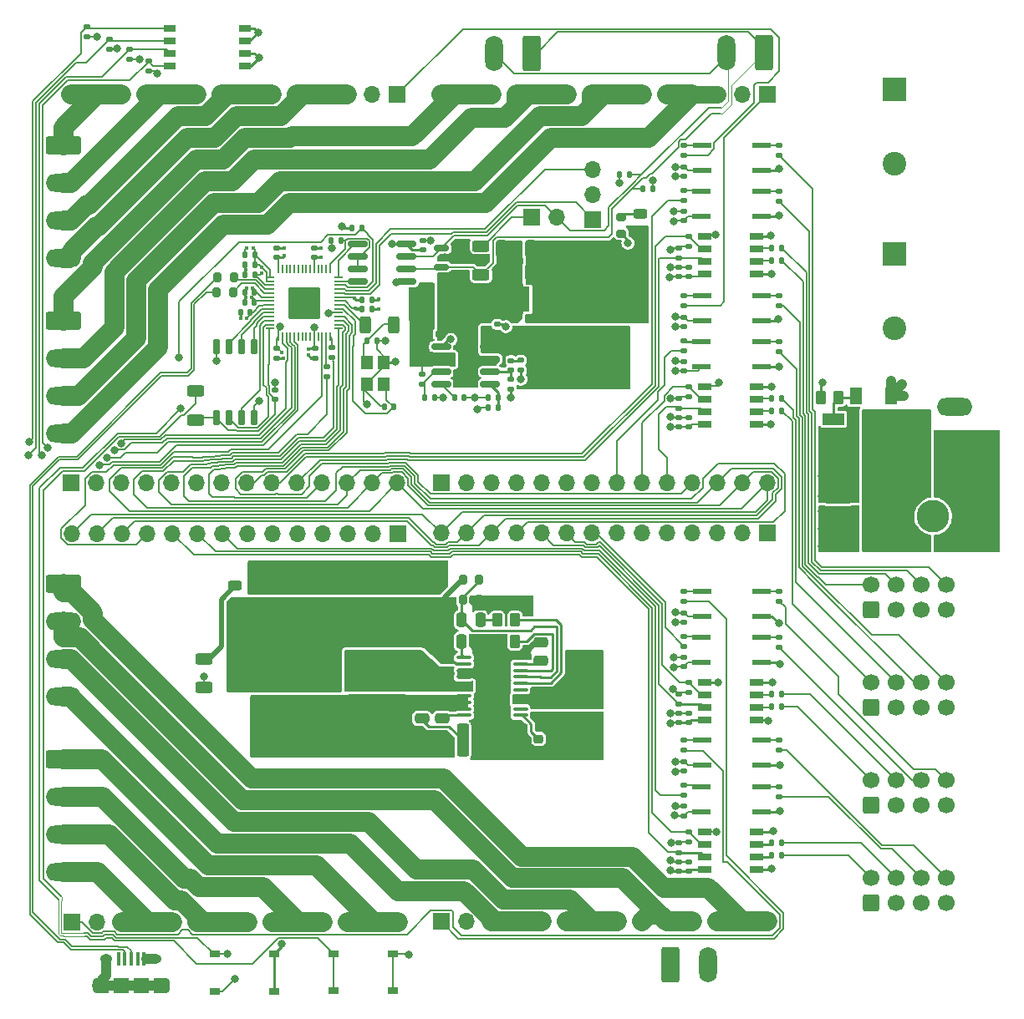
<source format=gbr>
%TF.GenerationSoftware,KiCad,Pcbnew,(6.0.4-0)*%
%TF.CreationDate,2022-08-06T14:41:30-04:00*%
%TF.ProjectId,QuarkCncQuadDriver,51756172-6b43-46e6-9351-756164447269,rev?*%
%TF.SameCoordinates,Original*%
%TF.FileFunction,Copper,L1,Top*%
%TF.FilePolarity,Positive*%
%FSLAX46Y46*%
G04 Gerber Fmt 4.6, Leading zero omitted, Abs format (unit mm)*
G04 Created by KiCad (PCBNEW (6.0.4-0)) date 2022-08-06 14:41:30*
%MOMM*%
%LPD*%
G01*
G04 APERTURE LIST*
G04 Aperture macros list*
%AMRoundRect*
0 Rectangle with rounded corners*
0 $1 Rounding radius*
0 $2 $3 $4 $5 $6 $7 $8 $9 X,Y pos of 4 corners*
0 Add a 4 corners polygon primitive as box body*
4,1,4,$2,$3,$4,$5,$6,$7,$8,$9,$2,$3,0*
0 Add four circle primitives for the rounded corners*
1,1,$1+$1,$2,$3*
1,1,$1+$1,$4,$5*
1,1,$1+$1,$6,$7*
1,1,$1+$1,$8,$9*
0 Add four rect primitives between the rounded corners*
20,1,$1+$1,$2,$3,$4,$5,0*
20,1,$1+$1,$4,$5,$6,$7,0*
20,1,$1+$1,$6,$7,$8,$9,0*
20,1,$1+$1,$8,$9,$2,$3,0*%
G04 Aperture macros list end*
%TA.AperFunction,SMDPad,CuDef*%
%ADD10RoundRect,0.250000X0.262500X0.450000X-0.262500X0.450000X-0.262500X-0.450000X0.262500X-0.450000X0*%
%TD*%
%TA.AperFunction,SMDPad,CuDef*%
%ADD11RoundRect,0.250000X0.650000X-0.325000X0.650000X0.325000X-0.650000X0.325000X-0.650000X-0.325000X0*%
%TD*%
%TA.AperFunction,SMDPad,CuDef*%
%ADD12RoundRect,0.135000X0.135000X0.185000X-0.135000X0.185000X-0.135000X-0.185000X0.135000X-0.185000X0*%
%TD*%
%TA.AperFunction,SMDPad,CuDef*%
%ADD13R,1.200000X1.400000*%
%TD*%
%TA.AperFunction,SMDPad,CuDef*%
%ADD14RoundRect,0.135000X-0.185000X0.135000X-0.185000X-0.135000X0.185000X-0.135000X0.185000X0.135000X0*%
%TD*%
%TA.AperFunction,SMDPad,CuDef*%
%ADD15RoundRect,0.140000X0.140000X0.170000X-0.140000X0.170000X-0.140000X-0.170000X0.140000X-0.170000X0*%
%TD*%
%TA.AperFunction,SMDPad,CuDef*%
%ADD16RoundRect,0.243750X-0.456250X0.243750X-0.456250X-0.243750X0.456250X-0.243750X0.456250X0.243750X0*%
%TD*%
%TA.AperFunction,SMDPad,CuDef*%
%ADD17RoundRect,0.200000X-0.200000X-0.275000X0.200000X-0.275000X0.200000X0.275000X-0.200000X0.275000X0*%
%TD*%
%TA.AperFunction,SMDPad,CuDef*%
%ADD18RoundRect,0.140000X0.170000X-0.140000X0.170000X0.140000X-0.170000X0.140000X-0.170000X-0.140000X0*%
%TD*%
%TA.AperFunction,SMDPad,CuDef*%
%ADD19RoundRect,0.135000X0.185000X-0.135000X0.185000X0.135000X-0.185000X0.135000X-0.185000X-0.135000X0*%
%TD*%
%TA.AperFunction,SMDPad,CuDef*%
%ADD20RoundRect,0.250000X-0.262500X-0.450000X0.262500X-0.450000X0.262500X0.450000X-0.262500X0.450000X0*%
%TD*%
%TA.AperFunction,SMDPad,CuDef*%
%ADD21RoundRect,0.135000X-0.135000X-0.185000X0.135000X-0.185000X0.135000X0.185000X-0.135000X0.185000X0*%
%TD*%
%TA.AperFunction,SMDPad,CuDef*%
%ADD22RoundRect,0.250000X-0.312500X-0.625000X0.312500X-0.625000X0.312500X0.625000X-0.312500X0.625000X0*%
%TD*%
%TA.AperFunction,SMDPad,CuDef*%
%ADD23RoundRect,0.250000X-0.325000X-0.650000X0.325000X-0.650000X0.325000X0.650000X-0.325000X0.650000X0*%
%TD*%
%TA.AperFunction,ComponentPad*%
%ADD24R,1.700000X1.700000*%
%TD*%
%TA.AperFunction,ComponentPad*%
%ADD25O,1.700000X1.700000*%
%TD*%
%TA.AperFunction,SMDPad,CuDef*%
%ADD26R,1.800000X2.500000*%
%TD*%
%TA.AperFunction,ComponentPad*%
%ADD27RoundRect,0.250000X-1.550000X0.650000X-1.550000X-0.650000X1.550000X-0.650000X1.550000X0.650000X0*%
%TD*%
%TA.AperFunction,ComponentPad*%
%ADD28O,3.600000X1.800000*%
%TD*%
%TA.AperFunction,SMDPad,CuDef*%
%ADD29RoundRect,0.250000X-0.650000X0.325000X-0.650000X-0.325000X0.650000X-0.325000X0.650000X0.325000X0*%
%TD*%
%TA.AperFunction,SMDPad,CuDef*%
%ADD30RoundRect,0.140000X-0.170000X0.140000X-0.170000X-0.140000X0.170000X-0.140000X0.170000X0.140000X0*%
%TD*%
%TA.AperFunction,SMDPad,CuDef*%
%ADD31RoundRect,0.250000X0.475000X-0.250000X0.475000X0.250000X-0.475000X0.250000X-0.475000X-0.250000X0*%
%TD*%
%TA.AperFunction,SMDPad,CuDef*%
%ADD32RoundRect,0.140000X-0.140000X-0.170000X0.140000X-0.170000X0.140000X0.170000X-0.140000X0.170000X0*%
%TD*%
%TA.AperFunction,ComponentPad*%
%ADD33RoundRect,0.250000X-0.650000X-1.550000X0.650000X-1.550000X0.650000X1.550000X-0.650000X1.550000X0*%
%TD*%
%TA.AperFunction,ComponentPad*%
%ADD34O,1.800000X3.600000*%
%TD*%
%TA.AperFunction,SMDPad,CuDef*%
%ADD35RoundRect,0.041300X0.923700X0.253700X-0.923700X0.253700X-0.923700X-0.253700X0.923700X-0.253700X0*%
%TD*%
%TA.AperFunction,ComponentPad*%
%ADD36RoundRect,0.250000X0.650000X1.550000X-0.650000X1.550000X-0.650000X-1.550000X0.650000X-1.550000X0*%
%TD*%
%TA.AperFunction,SMDPad,CuDef*%
%ADD37RoundRect,0.250000X0.625000X-0.312500X0.625000X0.312500X-0.625000X0.312500X-0.625000X-0.312500X0*%
%TD*%
%TA.AperFunction,SMDPad,CuDef*%
%ADD38R,1.450000X0.800000*%
%TD*%
%TA.AperFunction,SMDPad,CuDef*%
%ADD39RoundRect,0.150000X-0.825000X-0.150000X0.825000X-0.150000X0.825000X0.150000X-0.825000X0.150000X0*%
%TD*%
%TA.AperFunction,SMDPad,CuDef*%
%ADD40RoundRect,0.050000X0.050000X-0.387500X0.050000X0.387500X-0.050000X0.387500X-0.050000X-0.387500X0*%
%TD*%
%TA.AperFunction,SMDPad,CuDef*%
%ADD41RoundRect,0.050000X0.387500X-0.050000X0.387500X0.050000X-0.387500X0.050000X-0.387500X-0.050000X0*%
%TD*%
%TA.AperFunction,ComponentPad*%
%ADD42C,0.600000*%
%TD*%
%TA.AperFunction,SMDPad,CuDef*%
%ADD43RoundRect,0.144000X1.456000X-1.456000X1.456000X1.456000X-1.456000X1.456000X-1.456000X-1.456000X0*%
%TD*%
%TA.AperFunction,SMDPad,CuDef*%
%ADD44RoundRect,0.100000X0.637500X0.100000X-0.637500X0.100000X-0.637500X-0.100000X0.637500X-0.100000X0*%
%TD*%
%TA.AperFunction,SMDPad,CuDef*%
%ADD45R,2.850000X4.000000*%
%TD*%
%TA.AperFunction,SMDPad,CuDef*%
%ADD46R,2.200000X1.200000*%
%TD*%
%TA.AperFunction,SMDPad,CuDef*%
%ADD47R,6.400000X5.800000*%
%TD*%
%TA.AperFunction,SMDPad,CuDef*%
%ADD48R,1.270000X0.762000*%
%TD*%
%TA.AperFunction,SMDPad,CuDef*%
%ADD49R,5.800000X6.400000*%
%TD*%
%TA.AperFunction,SMDPad,CuDef*%
%ADD50R,1.200000X2.200000*%
%TD*%
%TA.AperFunction,SMDPad,CuDef*%
%ADD51R,1.000000X0.750000*%
%TD*%
%TA.AperFunction,ComponentPad*%
%ADD52C,3.300000*%
%TD*%
%TA.AperFunction,ComponentPad*%
%ADD53C,3.800000*%
%TD*%
%TA.AperFunction,SMDPad,CuDef*%
%ADD54RoundRect,0.250000X-0.625000X0.312500X-0.625000X-0.312500X0.625000X-0.312500X0.625000X0.312500X0*%
%TD*%
%TA.AperFunction,SMDPad,CuDef*%
%ADD55RoundRect,0.225000X-0.250000X0.225000X-0.250000X-0.225000X0.250000X-0.225000X0.250000X0.225000X0*%
%TD*%
%TA.AperFunction,SMDPad,CuDef*%
%ADD56R,4.100000X4.100000*%
%TD*%
%TA.AperFunction,ComponentPad*%
%ADD57RoundRect,0.250000X0.600000X-0.600000X0.600000X0.600000X-0.600000X0.600000X-0.600000X-0.600000X0*%
%TD*%
%TA.AperFunction,ComponentPad*%
%ADD58C,1.700000*%
%TD*%
%TA.AperFunction,SMDPad,CuDef*%
%ADD59RoundRect,0.200000X-0.275000X0.200000X-0.275000X-0.200000X0.275000X-0.200000X0.275000X0.200000X0*%
%TD*%
%TA.AperFunction,SMDPad,CuDef*%
%ADD60R,2.300000X2.500000*%
%TD*%
%TA.AperFunction,SMDPad,CuDef*%
%ADD61R,0.400000X1.350000*%
%TD*%
%TA.AperFunction,SMDPad,CuDef*%
%ADD62R,1.500000X1.550000*%
%TD*%
%TA.AperFunction,ComponentPad*%
%ADD63O,1.250000X0.950000*%
%TD*%
%TA.AperFunction,ComponentPad*%
%ADD64O,0.890000X1.550000*%
%TD*%
%TA.AperFunction,SMDPad,CuDef*%
%ADD65R,1.200000X1.550000*%
%TD*%
%TA.AperFunction,SMDPad,CuDef*%
%ADD66RoundRect,0.150000X-0.587500X-0.150000X0.587500X-0.150000X0.587500X0.150000X-0.587500X0.150000X0*%
%TD*%
%TA.AperFunction,SMDPad,CuDef*%
%ADD67RoundRect,0.150000X0.150000X-0.650000X0.150000X0.650000X-0.150000X0.650000X-0.150000X-0.650000X0*%
%TD*%
%TA.AperFunction,ComponentPad*%
%ADD68RoundRect,0.250000X1.550000X-0.650000X1.550000X0.650000X-1.550000X0.650000X-1.550000X-0.650000X0*%
%TD*%
%TA.AperFunction,SMDPad,CuDef*%
%ADD69RoundRect,0.250000X-0.250000X-0.475000X0.250000X-0.475000X0.250000X0.475000X-0.250000X0.475000X0*%
%TD*%
%TA.AperFunction,ComponentPad*%
%ADD70R,2.400000X2.400000*%
%TD*%
%TA.AperFunction,ComponentPad*%
%ADD71C,2.400000*%
%TD*%
%TA.AperFunction,SMDPad,CuDef*%
%ADD72R,1.300000X1.700000*%
%TD*%
%TA.AperFunction,SMDPad,CuDef*%
%ADD73RoundRect,0.250000X-0.362500X-1.425000X0.362500X-1.425000X0.362500X1.425000X-0.362500X1.425000X0*%
%TD*%
%TA.AperFunction,SMDPad,CuDef*%
%ADD74RoundRect,0.250000X-0.475000X0.250000X-0.475000X-0.250000X0.475000X-0.250000X0.475000X0.250000X0*%
%TD*%
%TA.AperFunction,ViaPad*%
%ADD75C,0.800000*%
%TD*%
%TA.AperFunction,ViaPad*%
%ADD76C,0.406400*%
%TD*%
%TA.AperFunction,Conductor*%
%ADD77C,0.127000*%
%TD*%
%TA.AperFunction,Conductor*%
%ADD78C,0.250000*%
%TD*%
%TA.AperFunction,Conductor*%
%ADD79C,0.256000*%
%TD*%
%TA.AperFunction,Conductor*%
%ADD80C,1.000000*%
%TD*%
%TA.AperFunction,Conductor*%
%ADD81C,2.000000*%
%TD*%
%TA.AperFunction,Conductor*%
%ADD82C,1.778000*%
%TD*%
%TA.AperFunction,Conductor*%
%ADD83C,0.512000*%
%TD*%
%TA.AperFunction,Conductor*%
%ADD84C,0.088900*%
%TD*%
%TA.AperFunction,Conductor*%
%ADD85C,0.175006*%
%TD*%
G04 APERTURE END LIST*
D10*
%TO.P,R61,1*%
%TO.N,/Input_Protection/reverse_polarity_protection*%
X120800500Y-70027800D03*
%TO.P,R61,2*%
%TO.N,GND*%
X118975500Y-70027800D03*
%TD*%
D11*
%TO.P,C50,1*%
%TO.N,+12V*%
X76581000Y-90883000D03*
%TO.P,C50,2*%
%TO.N,GND*%
X76581000Y-87933000D03*
%TD*%
D12*
%TO.P,R42,1*%
%TO.N,/RP2040 Microcontroller/RUN*%
X72519000Y-52832000D03*
%TO.P,R42,2*%
%TO.N,+3V3*%
X71499000Y-52832000D03*
%TD*%
D13*
%TO.P,Y1,1,1*%
%TO.N,Net-(C20-Pad1)*%
X73018200Y-66510800D03*
%TO.P,Y1,2,2*%
%TO.N,GND*%
X73018200Y-68710800D03*
%TO.P,Y1,3,3*%
%TO.N,/RP2040 Microcontroller/XIN*%
X74718200Y-68710800D03*
%TO.P,Y1,4,4*%
%TO.N,GND*%
X74718200Y-66510800D03*
%TD*%
D11*
%TO.P,C56,1*%
%TO.N,+12V*%
X78994000Y-90883000D03*
%TO.P,C56,2*%
%TO.N,GND*%
X78994000Y-87933000D03*
%TD*%
D14*
%TO.P,R36,1*%
%TO.N,Net-(R36-Pad1)*%
X114816000Y-44448000D03*
%TO.P,R36,2*%
%TO.N,/Stepper Isolation 1/alarm_ext*%
X114816000Y-45468000D03*
%TD*%
D15*
%TO.P,C23,1*%
%TO.N,/RP2040 Microcontroller/1V1*%
X61671200Y-57559300D03*
%TO.P,C23,2*%
%TO.N,GND*%
X60711200Y-57559300D03*
%TD*%
D10*
%TO.P,R51,1*%
%TO.N,Net-(R51-Pad1)*%
X88034500Y-94742000D03*
%TO.P,R51,2*%
%TO.N,GND*%
X86209500Y-94742000D03*
%TD*%
D16*
%TO.P,D1,1,K*%
%TO.N,Net-(D1-Pad1)*%
X100711000Y-51386500D03*
%TO.P,D1,2,A*%
%TO.N,+3V3*%
X100711000Y-53261500D03*
%TD*%
D17*
%TO.P,R56,1*%
%TO.N,Net-(C47-Pad1)*%
X82741000Y-90551000D03*
%TO.P,R56,2*%
%TO.N,GND*%
X84391000Y-90551000D03*
%TD*%
D18*
%TO.P,C38,1*%
%TO.N,Net-(C37-Pad1)*%
X87614000Y-67250000D03*
%TO.P,C38,2*%
%TO.N,Net-(C38-Pad2)*%
X87614000Y-66290000D03*
%TD*%
D19*
%TO.P,R27,1*%
%TO.N,/STEPPER_A_ENn*%
X105156000Y-110365000D03*
%TO.P,R27,2*%
%TO.N,Net-(R27-Pad2)*%
X105156000Y-109345000D03*
%TD*%
D17*
%TO.P,R44,1*%
%TO.N,/RP2040 Microcontroller/USB_D-*%
X57889200Y-57813300D03*
%TO.P,R44,2*%
%TO.N,Net-(R44-Pad2)*%
X59539200Y-57813300D03*
%TD*%
D19*
%TO.P,R1,1*%
%TO.N,+3V3*%
X50900000Y-36933600D03*
%TO.P,R1,2*%
%TO.N,/RP2040 Microcontroller/GPIO0*%
X50900000Y-35913600D03*
%TD*%
D18*
%TO.P,C17,1*%
%TO.N,+3V3*%
X104648000Y-57757000D03*
%TO.P,C17,2*%
%TO.N,GND*%
X104648000Y-56797000D03*
%TD*%
D15*
%TO.P,C30,1*%
%TO.N,+3V3*%
X61615200Y-59337300D03*
%TO.P,C30,2*%
%TO.N,GND*%
X60655200Y-59337300D03*
%TD*%
D12*
%TO.P,R25,1*%
%TO.N,/Stepper Isolation 4/step_ext*%
X115064000Y-116459000D03*
%TO.P,R25,2*%
%TO.N,Net-(R25-Pad2)*%
X114044000Y-116459000D03*
%TD*%
D20*
%TO.P,R53,1*%
%TO.N,Net-(C47-Pad2)*%
X86209500Y-92583000D03*
%TO.P,R53,2*%
%TO.N,Net-(R53-Pad2)*%
X88034500Y-92583000D03*
%TD*%
D18*
%TO.P,C4,1*%
%TO.N,+3V3*%
X105664000Y-72997000D03*
%TO.P,C4,2*%
%TO.N,GND*%
X105664000Y-72037000D03*
%TD*%
D21*
%TO.P,R49,1*%
%TO.N,+3V3*%
X85326000Y-71088000D03*
%TO.P,R49,2*%
%TO.N,Net-(R49-Pad2)*%
X86346000Y-71088000D03*
%TD*%
D18*
%TO.P,C12,1*%
%TO.N,+3V3*%
X105664000Y-118082000D03*
%TO.P,C12,2*%
%TO.N,GND*%
X105664000Y-117122000D03*
%TD*%
D22*
%TO.P,R41,1*%
%TO.N,/RP2040 Microcontroller/XOUT*%
X72832500Y-62661800D03*
%TO.P,R41,2*%
%TO.N,Net-(C20-Pad1)*%
X75757500Y-62661800D03*
%TD*%
D15*
%TO.P,C25,1*%
%TO.N,+3V3*%
X61643200Y-60353300D03*
%TO.P,C25,2*%
%TO.N,GND*%
X60683200Y-60353300D03*
%TD*%
D23*
%TO.P,C41,1*%
%TO.N,GND*%
X86647000Y-54991000D03*
%TO.P,C41,2*%
%TO.N,+3V3*%
X89597000Y-54991000D03*
%TD*%
D14*
%TO.P,R8,1*%
%TO.N,Net-(R8-Pad1)*%
X105164000Y-59688000D03*
%TO.P,R8,2*%
%TO.N,/STEPPER_Y_DIAG0*%
X105164000Y-60708000D03*
%TD*%
D24*
%TO.P,U29,1,DIAG2*%
%TO.N,/STEPPER_A_DIAG0*%
X43180000Y-123190000D03*
D25*
%TO.P,U29,2,DIAG1*%
%TO.N,/STEPPER DRIVER A/STEPPER_DIAG1*%
X45720000Y-123190000D03*
%TO.P,U29,3,B1*%
%TO.N,/STEPPER DRIVER A/STEPPER_COIL_B1*%
X48260000Y-123190000D03*
%TO.P,U29,4,B1*%
X50800000Y-123190000D03*
%TO.P,U29,5,B1*%
X53340000Y-123190000D03*
%TO.P,U29,6,B2*%
%TO.N,/STEPPER DRIVER A/STEPPER_COIL_B2*%
X55880000Y-123190000D03*
%TO.P,U29,7,B2*%
X58420000Y-123190000D03*
%TO.P,U29,8,B2*%
X60960000Y-123190000D03*
%TO.P,U29,9,A1*%
%TO.N,/STEPPER DRIVER A/STEPPER_COIL_A1*%
X63500000Y-123190000D03*
%TO.P,U29,10,A1*%
X66040000Y-123190000D03*
%TO.P,U29,11,A1*%
X68580000Y-123190000D03*
%TO.P,U29,12,A2*%
%TO.N,/STEPPER DRIVER A/STEPPER_COIL_A2*%
X71120000Y-123190000D03*
%TO.P,U29,13,A2*%
X73660000Y-123190000D03*
%TO.P,U29,14,A2*%
X76200000Y-123190000D03*
%TD*%
D26*
%TO.P,D2,1,K*%
%TO.N,/3.3V 1A Switching regulator/regulator_ph*%
X88630000Y-64071000D03*
%TO.P,D2,2,A*%
%TO.N,GND*%
X88630000Y-60071000D03*
%TD*%
D18*
%TO.P,C15,1*%
%TO.N,+3V3*%
X105156000Y-52104000D03*
%TO.P,C15,2*%
%TO.N,GND*%
X105156000Y-51144000D03*
%TD*%
D12*
%TO.P,R10,1*%
%TO.N,/Stepper Isolation 2/dir_ext*%
X115064000Y-70104000D03*
%TO.P,R10,2*%
%TO.N,Net-(R10-Pad2)*%
X114044000Y-70104000D03*
%TD*%
D14*
%TO.P,R32,1*%
%TO.N,Net-(R32-Pad1)*%
X105164000Y-44448000D03*
%TO.P,R32,2*%
%TO.N,/STEPPER_X_DIAG0*%
X105164000Y-45468000D03*
%TD*%
%TO.P,R28,1*%
%TO.N,Net-(R28-Pad1)*%
X114816000Y-104773000D03*
%TO.P,R28,2*%
%TO.N,/Stepper Isolation 4/alarm_ext*%
X114816000Y-105793000D03*
%TD*%
D27*
%TO.P,J11,1,Pin_1*%
%TO.N,/STEPPER DRIVER Y/STEPPER_COIL_A2*%
X42302500Y-62285000D03*
D28*
%TO.P,J11,2,Pin_2*%
%TO.N,/STEPPER DRIVER Y/STEPPER_COIL_A1*%
X42302500Y-66095000D03*
%TO.P,J11,3,Pin_3*%
%TO.N,/STEPPER DRIVER Y/STEPPER_COIL_B2*%
X42302500Y-69905000D03*
%TO.P,J11,4,Pin_4*%
%TO.N,/STEPPER DRIVER Y/STEPPER_COIL_B1*%
X42302500Y-73715000D03*
%TD*%
D14*
%TO.P,R14,1*%
%TO.N,/STEPPER_Y_DIR*%
X105664000Y-68959000D03*
%TO.P,R14,2*%
%TO.N,+3V3*%
X105664000Y-69979000D03*
%TD*%
D12*
%TO.P,R26,1*%
%TO.N,/Stepper Isolation 4/dir_ext*%
X115064000Y-115189000D03*
%TO.P,R26,2*%
%TO.N,Net-(R26-Pad2)*%
X114044000Y-115189000D03*
%TD*%
D29*
%TO.P,C42,1*%
%TO.N,VCC*%
X91059000Y-99998000D03*
%TO.P,C42,2*%
%TO.N,GND*%
X91059000Y-102948000D03*
%TD*%
D19*
%TO.P,R3,1*%
%TO.N,+3V3*%
X46946000Y-34749200D03*
%TO.P,R3,2*%
%TO.N,/RP2040 Microcontroller/GPIO2*%
X46946000Y-33729200D03*
%TD*%
D30*
%TO.P,C27,1*%
%TO.N,+3V3*%
X67791300Y-65072100D03*
%TO.P,C27,2*%
%TO.N,GND*%
X67791300Y-66032100D03*
%TD*%
%TO.P,C26,1*%
%TO.N,+3V3*%
X63858200Y-65080300D03*
%TO.P,C26,2*%
%TO.N,GND*%
X63858200Y-66040300D03*
%TD*%
D23*
%TO.P,C34,1*%
%TO.N,+12V*%
X79154000Y-59404000D03*
%TO.P,C34,2*%
%TO.N,GND*%
X82104000Y-59404000D03*
%TD*%
D30*
%TO.P,R40,1*%
%TO.N,+3V3*%
X63756200Y-69237281D03*
%TO.P,R40,2*%
%TO.N,/RP2040 Microcontroller/QSPI_SS*%
X63756200Y-70197281D03*
%TD*%
D31*
%TO.P,C44,1*%
%TO.N,Net-(C44-Pad1)*%
X90678000Y-96708000D03*
%TO.P,C44,2*%
%TO.N,GND*%
X90678000Y-94808000D03*
%TD*%
D18*
%TO.P,C9,1*%
%TO.N,+3V3*%
X104648000Y-102969000D03*
%TO.P,C9,2*%
%TO.N,GND*%
X104648000Y-102009000D03*
%TD*%
D32*
%TO.P,C20,1*%
%TO.N,Net-(C20-Pad1)*%
X73053000Y-64262000D03*
%TO.P,C20,2*%
%TO.N,GND*%
X74013000Y-64262000D03*
%TD*%
D11*
%TO.P,C57,1*%
%TO.N,+12V*%
X62103000Y-90883000D03*
%TO.P,C57,2*%
%TO.N,GND*%
X62103000Y-87933000D03*
%TD*%
D23*
%TO.P,C40,1*%
%TO.N,GND*%
X86647000Y-57372000D03*
%TO.P,C40,2*%
%TO.N,+3V3*%
X89597000Y-57372000D03*
%TD*%
D33*
%TO.P,J10,1,Pin_1*%
%TO.N,+12V*%
X103759000Y-127508000D03*
D34*
%TO.P,J10,2,Pin_2*%
%TO.N,GND*%
X107569000Y-127508000D03*
%TD*%
D30*
%TO.P,C14,1*%
%TO.N,+3V3*%
X105164000Y-106962000D03*
%TO.P,C14,2*%
%TO.N,GND*%
X105164000Y-107922000D03*
%TD*%
D35*
%TO.P,U5,1*%
%TO.N,VCC_EXT*%
X113030000Y-62230000D03*
%TO.P,U5,2*%
%TO.N,Net-(R12-Pad1)*%
X113030000Y-59690000D03*
%TO.P,U5,3*%
%TO.N,Net-(R8-Pad1)*%
X106950000Y-59690000D03*
%TO.P,U5,4*%
%TO.N,+3V3*%
X106950000Y-62230000D03*
%TD*%
D36*
%TO.P,J4,1,Pin_1*%
%TO.N,/RS485/RS485_A*%
X89708600Y-35139700D03*
D34*
%TO.P,J4,2,Pin_2*%
%TO.N,/RS485/RS485_B*%
X85898600Y-35139700D03*
%TD*%
D35*
%TO.P,U13,1*%
%TO.N,VCC_EXT*%
X113022000Y-112014000D03*
%TO.P,U13,2*%
%TO.N,/Stepper Isolation 4/ena_ext_opto*%
X113022000Y-109474000D03*
%TO.P,U13,3*%
%TO.N,Net-(R27-Pad2)*%
X106942000Y-109474000D03*
%TO.P,U13,4*%
%TO.N,+3V3*%
X106942000Y-112014000D03*
%TD*%
D18*
%TO.P,C16,1*%
%TO.N,+3V3*%
X105664000Y-57757000D03*
%TO.P,C16,2*%
%TO.N,GND*%
X105664000Y-56797000D03*
%TD*%
%TO.P,C5,1*%
%TO.N,+3V3*%
X104648000Y-72997000D03*
%TO.P,C5,2*%
%TO.N,GND*%
X104648000Y-72037000D03*
%TD*%
D37*
%TO.P,R59,1*%
%TO.N,/RS485/RS485_A*%
X84582000Y-57596500D03*
%TO.P,R59,2*%
%TO.N,Net-(J14-Pad1)*%
X84582000Y-54671500D03*
%TD*%
D38*
%TO.P,U15,1,A1*%
%TO.N,VCC_EXT*%
X112480000Y-117856000D03*
%TO.P,U15,2,C1*%
%TO.N,Net-(R25-Pad2)*%
X112480000Y-116586000D03*
%TO.P,U15,3,C2*%
%TO.N,Net-(R26-Pad2)*%
X112480000Y-115316000D03*
%TO.P,U15,4,A2*%
%TO.N,VCC_EXT*%
X112480000Y-114046000D03*
%TO.P,U15,5,GND*%
%TO.N,GND*%
X107230000Y-114046000D03*
%TO.P,U15,6,VO2*%
%TO.N,/STEPPER_A_DIR*%
X107230000Y-115316000D03*
%TO.P,U15,7,VO1*%
%TO.N,/STEPPER_A_STEP*%
X107230000Y-116586000D03*
%TO.P,U15,8,VCC*%
%TO.N,+3V3*%
X107230000Y-117856000D03*
%TD*%
D12*
%TO.P,R33,1*%
%TO.N,/Stepper Isolation 1/step_ext*%
X115064000Y-56134000D03*
%TO.P,R33,2*%
%TO.N,Net-(R33-Pad2)*%
X114044000Y-56134000D03*
%TD*%
D30*
%TO.P,C37,1*%
%TO.N,Net-(C37-Pad1)*%
X87614000Y-68195000D03*
%TO.P,C37,2*%
%TO.N,GND*%
X87614000Y-69155000D03*
%TD*%
D19*
%TO.P,R35,1*%
%TO.N,/STEPPER_X_ENn*%
X105156000Y-50040000D03*
%TO.P,R35,2*%
%TO.N,Net-(R35-Pad2)*%
X105156000Y-49020000D03*
%TD*%
D39*
%TO.P,U24,1,BOOT*%
%TO.N,Net-(C39-Pad2)*%
X80567000Y-64865000D03*
%TO.P,U24,2,VIN*%
%TO.N,+12V*%
X80567000Y-66135000D03*
%TO.P,U24,3,EN*%
%TO.N,Net-(R46-Pad2)*%
X80567000Y-67405000D03*
%TO.P,U24,4,SS*%
%TO.N,Net-(C36-Pad1)*%
X80567000Y-68675000D03*
%TO.P,U24,5,VSENS*%
%TO.N,Net-(R49-Pad2)*%
X85517000Y-68675000D03*
%TO.P,U24,6,COMP*%
%TO.N,Net-(C37-Pad1)*%
X85517000Y-67405000D03*
%TO.P,U24,7,GND*%
%TO.N,GND*%
X85517000Y-66135000D03*
%TO.P,U24,8,PH*%
%TO.N,/3.3V 1A Switching regulator/regulator_ph*%
X85517000Y-64865000D03*
%TD*%
D18*
%TO.P,C39,1*%
%TO.N,/3.3V 1A Switching regulator/regulator_ph*%
X86233000Y-63571000D03*
%TO.P,C39,2*%
%TO.N,Net-(C39-Pad2)*%
X86233000Y-62611000D03*
%TD*%
%TO.P,C13,1*%
%TO.N,+3V3*%
X104648000Y-118082000D03*
%TO.P,C13,2*%
%TO.N,GND*%
X104648000Y-117122000D03*
%TD*%
D24*
%TO.P,U9,1,DIAG2*%
%TO.N,/STEPPER_X_DIAG0*%
X76095000Y-39345000D03*
D25*
%TO.P,U9,2,DIAG1*%
%TO.N,/STEPPER DRIVER X/STEPPER_DIAG1*%
X73555000Y-39345000D03*
%TO.P,U9,3,B1*%
%TO.N,/STEPPER DRIVER X/STEPPER_COIL_B1*%
X71015000Y-39345000D03*
%TO.P,U9,4,B1*%
X68475000Y-39345000D03*
%TO.P,U9,5,B1*%
X65935000Y-39345000D03*
%TO.P,U9,6,B2*%
%TO.N,/STEPPER DRIVER X/STEPPER_COIL_B2*%
X63395000Y-39345000D03*
%TO.P,U9,7,B2*%
X60855000Y-39345000D03*
%TO.P,U9,8,B2*%
X58315000Y-39345000D03*
%TO.P,U9,9,A1*%
%TO.N,/STEPPER DRIVER X/STEPPER_COIL_A1*%
X55775000Y-39345000D03*
%TO.P,U9,10,A1*%
X53235000Y-39345000D03*
%TO.P,U9,11,A1*%
X50695000Y-39345000D03*
%TO.P,U9,12,A2*%
%TO.N,/STEPPER DRIVER X/STEPPER_COIL_A2*%
X48155000Y-39345000D03*
%TO.P,U9,13,A2*%
X45615000Y-39345000D03*
%TO.P,U9,14,A2*%
X43075000Y-39345000D03*
%TD*%
D35*
%TO.P,U11,1*%
%TO.N,VCC_EXT*%
X113030000Y-92202000D03*
%TO.P,U11,2*%
%TO.N,Net-(R20-Pad1)*%
X113030000Y-89662000D03*
%TO.P,U11,3*%
%TO.N,Net-(R16-Pad1)*%
X106950000Y-89662000D03*
%TO.P,U11,4*%
%TO.N,+3V3*%
X106950000Y-92202000D03*
%TD*%
%TO.P,U10,1*%
%TO.N,VCC_EXT*%
X113022000Y-96901000D03*
%TO.P,U10,2*%
%TO.N,/Stepper Isolation 3/ena_ext_opto*%
X113022000Y-94361000D03*
%TO.P,U10,3*%
%TO.N,Net-(R19-Pad2)*%
X106942000Y-94361000D03*
%TO.P,U10,4*%
%TO.N,+3V3*%
X106942000Y-96901000D03*
%TD*%
D12*
%TO.P,R18,1*%
%TO.N,/Stepper Isolation 3/dir_ext*%
X115064000Y-100076000D03*
%TO.P,R18,2*%
%TO.N,Net-(R18-Pad2)*%
X114044000Y-100076000D03*
%TD*%
D15*
%TO.P,C28,1*%
%TO.N,+3V3*%
X61671200Y-55527300D03*
%TO.P,C28,2*%
%TO.N,GND*%
X60711200Y-55527300D03*
%TD*%
D11*
%TO.P,C55,1*%
%TO.N,+12V*%
X71755000Y-90883000D03*
%TO.P,C55,2*%
%TO.N,GND*%
X71755000Y-87933000D03*
%TD*%
D40*
%TO.P,U23,1,IOVDD*%
%TO.N,+3V3*%
X64082200Y-63874800D03*
%TO.P,U23,2,GPIO0*%
%TO.N,/RP2040 Microcontroller/GPIO0*%
X64482200Y-63874800D03*
%TO.P,U23,3,GPIO1*%
%TO.N,/RP2040 Microcontroller/GPIO1*%
X64882200Y-63874800D03*
%TO.P,U23,4,GPIO2*%
%TO.N,/RP2040 Microcontroller/GPIO2*%
X65282200Y-63874800D03*
%TO.P,U23,5,GPIO3*%
%TO.N,/RP2040 Microcontroller/GPIO3*%
X65682200Y-63874800D03*
%TO.P,U23,6,GPIO4*%
%TO.N,/RP2040 Microcontroller/GPIO4*%
X66082200Y-63874800D03*
%TO.P,U23,7,GPIO5*%
%TO.N,/RP2040 Microcontroller/GPIO5*%
X66482200Y-63874800D03*
%TO.P,U23,8,GPIO6*%
%TO.N,/RP2040 Microcontroller/GPIO6*%
X66882200Y-63874800D03*
%TO.P,U23,9,GPIO7*%
%TO.N,/RP2040 Microcontroller/GPIO7*%
X67282200Y-63874800D03*
%TO.P,U23,10,IOVDD*%
%TO.N,+3V3*%
X67682200Y-63874800D03*
%TO.P,U23,11,GPIO8*%
%TO.N,/RP2040 Microcontroller/GPIO8*%
X68082200Y-63874800D03*
%TO.P,U23,12,GPIO9*%
%TO.N,/STEPPER_A_CSn*%
X68482200Y-63874800D03*
%TO.P,U23,13,GPIO10*%
%TO.N,/RP2040 Microcontroller/GPIO10*%
X68882200Y-63874800D03*
%TO.P,U23,14,GPIO11*%
%TO.N,/RP2040 Microcontroller/GPIO11*%
X69282200Y-63874800D03*
D41*
%TO.P,U23,15,GPIO12*%
%TO.N,/STEPPER_MISO*%
X70119700Y-63037300D03*
%TO.P,U23,16,GPIO13*%
%TO.N,/STEPPER_Z_CSn*%
X70119700Y-62637300D03*
%TO.P,U23,17,GPIO14*%
%TO.N,/STEPPER_X_CSn*%
X70119700Y-62237300D03*
%TO.P,U23,18,GPIO15*%
%TO.N,/STEPPER_Y_CSn*%
X70119700Y-61837300D03*
%TO.P,U23,19,TESTEN*%
%TO.N,GND*%
X70119700Y-61437300D03*
%TO.P,U23,20,XIN*%
%TO.N,/RP2040 Microcontroller/XIN*%
X70119700Y-61037300D03*
%TO.P,U23,21,XOUT*%
%TO.N,/RP2040 Microcontroller/XOUT*%
X70119700Y-60637300D03*
%TO.P,U23,22,IOVDD*%
%TO.N,+3V3*%
X70119700Y-60237300D03*
%TO.P,U23,23,DVDD*%
%TO.N,/RP2040 Microcontroller/1V1*%
X70119700Y-59837300D03*
%TO.P,U23,24,SWCLK*%
%TO.N,/RP2040 Microcontroller/SWCLK*%
X70119700Y-59437300D03*
%TO.P,U23,25,SWD*%
%TO.N,/RP2040 Microcontroller/SWD*%
X70119700Y-59037300D03*
%TO.P,U23,26,RUN*%
%TO.N,/RP2040 Microcontroller/RUN*%
X70119700Y-58637300D03*
%TO.P,U23,27,GPIO16*%
%TO.N,/RP2040 Microcontroller/GPIO16*%
X70119700Y-58237300D03*
%TO.P,U23,28,GPIO17*%
%TO.N,/RP2040 Microcontroller/GPIO17*%
X70119700Y-57837300D03*
D40*
%TO.P,U23,29,GPIO18*%
%TO.N,/RP2040 Microcontroller/GPIO18*%
X69282200Y-56999800D03*
%TO.P,U23,30,GPIO19*%
%TO.N,/RP2040 Microcontroller/GPIO19*%
X68882200Y-56999800D03*
%TO.P,U23,31,GPIO20*%
%TO.N,/RP2040 Microcontroller/GPIO20*%
X68482200Y-56999800D03*
%TO.P,U23,32,GPIO21*%
%TO.N,/RP2040 Microcontroller/GPIO21*%
X68082200Y-56999800D03*
%TO.P,U23,33,IOVDD*%
%TO.N,+3V3*%
X67682200Y-56999800D03*
%TO.P,U23,34,GPIO22*%
%TO.N,/RP2040 Microcontroller/GPIO22*%
X67282200Y-56999800D03*
%TO.P,U23,35,GPIO23*%
%TO.N,/RP2040 Microcontroller/GPIO23*%
X66882200Y-56999800D03*
%TO.P,U23,36,GPIO24*%
%TO.N,/RP2040 Microcontroller/GPIO24*%
X66482200Y-56999800D03*
%TO.P,U23,37,GPIO25*%
%TO.N,/RP2040 Microcontroller/GPIO25*%
X66082200Y-56999800D03*
%TO.P,U23,38,GPIO26_ADC0*%
%TO.N,/RP2040 Microcontroller/GPIO26_ADC0*%
X65682200Y-56999800D03*
%TO.P,U23,39,GPIO27_ADC1*%
%TO.N,/RP2040 Microcontroller/GPIO27_ADC1*%
X65282200Y-56999800D03*
%TO.P,U23,40,GPIO28_ADC2*%
%TO.N,/RP2040 Microcontroller/GPIO28_ADC2*%
X64882200Y-56999800D03*
%TO.P,U23,41,GPIO29_ADC3*%
%TO.N,/RP2040 Microcontroller/GPIO29_ADC3*%
X64482200Y-56999800D03*
%TO.P,U23,42,IOVDD*%
%TO.N,+3V3*%
X64082200Y-56999800D03*
D41*
%TO.P,U23,43,ADC_AVDD*%
X63244700Y-57837300D03*
%TO.P,U23,44,VREG_IN*%
X63244700Y-58237300D03*
%TO.P,U23,45,VREG_VOUT*%
%TO.N,/RP2040 Microcontroller/1V1*%
X63244700Y-58637300D03*
%TO.P,U23,46,USB_DM*%
%TO.N,Net-(R44-Pad2)*%
X63244700Y-59037300D03*
%TO.P,U23,47,USB_DP*%
%TO.N,Net-(R43-Pad2)*%
X63244700Y-59437300D03*
%TO.P,U23,48,USB_VDD*%
%TO.N,+3V3*%
X63244700Y-59837300D03*
%TO.P,U23,49,IOVDD*%
X63244700Y-60237300D03*
%TO.P,U23,50,DVDD*%
%TO.N,/RP2040 Microcontroller/1V1*%
X63244700Y-60637300D03*
%TO.P,U23,51,QSPI_SD3*%
%TO.N,/RP2040 Microcontroller/QSPI_SD3*%
X63244700Y-61037300D03*
%TO.P,U23,52,QSPI_SCLK*%
%TO.N,/RP2040 Microcontroller/QSPI_SCLK*%
X63244700Y-61437300D03*
%TO.P,U23,53,QSPI_SD0*%
%TO.N,/RP2040 Microcontroller/QSPI_SD0*%
X63244700Y-61837300D03*
%TO.P,U23,54,QSPI_SD2*%
%TO.N,/RP2040 Microcontroller/QSPI_SD2*%
X63244700Y-62237300D03*
%TO.P,U23,55,QSPI_SD1*%
%TO.N,/RP2040 Microcontroller/QSPI_SD1*%
X63244700Y-62637300D03*
%TO.P,U23,56,QSPI_SS*%
%TO.N,/RP2040 Microcontroller/QSPI_SS*%
X63244700Y-63037300D03*
D42*
%TO.P,U23,57,GND*%
%TO.N,GND*%
X65407200Y-61712300D03*
X67957200Y-59162300D03*
X66682200Y-60437300D03*
X66682200Y-61712300D03*
X65407200Y-59162300D03*
X65407200Y-60437300D03*
X67957200Y-61712300D03*
X67957200Y-60437300D03*
X66682200Y-59162300D03*
D43*
X66682200Y-60437300D03*
%TD*%
D11*
%TO.P,C51,1*%
%TO.N,+12V*%
X74168000Y-90883000D03*
%TO.P,C51,2*%
%TO.N,GND*%
X74168000Y-87933000D03*
%TD*%
D44*
%TO.P,U25,1,VCC*%
%TO.N,Net-(C46-Pad1)*%
X88587500Y-102239000D03*
%TO.P,U25,2,SD*%
%TO.N,unconnected-(U25-Pad2)*%
X88587500Y-101589000D03*
%TO.P,U25,3,VIN*%
%TO.N,VCC*%
X88587500Y-100939000D03*
%TO.P,U25,4,VIN*%
X88587500Y-100289000D03*
%TO.P,U25,5,SYNC*%
%TO.N,unconnected-(U25-Pad5)*%
X88587500Y-99639000D03*
%TO.P,U25,6,COMP*%
%TO.N,Net-(R53-Pad2)*%
X88587500Y-98989000D03*
%TO.P,U25,7,FB*%
%TO.N,Net-(C47-Pad1)*%
X88587500Y-98339000D03*
%TO.P,U25,8,RT*%
%TO.N,Net-(R51-Pad1)*%
X88587500Y-97689000D03*
%TO.P,U25,9,RAMP*%
%TO.N,Net-(C44-Pad1)*%
X88587500Y-97039000D03*
%TO.P,U25,10,AGND*%
%TO.N,GND*%
X88587500Y-96389000D03*
%TO.P,U25,11,SS*%
%TO.N,Net-(C45-Pad1)*%
X82862500Y-96389000D03*
%TO.P,U25,12,OUT*%
%TO.N,+12V*%
X82862500Y-97039000D03*
%TO.P,U25,13,PGND*%
%TO.N,GND*%
X82862500Y-97689000D03*
%TO.P,U25,14,PGND*%
X82862500Y-98339000D03*
%TO.P,U25,15,IS*%
%TO.N,/12V 3A Switching Regulator/lm5576_is*%
X82862500Y-98989000D03*
%TO.P,U25,16,IS*%
X82862500Y-99639000D03*
%TO.P,U25,17,SW*%
%TO.N,/12V 3A Switching Regulator/lm5576_sw*%
X82862500Y-100289000D03*
%TO.P,U25,18,SW*%
X82862500Y-100939000D03*
%TO.P,U25,19,PRE*%
X82862500Y-101589000D03*
%TO.P,U25,20,BST*%
%TO.N,/12V 3A Switching Regulator/lm5576_bst*%
X82862500Y-102239000D03*
D45*
%TO.P,U25,21,EP*%
%TO.N,GND*%
X85725000Y-99314000D03*
%TD*%
D35*
%TO.P,U16,1*%
%TO.N,VCC_EXT*%
X113022000Y-51689000D03*
%TO.P,U16,2*%
%TO.N,/Stepper Isolation 1/ena_ext_opto*%
X113022000Y-49149000D03*
%TO.P,U16,3*%
%TO.N,Net-(R35-Pad2)*%
X106942000Y-49149000D03*
%TO.P,U16,4*%
%TO.N,+3V3*%
X106942000Y-51689000D03*
%TD*%
D30*
%TO.P,C10,1*%
%TO.N,+3V3*%
X105164000Y-91849000D03*
%TO.P,C10,2*%
%TO.N,GND*%
X105164000Y-92809000D03*
%TD*%
D23*
%TO.P,C33,1*%
%TO.N,+12V*%
X79154000Y-61817000D03*
%TO.P,C33,2*%
%TO.N,GND*%
X82104000Y-61817000D03*
%TD*%
D14*
%TO.P,R30,1*%
%TO.N,/STEPPER_A_DIR*%
X105664000Y-114044000D03*
%TO.P,R30,2*%
%TO.N,+3V3*%
X105664000Y-115064000D03*
%TD*%
D15*
%TO.P,C19,1*%
%TO.N,/RP2040 Microcontroller/XIN*%
X75738200Y-70993000D03*
%TO.P,C19,2*%
%TO.N,GND*%
X74778200Y-70993000D03*
%TD*%
D21*
%TO.P,R57,1*%
%TO.N,GND*%
X69390800Y-54102000D03*
%TO.P,R57,2*%
%TO.N,/RP2040 Microcontroller/GPIO18*%
X70410800Y-54102000D03*
%TD*%
D32*
%TO.P,C24,1*%
%TO.N,/RP2040 Microcontroller/1V1*%
X72545000Y-60096400D03*
%TO.P,C24,2*%
%TO.N,GND*%
X73505000Y-60096400D03*
%TD*%
D37*
%TO.P,R39,1*%
%TO.N,/RP2040 Microcontroller/QSPI_SS*%
X55651400Y-72303100D03*
%TO.P,R39,2*%
%TO.N,/RP2040 Microcontroller/~{USB_BOOT}*%
X55651400Y-69378100D03*
%TD*%
D39*
%TO.P,U26,1,R*%
%TO.N,/RP2040 Microcontroller/GPIO17*%
X72074000Y-54483000D03*
%TO.P,U26,2,~{RE}*%
%TO.N,/RP2040 Microcontroller/GPIO18*%
X72074000Y-55753000D03*
%TO.P,U26,3,DE*%
X72074000Y-57023000D03*
%TO.P,U26,4,D*%
%TO.N,/RP2040 Microcontroller/GPIO16*%
X72074000Y-58293000D03*
%TO.P,U26,5,GND*%
%TO.N,GND*%
X77024000Y-58293000D03*
%TO.P,U26,6,A*%
%TO.N,/RS485/RS485_A*%
X77024000Y-57023000D03*
%TO.P,U26,7,B*%
%TO.N,/RS485/RS485_B*%
X77024000Y-55753000D03*
%TO.P,U26,8,VCC*%
%TO.N,+3V3*%
X77024000Y-54483000D03*
%TD*%
D19*
%TO.P,R4,1*%
%TO.N,/STEPPER_SCK*%
X69011800Y-67947000D03*
%TO.P,R4,2*%
%TO.N,/RP2040 Microcontroller/GPIO10*%
X69011800Y-66927000D03*
%TD*%
D46*
%TO.P,Q1,1,G*%
%TO.N,/Input_Protection/reverse_polarity_protection*%
X120310800Y-72243600D03*
D47*
%TO.P,Q1,2,D*%
%TO.N,/Input_Protection/vcc_post_fuse*%
X126610800Y-74523600D03*
D46*
%TO.P,Q1,3,D*%
%TO.N,VCC*%
X120310800Y-76803600D03*
%TD*%
D48*
%TO.P,SW3,1*%
%TO.N,/RP2040 Microcontroller/GPIO3*%
X53090000Y-32595000D03*
%TO.P,SW3,2*%
%TO.N,/RP2040 Microcontroller/GPIO2*%
X53090000Y-33865000D03*
%TO.P,SW3,3*%
%TO.N,/RP2040 Microcontroller/GPIO1*%
X53090000Y-35135000D03*
%TO.P,SW3,4*%
%TO.N,/RP2040 Microcontroller/GPIO0*%
X53090000Y-36405000D03*
%TO.P,SW3,5*%
%TO.N,GND*%
X60710000Y-36405000D03*
%TO.P,SW3,6*%
X60710000Y-35135000D03*
%TO.P,SW3,7*%
X60710000Y-33865000D03*
%TO.P,SW3,8*%
X60710000Y-32595000D03*
%TD*%
D49*
%TO.P,D4,1,K*%
%TO.N,/12V 3A Switching Regulator/lm5576_sw*%
X74041000Y-103319000D03*
D50*
%TO.P,D4,2,A*%
%TO.N,/12V 3A Switching Regulator/lm5576_is*%
X71761000Y-97019000D03*
X76321000Y-97019000D03*
%TD*%
D38*
%TO.P,U12,1,A1*%
%TO.N,VCC_EXT*%
X112480000Y-102743000D03*
%TO.P,U12,2,C1*%
%TO.N,Net-(R17-Pad2)*%
X112480000Y-101473000D03*
%TO.P,U12,3,C2*%
%TO.N,Net-(R18-Pad2)*%
X112480000Y-100203000D03*
%TO.P,U12,4,A2*%
%TO.N,VCC_EXT*%
X112480000Y-98933000D03*
%TO.P,U12,5,GND*%
%TO.N,GND*%
X107230000Y-98933000D03*
%TO.P,U12,6,VO2*%
%TO.N,/STEPPER_Z_DIR*%
X107230000Y-100203000D03*
%TO.P,U12,7,VO1*%
%TO.N,/STEPPER_Z_STEP*%
X107230000Y-101473000D03*
%TO.P,U12,8,VCC*%
%TO.N,+3V3*%
X107230000Y-102743000D03*
%TD*%
D51*
%TO.P,SW2,1*%
%TO.N,GND*%
X75669400Y-130170400D03*
X75669400Y-126420400D03*
%TO.P,SW2,2*%
%TO.N,/RP2040 Microcontroller/RUN*%
X69669400Y-126420400D03*
X69669400Y-130170400D03*
%TD*%
D19*
%TO.P,R2,1*%
%TO.N,+3V3*%
X49003400Y-35790600D03*
%TO.P,R2,2*%
%TO.N,/RP2040 Microcontroller/GPIO1*%
X49003400Y-34770600D03*
%TD*%
D52*
%TO.P,F1,*%
%TO.N,*%
X130378200Y-82061400D03*
D53*
%TO.P,F1,1*%
%TO.N,/Input_Protection/VCC_INPUT*%
X134378200Y-82061400D03*
%TO.P,F1,2*%
%TO.N,/Input_Protection/vcc_post_fuse*%
X126378200Y-82061400D03*
%TD*%
D19*
%TO.P,R11,1*%
%TO.N,/STEPPER_Y_ENn*%
X105156000Y-65280000D03*
%TO.P,R11,2*%
%TO.N,Net-(R11-Pad2)*%
X105156000Y-64260000D03*
%TD*%
D32*
%TO.P,C35,1*%
%TO.N,+12V*%
X79260000Y-63595000D03*
%TO.P,C35,2*%
%TO.N,GND*%
X80220000Y-63595000D03*
%TD*%
D15*
%TO.P,C31,1*%
%TO.N,+3V3*%
X61671200Y-56543300D03*
%TO.P,C31,2*%
%TO.N,GND*%
X60711200Y-56543300D03*
%TD*%
D18*
%TO.P,C58,1*%
%TO.N,+3V3*%
X78740000Y-55062000D03*
%TO.P,C58,2*%
%TO.N,GND*%
X78740000Y-54102000D03*
%TD*%
D12*
%TO.P,R34,1*%
%TO.N,/Stepper Isolation 1/dir_ext*%
X115064000Y-54864000D03*
%TO.P,R34,2*%
%TO.N,Net-(R34-Pad2)*%
X114044000Y-54864000D03*
%TD*%
D11*
%TO.P,C54,1*%
%TO.N,+12V*%
X69342000Y-90883000D03*
%TO.P,C54,2*%
%TO.N,GND*%
X69342000Y-87933000D03*
%TD*%
D14*
%TO.P,R48,1*%
%TO.N,Net-(C38-Pad2)*%
X88630000Y-66260000D03*
%TO.P,R48,2*%
%TO.N,GND*%
X88630000Y-67280000D03*
%TD*%
D19*
%TO.P,R23,1*%
%TO.N,/Stepper Isolation 4/ena_ext*%
X114808000Y-110492000D03*
%TO.P,R23,2*%
%TO.N,/Stepper Isolation 4/ena_ext_opto*%
X114808000Y-109472000D03*
%TD*%
D14*
%TO.P,R20,1*%
%TO.N,Net-(R20-Pad1)*%
X114816000Y-89660000D03*
%TO.P,R20,2*%
%TO.N,/Stepper Isolation 3/alarm_ext*%
X114816000Y-90680000D03*
%TD*%
%TO.P,R38,1*%
%TO.N,/STEPPER_X_DIR*%
X105664000Y-53719000D03*
%TO.P,R38,2*%
%TO.N,+3V3*%
X105664000Y-54739000D03*
%TD*%
D35*
%TO.P,U4,1*%
%TO.N,VCC_EXT*%
X113022000Y-66929000D03*
%TO.P,U4,2*%
%TO.N,/Stepper Isolation 2/ena_ext_opto*%
X113022000Y-64389000D03*
%TO.P,U4,3*%
%TO.N,Net-(R11-Pad2)*%
X106942000Y-64389000D03*
%TO.P,U4,4*%
%TO.N,+3V3*%
X106942000Y-66929000D03*
%TD*%
D11*
%TO.P,C53,1*%
%TO.N,+12V*%
X66929000Y-90883000D03*
%TO.P,C53,2*%
%TO.N,GND*%
X66929000Y-87933000D03*
%TD*%
D18*
%TO.P,C3,1*%
%TO.N,+3V3*%
X105156000Y-67344000D03*
%TO.P,C3,2*%
%TO.N,GND*%
X105156000Y-66384000D03*
%TD*%
D27*
%TO.P,Je1,1,Pin_1*%
%TO.N,/STEPPER DRIVER X/STEPPER_COIL_A2*%
X42302500Y-44505000D03*
D28*
%TO.P,Je1,2,Pin_2*%
%TO.N,/STEPPER DRIVER X/STEPPER_COIL_A1*%
X42302500Y-48315000D03*
%TO.P,Je1,3,Pin_3*%
%TO.N,/STEPPER DRIVER X/STEPPER_COIL_B2*%
X42302500Y-52125000D03*
%TO.P,Je1,4,Pin_4*%
%TO.N,/STEPPER DRIVER X/STEPPER_COIL_B1*%
X42302500Y-55935000D03*
%TD*%
D19*
%TO.P,R19,1*%
%TO.N,/STEPPER_Z_ENn*%
X105156000Y-95252000D03*
%TO.P,R19,2*%
%TO.N,Net-(R19-Pad2)*%
X105156000Y-94232000D03*
%TD*%
D24*
%TO.P,J2,1,Pin_1*%
%TO.N,/RP2040 Microcontroller/SWCLK*%
X95935800Y-51968400D03*
D25*
%TO.P,J2,2,Pin_2*%
%TO.N,GND*%
X95935800Y-49428400D03*
%TO.P,J2,3,Pin_3*%
%TO.N,/RP2040 Microcontroller/SWD*%
X95935800Y-46888400D03*
%TD*%
D18*
%TO.P,C8,1*%
%TO.N,+3V3*%
X105664000Y-102969000D03*
%TO.P,C8,2*%
%TO.N,GND*%
X105664000Y-102009000D03*
%TD*%
%TO.P,C11,1*%
%TO.N,+3V3*%
X105156000Y-112429000D03*
%TO.P,C11,2*%
%TO.N,GND*%
X105156000Y-111469000D03*
%TD*%
D54*
%TO.P,R52,1*%
%TO.N,Net-(D3-Pad1)*%
X56515000Y-96516000D03*
%TO.P,R52,2*%
%TO.N,GND*%
X56515000Y-99441000D03*
%TD*%
D12*
%TO.P,R60,1*%
%TO.N,+3V3*%
X101983000Y-48895000D03*
%TO.P,R60,2*%
%TO.N,/RS485/RS485_A*%
X100963000Y-48895000D03*
%TD*%
D19*
%TO.P,R21,1*%
%TO.N,/STEPPER_Z_STEP*%
X104648000Y-101094000D03*
%TO.P,R21,2*%
%TO.N,+3V3*%
X104648000Y-100074000D03*
%TD*%
D14*
%TO.P,R12,1*%
%TO.N,Net-(R12-Pad1)*%
X114816000Y-59688000D03*
%TO.P,R12,2*%
%TO.N,/Stepper Isolation 2/alarm_ext*%
X114816000Y-60708000D03*
%TD*%
D24*
%TO.P,U19,1,GND*%
%TO.N,GND*%
X113550000Y-83795000D03*
D25*
%TO.P,U19,2,VCC*%
%TO.N,VCC*%
X111010000Y-83795000D03*
%TO.P,U19,3,GND*%
%TO.N,GND*%
X108470000Y-83795000D03*
%TO.P,U19,4,VCC*%
%TO.N,VCC*%
X105930000Y-83795000D03*
%TO.P,U19,5,GND*%
%TO.N,GND*%
X103390000Y-83795000D03*
%TO.P,U19,6,12V*%
%TO.N,+12V*%
X100850000Y-83795000D03*
%TO.P,U19,7,3V3*%
%TO.N,+3V3*%
X98310000Y-83795000D03*
%TO.P,U19,8,STEPPER_ENn*%
%TO.N,/STEPPER_Z_ENn*%
X95770000Y-83795000D03*
%TO.P,U19,9,STEPPER_DIR*%
%TO.N,/STEPPER_Z_DIR*%
X93230000Y-83795000D03*
%TO.P,U19,10,STEPPER_STEP*%
%TO.N,/STEPPER_Z_STEP*%
X90690000Y-83795000D03*
%TO.P,U19,11,SPI_CSn*%
%TO.N,/STEPPER_Z_CSn*%
X88150000Y-83795000D03*
%TO.P,U19,12,SPI_MISO*%
%TO.N,/STEPPER_MISO*%
X85610000Y-83795000D03*
%TO.P,U19,13,SPI_MOSI*%
%TO.N,/STEPPER_MOSI*%
X83070000Y-83795000D03*
%TO.P,U19,14,SPI_SCK*%
%TO.N,/STEPPER_SCK*%
X80530000Y-83795000D03*
%TD*%
D14*
%TO.P,R24,1*%
%TO.N,Net-(R24-Pad1)*%
X105164000Y-104773000D03*
%TO.P,R24,2*%
%TO.N,/STEPPER_A_DIAG0*%
X105164000Y-105793000D03*
%TD*%
D32*
%TO.P,C36,1*%
%TO.N,Net-(C36-Pad1)*%
X81927000Y-70072000D03*
%TO.P,C36,2*%
%TO.N,GND*%
X82887000Y-70072000D03*
%TD*%
D55*
%TO.P,C46,1*%
%TO.N,Net-(C46-Pad1)*%
X90424000Y-104635000D03*
%TO.P,C46,2*%
%TO.N,GND*%
X90424000Y-106185000D03*
%TD*%
D19*
%TO.P,R31,1*%
%TO.N,/Stepper Isolation 1/ena_ext*%
X114808000Y-50167000D03*
%TO.P,R31,2*%
%TO.N,/Stepper Isolation 1/ena_ext_opto*%
X114808000Y-49147000D03*
%TD*%
D56*
%TO.P,L1,1,1*%
%TO.N,/3.3V 1A Switching regulator/regulator_ph*%
X96758000Y-66440000D03*
%TO.P,L1,2,2*%
%TO.N,+3V3*%
X96758000Y-56940000D03*
%TD*%
D24*
%TO.P,U27,1,GND*%
%TO.N,GND*%
X76200000Y-83820000D03*
D25*
%TO.P,U27,2,VCC*%
%TO.N,VCC*%
X73660000Y-83820000D03*
%TO.P,U27,3,GND*%
%TO.N,GND*%
X71120000Y-83820000D03*
%TO.P,U27,4,VCC*%
%TO.N,VCC*%
X68580000Y-83820000D03*
%TO.P,U27,5,GND*%
%TO.N,GND*%
X66040000Y-83820000D03*
%TO.P,U27,6,12V*%
%TO.N,+12V*%
X63500000Y-83820000D03*
%TO.P,U27,7,3V3*%
%TO.N,+3V3*%
X60960000Y-83820000D03*
%TO.P,U27,8,STEPPER_ENn*%
%TO.N,/STEPPER_A_ENn*%
X58420000Y-83820000D03*
%TO.P,U27,9,STEPPER_DIR*%
%TO.N,/STEPPER_A_DIR*%
X55880000Y-83820000D03*
%TO.P,U27,10,STEPPER_STEP*%
%TO.N,/STEPPER_A_STEP*%
X53340000Y-83820000D03*
%TO.P,U27,11,SPI_CSn*%
%TO.N,/STEPPER_A_CSn*%
X50800000Y-83820000D03*
%TO.P,U27,12,SPI_MISO*%
%TO.N,/STEPPER_MISO*%
X48260000Y-83820000D03*
%TO.P,U27,13,SPI_MOSI*%
%TO.N,/STEPPER_MOSI*%
X45720000Y-83820000D03*
%TO.P,U27,14,SPI_SCK*%
%TO.N,/STEPPER_SCK*%
X43180000Y-83820000D03*
%TD*%
D21*
%TO.P,R47,1*%
%TO.N,Net-(R46-Pad2)*%
X78851000Y-70072000D03*
%TO.P,R47,2*%
%TO.N,GND*%
X79871000Y-70072000D03*
%TD*%
D29*
%TO.P,C43,1*%
%TO.N,VCC*%
X93472000Y-99998000D03*
%TO.P,C43,2*%
%TO.N,GND*%
X93472000Y-102948000D03*
%TD*%
D19*
%TO.P,R15,1*%
%TO.N,/Stepper Isolation 3/ena_ext*%
X114808000Y-95379000D03*
%TO.P,R15,2*%
%TO.N,/Stepper Isolation 3/ena_ext_opto*%
X114808000Y-94359000D03*
%TD*%
D15*
%TO.P,C22,1*%
%TO.N,/RP2040 Microcontroller/1V1*%
X61188200Y-61369300D03*
%TO.P,C22,2*%
%TO.N,GND*%
X60228200Y-61369300D03*
%TD*%
D35*
%TO.P,U14,1*%
%TO.N,VCC_EXT*%
X113030000Y-107315000D03*
%TO.P,U14,2*%
%TO.N,Net-(R28-Pad1)*%
X113030000Y-104775000D03*
%TO.P,U14,3*%
%TO.N,Net-(R24-Pad1)*%
X106950000Y-104775000D03*
%TO.P,U14,4*%
%TO.N,+3V3*%
X106950000Y-107315000D03*
%TD*%
D24*
%TO.P,J14,1,Pin_1*%
%TO.N,Net-(J14-Pad1)*%
X89733200Y-51765200D03*
D25*
%TO.P,J14,2,Pin_2*%
%TO.N,/RS485/RS485_B*%
X92273200Y-51765200D03*
%TD*%
D19*
%TO.P,R7,1*%
%TO.N,/Stepper Isolation 2/ena_ext*%
X114808000Y-65407000D03*
%TO.P,R7,2*%
%TO.N,/Stepper Isolation 2/ena_ext_opto*%
X114808000Y-64387000D03*
%TD*%
D11*
%TO.P,C52,1*%
%TO.N,+12V*%
X64516000Y-90883000D03*
%TO.P,C52,2*%
%TO.N,GND*%
X64516000Y-87933000D03*
%TD*%
D57*
%TO.P,J9,1,Pin_1*%
%TO.N,VCC_EXT*%
X124101000Y-121275500D03*
D58*
%TO.P,J9,2,Pin_2*%
%TO.N,/Stepper Isolation 4/step_ext*%
X124101000Y-118735500D03*
%TO.P,J9,3,Pin_3*%
%TO.N,VCC_EXT*%
X126641000Y-121275500D03*
%TO.P,J9,4,Pin_4*%
%TO.N,/Stepper Isolation 4/dir_ext*%
X126641000Y-118735500D03*
%TO.P,J9,5,Pin_5*%
%TO.N,VCC_EXT*%
X129181000Y-121275500D03*
%TO.P,J9,6,Pin_6*%
%TO.N,/Stepper Isolation 4/ena_ext*%
X129181000Y-118735500D03*
%TO.P,J9,7,Pin_7*%
%TO.N,unconnected-(J9-Pad7)*%
X131721000Y-121275500D03*
%TO.P,J9,8,Pin_8*%
%TO.N,/Stepper Isolation 4/alarm_ext*%
X131721000Y-118735500D03*
%TD*%
D14*
%TO.P,R16,1*%
%TO.N,Net-(R16-Pad1)*%
X105164000Y-89660000D03*
%TO.P,R16,2*%
%TO.N,/STEPPER_Z_DIAG0*%
X105164000Y-90680000D03*
%TD*%
D19*
%TO.P,R29,1*%
%TO.N,/STEPPER_A_STEP*%
X104648000Y-116207000D03*
%TO.P,R29,2*%
%TO.N,+3V3*%
X104648000Y-115187000D03*
%TD*%
D56*
%TO.P,L2,1,1*%
%TO.N,/12V 3A Switching Regulator/lm5576_sw*%
X64014000Y-104182000D03*
%TO.P,L2,2,2*%
%TO.N,+12V*%
X64014000Y-94682000D03*
%TD*%
D59*
%TO.P,R45,1*%
%TO.N,Net-(D1-Pad1)*%
X98806000Y-51753000D03*
%TO.P,R45,2*%
%TO.N,GND*%
X98806000Y-53403000D03*
%TD*%
D19*
%TO.P,R13,1*%
%TO.N,/STEPPER_Y_STEP*%
X104648000Y-71122000D03*
%TO.P,R13,2*%
%TO.N,+3V3*%
X104648000Y-70102000D03*
%TD*%
D24*
%TO.P,U7,1,GND*%
%TO.N,GND*%
X43075000Y-78715000D03*
D25*
%TO.P,U7,2,VCC*%
%TO.N,VCC*%
X45615000Y-78715000D03*
%TO.P,U7,3,GND*%
%TO.N,GND*%
X48155000Y-78715000D03*
%TO.P,U7,4,VCC*%
%TO.N,VCC*%
X50695000Y-78715000D03*
%TO.P,U7,5,GND*%
%TO.N,GND*%
X53235000Y-78715000D03*
%TO.P,U7,6,12V*%
%TO.N,+12V*%
X55775000Y-78715000D03*
%TO.P,U7,7,3V3*%
%TO.N,+3V3*%
X58315000Y-78715000D03*
%TO.P,U7,8,STEPPER_ENn*%
%TO.N,/STEPPER_X_ENn*%
X60855000Y-78715000D03*
%TO.P,U7,9,STEPPER_DIR*%
%TO.N,/STEPPER_X_DIR*%
X63395000Y-78715000D03*
%TO.P,U7,10,STEPPER_STEP*%
%TO.N,/STEPPER_X_STEP*%
X65935000Y-78715000D03*
%TO.P,U7,11,SPI_CSn*%
%TO.N,/STEPPER_X_CSn*%
X68475000Y-78715000D03*
%TO.P,U7,12,SPI_MISO*%
%TO.N,/STEPPER_MISO*%
X71015000Y-78715000D03*
%TO.P,U7,13,SPI_MOSI*%
%TO.N,/STEPPER_MOSI*%
X73555000Y-78715000D03*
%TO.P,U7,14,SPI_SCK*%
%TO.N,/STEPPER_SCK*%
X76095000Y-78715000D03*
%TD*%
D24*
%TO.P,U1,1,GND*%
%TO.N,GND*%
X80550000Y-78690000D03*
D25*
%TO.P,U1,2,VCC*%
%TO.N,VCC*%
X83090000Y-78690000D03*
%TO.P,U1,3,GND*%
%TO.N,GND*%
X85630000Y-78690000D03*
%TO.P,U1,4,VCC*%
%TO.N,VCC*%
X88170000Y-78690000D03*
%TO.P,U1,5,GND*%
%TO.N,GND*%
X90710000Y-78690000D03*
%TO.P,U1,6,12V*%
%TO.N,+12V*%
X93250000Y-78690000D03*
%TO.P,U1,7,3V3*%
%TO.N,+3V3*%
X95790000Y-78690000D03*
%TO.P,U1,8,STEPPER_ENn*%
%TO.N,/STEPPER_Y_ENn*%
X98330000Y-78690000D03*
%TO.P,U1,9,STEPPER_DIR*%
%TO.N,/STEPPER_Y_DIR*%
X100870000Y-78690000D03*
%TO.P,U1,10,STEPPER_STEP*%
%TO.N,/STEPPER_Y_STEP*%
X103410000Y-78690000D03*
%TO.P,U1,11,SPI_CSn*%
%TO.N,/STEPPER_Y_CSn*%
X105950000Y-78690000D03*
%TO.P,U1,12,SPI_MISO*%
%TO.N,/STEPPER_MISO*%
X108490000Y-78690000D03*
%TO.P,U1,13,SPI_MOSI*%
%TO.N,/STEPPER_MOSI*%
X111030000Y-78690000D03*
%TO.P,U1,14,SPI_SCK*%
%TO.N,/STEPPER_SCK*%
X113570000Y-78690000D03*
%TD*%
D17*
%TO.P,R43,1*%
%TO.N,/RP2040 Microcontroller/USB_D+*%
X57826200Y-59337300D03*
%TO.P,R43,2*%
%TO.N,Net-(R43-Pad2)*%
X59476200Y-59337300D03*
%TD*%
D38*
%TO.P,U6,1,A1*%
%TO.N,VCC_EXT*%
X112480000Y-72771000D03*
%TO.P,U6,2,C1*%
%TO.N,Net-(R9-Pad2)*%
X112480000Y-71501000D03*
%TO.P,U6,3,C2*%
%TO.N,Net-(R10-Pad2)*%
X112480000Y-70231000D03*
%TO.P,U6,4,A2*%
%TO.N,VCC_EXT*%
X112480000Y-68961000D03*
%TO.P,U6,5,GND*%
%TO.N,GND*%
X107230000Y-68961000D03*
%TO.P,U6,6,VO2*%
%TO.N,/STEPPER_Y_DIR*%
X107230000Y-70231000D03*
%TO.P,U6,7,VO1*%
%TO.N,/STEPPER_Y_STEP*%
X107230000Y-71501000D03*
%TO.P,U6,8,VCC*%
%TO.N,+3V3*%
X107230000Y-72771000D03*
%TD*%
D14*
%TO.P,R22,1*%
%TO.N,/STEPPER_Z_DIR*%
X105664000Y-98931000D03*
%TO.P,R22,2*%
%TO.N,+3V3*%
X105664000Y-99951000D03*
%TD*%
D31*
%TO.P,C48,1*%
%TO.N,/12V 3A Switching Regulator/lm5576_bst*%
X80645000Y-102550000D03*
%TO.P,C48,2*%
%TO.N,/12V 3A Switching Regulator/lm5576_sw*%
X80645000Y-100650000D03*
%TD*%
D30*
%TO.P,C6,1*%
%TO.N,+3V3*%
X105164000Y-61877000D03*
%TO.P,C6,2*%
%TO.N,GND*%
X105164000Y-62837000D03*
%TD*%
D57*
%TO.P,J8,1,Pin_1*%
%TO.N,VCC_EXT*%
X124101000Y-111369500D03*
D58*
%TO.P,J8,2,Pin_2*%
%TO.N,/Stepper Isolation 3/step_ext*%
X124101000Y-108829500D03*
%TO.P,J8,3,Pin_3*%
%TO.N,VCC_EXT*%
X126641000Y-111369500D03*
%TO.P,J8,4,Pin_4*%
%TO.N,/Stepper Isolation 3/dir_ext*%
X126641000Y-108829500D03*
%TO.P,J8,5,Pin_5*%
%TO.N,VCC_EXT*%
X129181000Y-111369500D03*
%TO.P,J8,6,Pin_6*%
%TO.N,/Stepper Isolation 3/ena_ext*%
X129181000Y-108829500D03*
%TO.P,J8,7,Pin_7*%
%TO.N,unconnected-(J8-Pad7)*%
X131721000Y-111369500D03*
%TO.P,J8,8,Pin_8*%
%TO.N,/Stepper Isolation 3/alarm_ext*%
X131721000Y-108829500D03*
%TD*%
D38*
%TO.P,U18,1,A1*%
%TO.N,VCC_EXT*%
X112480000Y-57531000D03*
%TO.P,U18,2,C1*%
%TO.N,Net-(R33-Pad2)*%
X112480000Y-56261000D03*
%TO.P,U18,3,C2*%
%TO.N,Net-(R34-Pad2)*%
X112480000Y-54991000D03*
%TO.P,U18,4,A2*%
%TO.N,VCC_EXT*%
X112480000Y-53721000D03*
%TO.P,U18,5,GND*%
%TO.N,GND*%
X107230000Y-53721000D03*
%TO.P,U18,6,VO2*%
%TO.N,/STEPPER_X_DIR*%
X107230000Y-54991000D03*
%TO.P,U18,7,VO1*%
%TO.N,/STEPPER_X_STEP*%
X107230000Y-56261000D03*
%TO.P,U18,8,VCC*%
%TO.N,+3V3*%
X107230000Y-57531000D03*
%TD*%
D60*
%TO.P,D7,1,A1*%
%TO.N,GND*%
X120751600Y-83836400D03*
%TO.P,D7,2,A2*%
%TO.N,VCC*%
X120751600Y-79536400D03*
%TD*%
D61*
%TO.P,J3,1,VBUS*%
%TO.N,unconnected-(J3-Pad1)*%
X47849000Y-126947000D03*
%TO.P,J3,2,D-*%
%TO.N,/RP2040 Microcontroller/USB_D-*%
X48499000Y-126947000D03*
%TO.P,J3,3,D+*%
%TO.N,/RP2040 Microcontroller/USB_D+*%
X49149000Y-126947000D03*
%TO.P,J3,4,ID*%
%TO.N,unconnected-(J3-Pad4)*%
X49799000Y-126947000D03*
%TO.P,J3,5,GND*%
%TO.N,GND*%
X50449000Y-126947000D03*
D62*
%TO.P,J3,6,Shield*%
X50149000Y-129647000D03*
X48149000Y-129647000D03*
D63*
X51649000Y-126947000D03*
D64*
X52649000Y-129647000D03*
X45649000Y-129647000D03*
D65*
X46249000Y-129647000D03*
D63*
X46649000Y-126947000D03*
D65*
X52049000Y-129647000D03*
%TD*%
D66*
%TO.P,D5,1,A1*%
%TO.N,/RS485/RS485_B*%
X80571100Y-54904600D03*
%TO.P,D5,2,A2*%
%TO.N,/RS485/RS485_A*%
X80571100Y-56804600D03*
%TO.P,D5,3,common*%
%TO.N,GND*%
X82446100Y-55854600D03*
%TD*%
D32*
%TO.P,C32,1*%
%TO.N,+3V3*%
X72547600Y-61036200D03*
%TO.P,C32,2*%
%TO.N,GND*%
X73507600Y-61036200D03*
%TD*%
D18*
%TO.P,C7,1*%
%TO.N,+3V3*%
X105156000Y-97316000D03*
%TO.P,C7,2*%
%TO.N,GND*%
X105156000Y-96356000D03*
%TD*%
D16*
%TO.P,D3,1,K*%
%TO.N,Net-(D3-Pad1)*%
X59690000Y-89105500D03*
%TO.P,D3,2,A*%
%TO.N,+12V*%
X59690000Y-90980500D03*
%TD*%
D18*
%TO.P,C21,1*%
%TO.N,+3V3*%
X63883200Y-55852000D03*
%TO.P,C21,2*%
%TO.N,GND*%
X63883200Y-54892000D03*
%TD*%
D17*
%TO.P,R55,1*%
%TO.N,+12V*%
X82741000Y-88519000D03*
%TO.P,R55,2*%
%TO.N,Net-(C47-Pad1)*%
X84391000Y-88519000D03*
%TD*%
D12*
%TO.P,R50,1*%
%TO.N,Net-(R49-Pad2)*%
X86346000Y-70072000D03*
%TO.P,R50,2*%
%TO.N,GND*%
X85326000Y-70072000D03*
%TD*%
D27*
%TO.P,J13,1,Pin_1*%
%TO.N,/STEPPER DRIVER A/STEPPER_COIL_A2*%
X42302500Y-106735000D03*
D28*
%TO.P,J13,2,Pin_2*%
%TO.N,/STEPPER DRIVER A/STEPPER_COIL_A1*%
X42302500Y-110545000D03*
%TO.P,J13,3,Pin_3*%
%TO.N,/STEPPER DRIVER A/STEPPER_COIL_B2*%
X42302500Y-114355000D03*
%TO.P,J13,4,Pin_4*%
%TO.N,/STEPPER DRIVER A/STEPPER_COIL_B1*%
X42302500Y-118165000D03*
%TD*%
D67*
%TO.P,U22,1,~{CS}*%
%TO.N,/RP2040 Microcontroller/QSPI_SS*%
X57787200Y-72047281D03*
%TO.P,U22,2,DO(IO1)*%
%TO.N,/RP2040 Microcontroller/QSPI_SD1*%
X59057200Y-72047281D03*
%TO.P,U22,3,IO2*%
%TO.N,/RP2040 Microcontroller/QSPI_SD2*%
X60327200Y-72047281D03*
%TO.P,U22,4,GND*%
%TO.N,GND*%
X61597200Y-72047281D03*
%TO.P,U22,5,DI(IO0)*%
%TO.N,/RP2040 Microcontroller/QSPI_SD0*%
X61597200Y-64847281D03*
%TO.P,U22,6,CLK*%
%TO.N,/RP2040 Microcontroller/QSPI_SCLK*%
X60327200Y-64847281D03*
%TO.P,U22,7,IO3*%
%TO.N,/RP2040 Microcontroller/QSPI_SD3*%
X59057200Y-64847281D03*
%TO.P,U22,8,VCC*%
%TO.N,+3V3*%
X57787200Y-64847281D03*
%TD*%
D27*
%TO.P,J12,1,Pin_1*%
%TO.N,/STEPPER DRIVER Z/STEPPER_COIL_A2*%
X42302500Y-88955000D03*
D28*
%TO.P,J12,2,Pin_2*%
%TO.N,/STEPPER DRIVER Z/STEPPER_COIL_A1*%
X42302500Y-92765000D03*
%TO.P,J12,3,Pin_3*%
%TO.N,/STEPPER DRIVER Z/STEPPER_COIL_B2*%
X42302500Y-96575000D03*
%TO.P,J12,4,Pin_4*%
%TO.N,/STEPPER DRIVER Z/STEPPER_COIL_B1*%
X42302500Y-100385000D03*
%TD*%
D12*
%TO.P,R9,1*%
%TO.N,/Stepper Isolation 2/step_ext*%
X115064000Y-71374000D03*
%TO.P,R9,2*%
%TO.N,Net-(R9-Pad2)*%
X114044000Y-71374000D03*
%TD*%
D68*
%TO.P,J1,1,Pin_1*%
%TO.N,/Input_Protection/VCC_INPUT*%
X132537200Y-74777600D03*
D28*
%TO.P,J1,2,Pin_2*%
%TO.N,GND*%
X132537200Y-70967600D03*
%TD*%
D18*
%TO.P,C29,1*%
%TO.N,+3V3*%
X67668200Y-55852300D03*
%TO.P,C29,2*%
%TO.N,GND*%
X67668200Y-54892300D03*
%TD*%
D36*
%TO.P,J5,1,Pin_1*%
%TO.N,/RS485/RS485_A*%
X113254400Y-35063500D03*
D34*
%TO.P,J5,2,Pin_2*%
%TO.N,/RS485/RS485_B*%
X109444400Y-35063500D03*
%TD*%
D69*
%TO.P,C47,1*%
%TO.N,Net-(C47-Pad1)*%
X82616000Y-92583000D03*
%TO.P,C47,2*%
%TO.N,Net-(C47-Pad2)*%
X84516000Y-92583000D03*
%TD*%
D57*
%TO.P,J6,1,Pin_1*%
%TO.N,VCC_EXT*%
X124079000Y-91557500D03*
D58*
%TO.P,J6,2,Pin_2*%
%TO.N,/Stepper Isolation 1/step_ext*%
X124079000Y-89017500D03*
%TO.P,J6,3,Pin_3*%
%TO.N,VCC_EXT*%
X126619000Y-91557500D03*
%TO.P,J6,4,Pin_4*%
%TO.N,/Stepper Isolation 1/dir_ext*%
X126619000Y-89017500D03*
%TO.P,J6,5,Pin_5*%
%TO.N,VCC_EXT*%
X129159000Y-91557500D03*
%TO.P,J6,6,Pin_6*%
%TO.N,/Stepper Isolation 1/ena_ext*%
X129159000Y-89017500D03*
%TO.P,J6,7,Pin_7*%
%TO.N,unconnected-(J6-Pad7)*%
X131699000Y-91557500D03*
%TO.P,J6,8,Pin_8*%
%TO.N,/Stepper Isolation 1/alarm_ext*%
X131699000Y-89017500D03*
%TD*%
D12*
%TO.P,R17,1*%
%TO.N,/Stepper Isolation 3/step_ext*%
X115064000Y-101346000D03*
%TO.P,R17,2*%
%TO.N,Net-(R17-Pad2)*%
X114044000Y-101346000D03*
%TD*%
D51*
%TO.P,SW1,1*%
%TO.N,GND*%
X63655200Y-126445800D03*
X63655200Y-130195800D03*
%TO.P,SW1,2*%
%TO.N,/RP2040 Microcontroller/~{USB_BOOT}*%
X57655200Y-130195800D03*
X57655200Y-126445800D03*
%TD*%
D70*
%TO.P,C1,1*%
%TO.N,VCC*%
X126492000Y-55473600D03*
D71*
%TO.P,C1,2*%
%TO.N,GND*%
X126492000Y-62973600D03*
%TD*%
D19*
%TO.P,R6,1*%
%TO.N,+3V3*%
X44660000Y-33504600D03*
%TO.P,R6,2*%
%TO.N,/RP2040 Microcontroller/GPIO3*%
X44660000Y-32484600D03*
%TD*%
D30*
%TO.P,C18,1*%
%TO.N,+3V3*%
X105164000Y-46637000D03*
%TO.P,C18,2*%
%TO.N,GND*%
X105164000Y-47597000D03*
%TD*%
D12*
%TO.P,R58,1*%
%TO.N,/RS485/RS485_B*%
X99646200Y-47447200D03*
%TO.P,R58,2*%
%TO.N,GND*%
X98626200Y-47447200D03*
%TD*%
D14*
%TO.P,R46,1*%
%TO.N,+12V*%
X78597000Y-67657000D03*
%TO.P,R46,2*%
%TO.N,Net-(R46-Pad2)*%
X78597000Y-68677000D03*
%TD*%
D19*
%TO.P,R5,1*%
%TO.N,/STEPPER_MOSI*%
X69519800Y-66016600D03*
%TO.P,R5,2*%
%TO.N,/RP2040 Microcontroller/GPIO11*%
X69519800Y-64996600D03*
%TD*%
%TO.P,R37,1*%
%TO.N,/STEPPER_X_STEP*%
X104648000Y-55882000D03*
%TO.P,R37,2*%
%TO.N,+3V3*%
X104648000Y-54862000D03*
%TD*%
D70*
%TO.P,C2,1*%
%TO.N,VCC*%
X126492000Y-38803646D03*
D71*
%TO.P,C2,2*%
%TO.N,GND*%
X126492000Y-46303646D03*
%TD*%
D57*
%TO.P,J7,1,Pin_1*%
%TO.N,VCC_EXT*%
X124079000Y-101463500D03*
D58*
%TO.P,J7,2,Pin_2*%
%TO.N,/Stepper Isolation 2/step_ext*%
X124079000Y-98923500D03*
%TO.P,J7,3,Pin_3*%
%TO.N,VCC_EXT*%
X126619000Y-101463500D03*
%TO.P,J7,4,Pin_4*%
%TO.N,/Stepper Isolation 2/dir_ext*%
X126619000Y-98923500D03*
%TO.P,J7,5,Pin_5*%
%TO.N,VCC_EXT*%
X129159000Y-101463500D03*
%TO.P,J7,6,Pin_6*%
%TO.N,/Stepper Isolation 2/ena_ext*%
X129159000Y-98923500D03*
%TO.P,J7,7,Pin_7*%
%TO.N,unconnected-(J7-Pad7)*%
X131699000Y-101463500D03*
%TO.P,J7,8,Pin_8*%
%TO.N,/Stepper Isolation 2/alarm_ext*%
X131699000Y-98923500D03*
%TD*%
D72*
%TO.P,D6,1,K*%
%TO.N,VCC*%
X126085600Y-69847400D03*
%TO.P,D6,2,A*%
%TO.N,/Input_Protection/reverse_polarity_protection*%
X122585600Y-69847400D03*
%TD*%
D24*
%TO.P,U21,1,DIAG2*%
%TO.N,/STEPPER_Z_DIAG0*%
X80530000Y-123165000D03*
D25*
%TO.P,U21,2,DIAG1*%
%TO.N,/STEPPER DRIVER Z/STEPPER_DIAG1*%
X83070000Y-123165000D03*
%TO.P,U21,3,B1*%
%TO.N,/STEPPER DRIVER Z/STEPPER_COIL_B1*%
X85610000Y-123165000D03*
%TO.P,U21,4,B1*%
X88150000Y-123165000D03*
%TO.P,U21,5,B1*%
X90690000Y-123165000D03*
%TO.P,U21,6,B2*%
%TO.N,/STEPPER DRIVER Z/STEPPER_COIL_B2*%
X93230000Y-123165000D03*
%TO.P,U21,7,B2*%
X95770000Y-123165000D03*
%TO.P,U21,8,B2*%
X98310000Y-123165000D03*
%TO.P,U21,9,A1*%
%TO.N,/STEPPER DRIVER Z/STEPPER_COIL_A1*%
X100850000Y-123165000D03*
%TO.P,U21,10,A1*%
X103390000Y-123165000D03*
%TO.P,U21,11,A1*%
X105930000Y-123165000D03*
%TO.P,U21,12,A2*%
%TO.N,/STEPPER DRIVER Z/STEPPER_COIL_A2*%
X108470000Y-123165000D03*
%TO.P,U21,13,A2*%
X111010000Y-123165000D03*
%TO.P,U21,14,A2*%
X113550000Y-123165000D03*
%TD*%
D24*
%TO.P,U3,1,DIAG2*%
%TO.N,/STEPPER_Y_DIAG0*%
X113570000Y-39320000D03*
D25*
%TO.P,U3,2,DIAG1*%
%TO.N,/STEPPER DRIVER Y/STEPPER_DIAG1*%
X111030000Y-39320000D03*
%TO.P,U3,3,B1*%
%TO.N,/STEPPER DRIVER Y/STEPPER_COIL_B1*%
X108490000Y-39320000D03*
%TO.P,U3,4,B1*%
X105950000Y-39320000D03*
%TO.P,U3,5,B1*%
X103410000Y-39320000D03*
%TO.P,U3,6,B2*%
%TO.N,/STEPPER DRIVER Y/STEPPER_COIL_B2*%
X100870000Y-39320000D03*
%TO.P,U3,7,B2*%
X98330000Y-39320000D03*
%TO.P,U3,8,B2*%
X95790000Y-39320000D03*
%TO.P,U3,9,A1*%
%TO.N,/STEPPER DRIVER Y/STEPPER_COIL_A1*%
X93250000Y-39320000D03*
%TO.P,U3,10,A1*%
X90710000Y-39320000D03*
%TO.P,U3,11,A1*%
X88170000Y-39320000D03*
%TO.P,U3,12,A2*%
%TO.N,/STEPPER DRIVER Y/STEPPER_COIL_A2*%
X85630000Y-39320000D03*
%TO.P,U3,13,A2*%
X83090000Y-39320000D03*
%TO.P,U3,14,A2*%
X80550000Y-39320000D03*
%TD*%
D35*
%TO.P,U17,1*%
%TO.N,VCC_EXT*%
X113030000Y-46990000D03*
%TO.P,U17,2*%
%TO.N,Net-(R36-Pad1)*%
X113030000Y-44450000D03*
%TO.P,U17,3*%
%TO.N,Net-(R32-Pad1)*%
X106950000Y-44450000D03*
%TO.P,U17,4*%
%TO.N,+3V3*%
X106950000Y-46990000D03*
%TD*%
D69*
%TO.P,C45,1*%
%TO.N,Net-(C45-Pad1)*%
X82616000Y-94742000D03*
%TO.P,C45,2*%
%TO.N,GND*%
X84516000Y-94742000D03*
%TD*%
D73*
%TO.P,R54,1*%
%TO.N,/12V 3A Switching Regulator/lm5576_R60*%
X82762500Y-104775000D03*
%TO.P,R54,2*%
%TO.N,GND*%
X88687500Y-104775000D03*
%TD*%
D74*
%TO.P,C49,1*%
%TO.N,/12V 3A Switching Regulator/lm5576_sw*%
X78613000Y-100650000D03*
%TO.P,C49,2*%
%TO.N,/12V 3A Switching Regulator/lm5576_R60*%
X78613000Y-102550000D03*
%TD*%
D75*
%TO.N,+3V3*%
X57783700Y-66314100D03*
X103733600Y-73025000D03*
X104241600Y-46634400D03*
X91232000Y-54705000D03*
X104140000Y-97344000D03*
X75565000Y-54483000D03*
X49968600Y-35710400D03*
X104241600Y-61849000D03*
X67679685Y-62938569D03*
X92502000Y-55975000D03*
X103809800Y-117983000D03*
X93772000Y-54705000D03*
X93772000Y-57245000D03*
X47733400Y-34669000D03*
X103708200Y-57810400D03*
X91232000Y-59785000D03*
D76*
X61437133Y-58925031D03*
X62331054Y-56794946D03*
D75*
X104215306Y-112403556D03*
X103809800Y-55067200D03*
X104140000Y-52132000D03*
X92502000Y-58515000D03*
X95042000Y-61055000D03*
D76*
X67108564Y-65155307D03*
D75*
X98852000Y-59785000D03*
D76*
X71856600Y-60960000D03*
X64426439Y-65459617D03*
X64617600Y-55676800D03*
D75*
X101981000Y-48006000D03*
D76*
X61489600Y-54864000D03*
D75*
X84247000Y-71215000D03*
X51800000Y-37200000D03*
X96312000Y-59785000D03*
X103809800Y-70104000D03*
X103759000Y-103059000D03*
X64268838Y-62858679D03*
X63726000Y-68511037D03*
X97582000Y-61055000D03*
X104267000Y-106959400D03*
X104013000Y-99568000D03*
X103886000Y-115189000D03*
X104267000Y-91756000D03*
D76*
X61391800Y-59842400D03*
D75*
X92502000Y-61055000D03*
X104267000Y-67335400D03*
X93772000Y-59785000D03*
D76*
X68402200Y-55803800D03*
D75*
X70485000Y-52705000D03*
X45649000Y-33477200D03*
%TO.N,VCC*%
X95250000Y-99382000D03*
X122174000Y-77470000D03*
X119380000Y-73660000D03*
X122189499Y-71389499D03*
X127409000Y-69847400D03*
X126088200Y-68323400D03*
X96520000Y-98112000D03*
X127231200Y-68679000D03*
X119126000Y-77978000D03*
X93980000Y-98112000D03*
X119126000Y-80010000D03*
X122174000Y-75438000D03*
X122174000Y-73660000D03*
X119380000Y-75438000D03*
X122428000Y-79502000D03*
X95250000Y-96842000D03*
X96520000Y-100652000D03*
%TO.N,GND*%
X74930000Y-89535000D03*
X62100000Y-35600000D03*
X61595000Y-89535000D03*
X73025000Y-70739000D03*
X104239839Y-62848501D03*
X62000000Y-33000000D03*
D76*
X60831230Y-58925031D03*
D75*
X76021948Y-58392677D03*
X65405000Y-89535000D03*
X87630000Y-106367000D03*
X122428000Y-81534000D03*
X103759744Y-116984752D03*
X83931000Y-70072000D03*
X104269647Y-107958899D03*
X80949800Y-55854600D03*
X92710000Y-103827000D03*
X77241400Y-126492800D03*
X86360000Y-105097000D03*
X85928200Y-96774000D03*
X69164287Y-61472140D03*
X96520000Y-105097000D03*
X83612000Y-59785000D03*
X69469000Y-54864000D03*
X85090000Y-103827000D03*
X69215000Y-89535000D03*
X96520000Y-102557000D03*
X103759000Y-102043000D03*
X84455000Y-96842000D03*
X79502000Y-54102000D03*
X98628200Y-48310800D03*
X78740000Y-89535000D03*
X93980000Y-105097000D03*
X119126000Y-83312000D03*
X56515000Y-98298000D03*
X103733600Y-56794400D03*
X108432600Y-114071400D03*
D76*
X68402200Y-54889400D03*
D75*
X67310000Y-89535000D03*
X80756000Y-70072000D03*
X104241600Y-66319400D03*
X84882000Y-61055000D03*
X104239839Y-47633901D03*
X108303000Y-53559042D03*
X62105200Y-70351733D03*
X85979000Y-90551000D03*
X71120000Y-89535000D03*
X119126000Y-81534000D03*
X64426921Y-125449511D03*
X104241600Y-111404400D03*
X87630000Y-103827000D03*
D76*
X74193400Y-60045600D03*
D75*
X108557000Y-98868000D03*
D76*
X64617600Y-54889400D03*
D75*
X84058000Y-66135000D03*
D76*
X60256067Y-61953609D03*
D75*
X85090000Y-106367000D03*
X95250000Y-106367000D03*
X84429600Y-56108600D03*
X75920600Y-66421000D03*
X119126000Y-85090000D03*
X73025000Y-89535000D03*
X122428000Y-85090000D03*
X103733600Y-71958200D03*
X95250000Y-103827000D03*
X87614000Y-70072000D03*
X104140000Y-51116000D03*
X104267000Y-92772000D03*
D76*
X60731400Y-59867800D03*
D75*
X99466400Y-54381400D03*
X119202200Y-68554600D03*
X74930000Y-64262000D03*
X122428000Y-83312000D03*
D76*
X60883800Y-54889400D03*
D75*
X104140000Y-96328000D03*
X86852000Y-60166000D03*
D76*
X64566800Y-66065400D03*
X60731400Y-57048400D03*
D75*
X86360000Y-102557000D03*
X88630000Y-68167000D03*
X108712000Y-68515000D03*
X85344000Y-59055000D03*
D76*
X74218800Y-61036200D03*
X67081400Y-65760600D03*
%TO.N,/RP2040 Microcontroller/1V1*%
X71805800Y-59975244D03*
X60866666Y-61984064D03*
X62331600Y-57454800D03*
D75*
%TO.N,/RP2040 Microcontroller/~{USB_BOOT}*%
X58877200Y-126415800D03*
X59639200Y-128955800D03*
%TO.N,Net-(C39-Pad2)*%
X87106000Y-62833000D03*
X81534000Y-64135000D03*
%TO.N,+12V*%
X76200000Y-92710000D03*
X72390000Y-94615000D03*
X67945000Y-93345000D03*
X69341000Y-97374000D03*
X69850000Y-94615000D03*
X80010000Y-95250000D03*
X66801000Y-94834000D03*
X64261000Y-97374000D03*
X68071000Y-98644000D03*
X73660000Y-92710000D03*
X62991000Y-98644000D03*
X77470000Y-94615000D03*
X65531000Y-98644000D03*
X74930000Y-94615000D03*
X71120000Y-92710000D03*
X68071000Y-96104000D03*
X77897000Y-59785000D03*
X61721000Y-97374000D03*
X77876315Y-62158529D03*
X79167000Y-66135000D03*
X66801000Y-97374000D03*
X77897000Y-64865000D03*
%TO.N,/RP2040 Microcontroller/GPIO2*%
X38737600Y-75887112D03*
X46699090Y-76137690D03*
%TO.N,/RP2040 Microcontroller/GPIO3*%
X38862000Y-74549000D03*
X45962490Y-76874290D03*
%TO.N,/RP2040 Microcontroller/RUN*%
X53986004Y-65946426D03*
X54178200Y-71145400D03*
%TO.N,/RP2040 Microcontroller/GPIO0*%
X48183698Y-74653083D03*
X40727239Y-75134663D03*
%TO.N,/RP2040 Microcontroller/GPIO1*%
X47476942Y-75359838D03*
X40080801Y-75896977D03*
%TO.N,VCC_EXT*%
X114046000Y-57531000D03*
X114147600Y-113995200D03*
X114046000Y-68961000D03*
X114833400Y-97028000D03*
X114782600Y-92938600D03*
X113715800Y-102768400D03*
X114681000Y-62103000D03*
X114808000Y-66929000D03*
X114858800Y-111963200D03*
X113919000Y-53594000D03*
X114808000Y-46863000D03*
X114046000Y-117805200D03*
X114071400Y-98907600D03*
X113919000Y-72771000D03*
X114808000Y-51562000D03*
X114858800Y-107315000D03*
%TD*%
D77*
%TO.N,+3V3*%
X105517000Y-46990000D02*
X105164000Y-46637000D01*
X61671200Y-56543300D02*
X62079408Y-56543300D01*
X44709200Y-33479200D02*
X45647000Y-33479200D01*
D78*
X61643200Y-60093800D02*
X61391800Y-59842400D01*
X105890000Y-117856000D02*
X105664000Y-118082000D01*
D77*
X104648000Y-54862000D02*
X104015000Y-54862000D01*
D79*
X71499000Y-52832000D02*
X70612000Y-52832000D01*
D77*
X61671200Y-55045600D02*
X61489600Y-54864000D01*
X62334200Y-59845300D02*
X63236700Y-59845300D01*
D78*
X107230000Y-117856000D02*
X105890000Y-117856000D01*
D77*
X61671200Y-56543300D02*
X61671200Y-55527300D01*
X106950000Y-107315000D02*
X105517000Y-107315000D01*
X101983000Y-48008000D02*
X101981000Y-48006000D01*
X67682200Y-63874800D02*
X67682200Y-64963000D01*
X63756200Y-68541237D02*
X63726000Y-68511037D01*
X106950000Y-46990000D02*
X105517000Y-46990000D01*
D79*
X77024000Y-54483000D02*
X75565000Y-54483000D01*
D77*
X64047122Y-65080300D02*
X64426439Y-65459617D01*
X106877000Y-57757000D02*
X104648000Y-57757000D01*
X64082200Y-63045317D02*
X64268838Y-62858679D01*
X104168000Y-52104000D02*
X104140000Y-52132000D01*
D78*
X107230000Y-102743000D02*
X105890000Y-102743000D01*
D77*
X105156000Y-67344000D02*
X104275600Y-67344000D01*
X104648000Y-102969000D02*
X103849000Y-102969000D01*
X107230000Y-72771000D02*
X105890000Y-72771000D01*
D78*
X67191771Y-65072100D02*
X67108564Y-65155307D01*
X103908800Y-118082000D02*
X103809800Y-117983000D01*
D77*
X105164000Y-91849000D02*
X104360000Y-91849000D01*
X101983000Y-48895000D02*
X101983000Y-48008000D01*
X104275600Y-67344000D02*
X104267000Y-67335400D01*
X105517000Y-107315000D02*
X105164000Y-106962000D01*
X105517000Y-62230000D02*
X105164000Y-61877000D01*
X46946000Y-34749200D02*
X47653200Y-34749200D01*
X71547244Y-60960000D02*
X70824544Y-60237300D01*
X104648000Y-115187000D02*
X103888000Y-115187000D01*
X104015000Y-54862000D02*
X103809800Y-55067200D01*
D78*
X105664000Y-102969000D02*
X104648000Y-102969000D01*
D77*
X67682200Y-62941084D02*
X67679685Y-62938569D01*
X104269600Y-61877000D02*
X104241600Y-61849000D01*
X63756200Y-69237281D02*
X63756200Y-68541237D01*
X105517000Y-92202000D02*
X105164000Y-91849000D01*
X104648000Y-57757000D02*
X103761600Y-57757000D01*
X105664000Y-115064000D02*
X104771000Y-115064000D01*
X105664000Y-54739000D02*
X104771000Y-54739000D01*
X62079408Y-56543300D02*
X62331054Y-56794946D01*
X63244700Y-57100800D02*
X61671200Y-55527300D01*
X105156000Y-97316000D02*
X104168000Y-97316000D01*
X84374000Y-71088000D02*
X84247000Y-71215000D01*
D78*
X63883200Y-55852000D02*
X64442400Y-55852000D01*
D77*
X51533600Y-36933600D02*
X51800000Y-37200000D01*
X103849000Y-102969000D02*
X103759000Y-103059000D01*
X62269300Y-60237300D02*
X61759200Y-60237300D01*
X64082200Y-63874800D02*
X64082200Y-63045317D01*
X63244700Y-57837300D02*
X63244700Y-57100800D01*
X104360000Y-91849000D02*
X104267000Y-91756000D01*
X49966600Y-35712400D02*
X49968600Y-35710400D01*
D78*
X61615200Y-59337300D02*
X61615200Y-59103098D01*
D77*
X72545000Y-60960000D02*
X71856600Y-60960000D01*
D79*
X70612000Y-52832000D02*
X70485000Y-52705000D01*
D77*
X106942000Y-112014000D02*
X105571000Y-112014000D01*
X63858200Y-65080300D02*
X63858200Y-64098800D01*
X62885200Y-57349091D02*
X62331054Y-56794946D01*
X105156000Y-112429000D02*
X104240750Y-112429000D01*
X106527000Y-67344000D02*
X106942000Y-66929000D01*
X106942000Y-96901000D02*
X105571000Y-96901000D01*
X105164000Y-61877000D02*
X104269600Y-61877000D01*
D78*
X67791300Y-65072100D02*
X67191771Y-65072100D01*
X61643200Y-60353300D02*
X61643200Y-60093800D01*
D77*
X105571000Y-96901000D02*
X105156000Y-97316000D01*
D78*
X68353700Y-55852300D02*
X68402200Y-55803800D01*
D77*
X105664000Y-99951000D02*
X104771000Y-99951000D01*
X104142000Y-99568000D02*
X104013000Y-99568000D01*
X103761600Y-72997000D02*
X103733600Y-73025000D01*
X64082200Y-56999800D02*
X64082200Y-56101300D01*
X67682200Y-56999800D02*
X67682200Y-55866300D01*
X49028800Y-35712400D02*
X49966600Y-35712400D01*
X105664000Y-72997000D02*
X104648000Y-72997000D01*
X50900000Y-36933600D02*
X51533600Y-36933600D01*
X103761600Y-57757000D02*
X103708200Y-57810400D01*
D78*
X61615200Y-59103098D02*
X61437133Y-58925031D01*
D77*
X57783700Y-64850781D02*
X57783700Y-66314100D01*
X67682200Y-63874800D02*
X67682200Y-62941084D01*
D79*
X77024000Y-54483000D02*
X77603000Y-55062000D01*
D77*
X63244700Y-60237300D02*
X62269300Y-60237300D01*
X61826200Y-59337300D02*
X62334200Y-59845300D01*
X103888000Y-115187000D02*
X103886000Y-115189000D01*
X104646000Y-70100000D02*
X103813800Y-70100000D01*
X106950000Y-62230000D02*
X105517000Y-62230000D01*
D78*
X67668200Y-55852300D02*
X68353700Y-55852300D01*
D77*
X47653200Y-34749200D02*
X47733400Y-34669000D01*
X106950000Y-92202000D02*
X105517000Y-92202000D01*
X45647000Y-33479200D02*
X45649000Y-33477200D01*
D78*
X104648000Y-118082000D02*
X103908800Y-118082000D01*
D77*
X63858200Y-65080300D02*
X64047122Y-65080300D01*
D78*
X72547600Y-61036200D02*
X71932800Y-61036200D01*
X71932800Y-61036200D02*
X71856600Y-60960000D01*
D77*
X105571000Y-112014000D02*
X105156000Y-112429000D01*
X105664000Y-69979000D02*
X104771000Y-69979000D01*
D79*
X77603000Y-55062000D02*
X78740000Y-55062000D01*
D77*
X105156000Y-67344000D02*
X106527000Y-67344000D01*
X104240750Y-112429000D02*
X104215306Y-112403556D01*
X103813800Y-70100000D02*
X103809800Y-70104000D01*
X105890000Y-72771000D02*
X105664000Y-72997000D01*
D78*
X105890000Y-102743000D02*
X105664000Y-102969000D01*
D77*
X104269600Y-106962000D02*
X104267000Y-106959400D01*
X105164000Y-106962000D02*
X104269600Y-106962000D01*
X63858200Y-64098800D02*
X64082200Y-63874800D01*
X62885200Y-58237300D02*
X62885200Y-57349091D01*
X104244200Y-46637000D02*
X104241600Y-46634400D01*
X61671200Y-55527300D02*
X61671200Y-55045600D01*
X70824544Y-60237300D02*
X70119700Y-60237300D01*
X106942000Y-51689000D02*
X105571000Y-51689000D01*
X105571000Y-51689000D02*
X105156000Y-52104000D01*
X105164000Y-46637000D02*
X104244200Y-46637000D01*
X105156000Y-52104000D02*
X104168000Y-52104000D01*
X85326000Y-71088000D02*
X84374000Y-71088000D01*
D78*
X64442400Y-55852000D02*
X64617600Y-55676800D01*
D77*
X71856600Y-60960000D02*
X71547244Y-60960000D01*
D78*
X105664000Y-118082000D02*
X104648000Y-118082000D01*
D77*
X104648000Y-100074000D02*
X104142000Y-99568000D01*
X104648000Y-72997000D02*
X103761600Y-72997000D01*
X104168000Y-97316000D02*
X104140000Y-97344000D01*
D80*
%TO.N,VCC*%
X126085600Y-68326000D02*
X126088200Y-68323400D01*
X126085600Y-69847400D02*
X127409000Y-69847400D01*
X126085600Y-69847400D02*
X126085600Y-68326000D01*
X126085600Y-69824600D02*
X127231200Y-68679000D01*
X126085600Y-69847400D02*
X126085600Y-69824600D01*
D81*
%TO.N,/STEPPER DRIVER Y/STEPPER_COIL_B2*%
X98333400Y-39319600D02*
X96995480Y-39319600D01*
X94795960Y-41519120D02*
X90563880Y-41519120D01*
X96995480Y-39319600D02*
X95146940Y-41168140D01*
X57548272Y-50342164D02*
X49664378Y-58226058D01*
X83940347Y-48142653D02*
X64216732Y-48142653D01*
X64216732Y-48142653D02*
X62017221Y-50342164D01*
X49664378Y-64068044D02*
X43827822Y-69904600D01*
X95793400Y-39319600D02*
X95793400Y-40521681D01*
X95793400Y-40521681D02*
X95146940Y-41168140D01*
X43827822Y-69904600D02*
X42305900Y-69904600D01*
X90563880Y-41519120D02*
X83940347Y-48142653D01*
X62017221Y-50342164D02*
X57548272Y-50342164D01*
X95793400Y-39319600D02*
X100873400Y-39319600D01*
X95146940Y-41168140D02*
X94795960Y-41519120D01*
X49664378Y-58226058D02*
X49664378Y-64068044D01*
%TO.N,/STEPPER DRIVER Y/STEPPER_COIL_B1*%
X42305900Y-73714600D02*
X43128400Y-73714600D01*
D82*
X105953408Y-39319606D02*
X108493408Y-39319606D01*
D81*
X105953400Y-39319600D02*
X103413400Y-39319600D01*
X91666369Y-43718631D02*
X101554369Y-43718631D01*
X51863898Y-59137116D02*
X58459339Y-52541675D01*
X43128400Y-73714600D02*
X51863898Y-64979102D01*
X85042836Y-50342164D02*
X91666369Y-43718631D01*
X51863898Y-64979102D02*
X51863898Y-59137116D01*
X62928288Y-52541675D02*
X65127799Y-50342164D01*
X101554369Y-43718631D02*
X105953400Y-39319600D01*
X58459339Y-52541675D02*
X62928288Y-52541675D01*
X65127799Y-50342164D02*
X85042836Y-50342164D01*
%TO.N,/STEPPER DRIVER Y/STEPPER_COIL_A2*%
X55726138Y-45943142D02*
X58511605Y-45943142D01*
X83093400Y-39319600D02*
X85633400Y-39319600D01*
X77644852Y-43566067D02*
X81891319Y-39319600D01*
X83093400Y-39319600D02*
X80553400Y-39319600D01*
X42305900Y-59803769D02*
X45265356Y-56844313D01*
X60711116Y-43743631D02*
X65220538Y-43743631D01*
X45265356Y-56403924D02*
X55726138Y-45943142D01*
X81891319Y-39319600D02*
X83093400Y-39319600D01*
X65220538Y-43743631D02*
X65398102Y-43566067D01*
X65398102Y-43566067D02*
X77644852Y-43566067D01*
X58511605Y-45943142D02*
X60711116Y-43743631D01*
X42305900Y-62284600D02*
X42305900Y-59803769D01*
X45265356Y-56844313D02*
X45265356Y-56403924D01*
%TO.N,/STEPPER DRIVER Y/STEPPER_COIL_A1*%
X61622183Y-45943142D02*
X59422672Y-48142653D01*
X44305900Y-66094600D02*
X42305900Y-66094600D01*
X88173400Y-39319600D02*
X93253400Y-39319600D01*
X59422672Y-48142653D02*
X56637205Y-48142653D01*
X79365898Y-45943142D02*
X61622183Y-45943142D01*
X47464867Y-62935633D02*
X44305900Y-66094600D01*
X56637205Y-48142653D02*
X47464867Y-57314991D01*
X90713400Y-39319600D02*
X89375480Y-39319600D01*
X87018940Y-41676140D02*
X83632900Y-41676140D01*
X83632900Y-41676140D02*
X79365898Y-45943142D01*
X88173400Y-39319600D02*
X88173400Y-40521681D01*
X89375480Y-39319600D02*
X87018940Y-41676140D01*
X47464867Y-57314991D02*
X47464867Y-62935633D01*
X88173400Y-40521681D02*
X87018940Y-41676140D01*
%TO.N,/STEPPER DRIVER X/STEPPER_COIL_B2*%
X56689471Y-41544120D02*
X58888991Y-39344600D01*
X43069510Y-52124600D02*
X44679990Y-50514120D01*
X44933990Y-50514120D02*
X53903990Y-41544120D01*
X60858400Y-39344600D02*
X63398400Y-39344600D01*
X42305900Y-52124600D02*
X43069510Y-52124600D01*
X58888991Y-39344600D02*
X60858400Y-39344600D01*
X44679990Y-50514120D02*
X44933990Y-50514120D01*
X53903990Y-41544120D02*
X56689471Y-41544120D01*
X60858400Y-39344600D02*
X58318400Y-39344600D01*
%TO.N,/STEPPER DRIVER X/STEPPER_COIL_B1*%
X43065845Y-55492857D02*
X43065854Y-55492848D01*
X43105927Y-55452761D02*
X43105927Y-55198761D01*
X42869583Y-55934600D02*
X43065845Y-55738338D01*
X43065854Y-55492848D02*
X43065854Y-55492834D01*
X57600538Y-43743631D02*
X59800049Y-41544120D01*
X45845057Y-52713631D02*
X54815057Y-43743631D01*
X43065845Y-55738338D02*
X43065845Y-55492857D01*
X68478400Y-39344600D02*
X71018400Y-39344600D01*
X45591057Y-52713631D02*
X45845057Y-52713631D01*
X68478400Y-39344600D02*
X65938400Y-39344600D01*
X59800049Y-41544120D02*
X64309471Y-41544120D01*
X43065854Y-55492834D02*
X43105927Y-55452761D01*
X42305900Y-55934600D02*
X42869583Y-55934600D01*
X64309471Y-41544120D02*
X66508991Y-39344600D01*
X43105927Y-55198761D02*
X45591057Y-52713631D01*
X54815057Y-43743631D02*
X57600538Y-43743631D01*
X66508991Y-39344600D02*
X68478400Y-39344600D01*
%TO.N,/STEPPER DRIVER X/STEPPER_COIL_A2*%
X42305900Y-44504600D02*
X42305900Y-42657100D01*
X45618400Y-39344600D02*
X43078400Y-39344600D01*
X45618400Y-39344600D02*
X48158400Y-39344600D01*
X42305900Y-42657100D02*
X45618400Y-39344600D01*
%TO.N,/STEPPER DRIVER X/STEPPER_COIL_A1*%
X42305900Y-48314600D02*
X43066319Y-48314600D01*
X43066319Y-48314600D02*
X52036319Y-39344600D01*
X52036319Y-39344600D02*
X53238400Y-39344600D01*
X53238400Y-39344600D02*
X55778400Y-39344600D01*
X53238400Y-39344600D02*
X50698400Y-39344600D01*
%TO.N,/STEPPER DRIVER Z/STEPPER_COIL_B2*%
X73180122Y-113058122D02*
X78011589Y-117889589D01*
X95767900Y-123162900D02*
X98307900Y-123162900D01*
X86877405Y-120963380D02*
X93568380Y-120963380D01*
X83803614Y-117889589D02*
X86877405Y-120963380D01*
X78011589Y-117889589D02*
X83803614Y-117889589D01*
X98307900Y-123162900D02*
X93227900Y-123162900D01*
X93568380Y-120963380D02*
X95767900Y-123162900D01*
X42300400Y-96572900D02*
X43059004Y-96572900D01*
X59544226Y-113058122D02*
X73180122Y-113058122D01*
X43059004Y-96572900D02*
X59544226Y-113058122D01*
%TO.N,/STEPPER DRIVER Z/STEPPER_COIL_B1*%
X42975071Y-100382900D02*
X57849804Y-115257633D01*
X82892547Y-120089100D02*
X85966347Y-123162900D01*
X42300400Y-100382900D02*
X42975071Y-100382900D01*
X88147900Y-123162900D02*
X85607900Y-123162900D01*
X57849804Y-115257633D02*
X71378211Y-115257633D01*
X85966347Y-123162900D02*
X88147900Y-123162900D01*
X76209678Y-120089100D02*
X82892547Y-120089100D01*
X71378211Y-115257633D02*
X76209678Y-120089100D01*
X88147900Y-123162900D02*
X90687900Y-123162900D01*
%TO.N,/STEPPER DRIVER Z/STEPPER_COIL_A2*%
X42300400Y-88952900D02*
X42300400Y-89798400D01*
X111007900Y-123162900D02*
X113547900Y-123162900D01*
X61366374Y-108659100D02*
X80794281Y-108659100D01*
X43205069Y-89798400D02*
X45299920Y-91893251D01*
X103094364Y-119732801D02*
X107577801Y-119732801D01*
X80794281Y-108659100D02*
X88699521Y-116564340D01*
X45299920Y-91893251D02*
X45299920Y-92592646D01*
X42300400Y-89798400D02*
X43205069Y-89798400D01*
X107577801Y-119732801D02*
X111007900Y-123162900D01*
X45299920Y-92592646D02*
X47458035Y-94750762D01*
X47458035Y-94750762D02*
X61366374Y-108659100D01*
X99925903Y-116564340D02*
X103094364Y-119732801D01*
X111007900Y-123162900D02*
X108467900Y-123162900D01*
X88699521Y-116564340D02*
X99925903Y-116564340D01*
%TO.N,/STEPPER DRIVER Z/STEPPER_COIL_A1*%
X87788463Y-118763860D02*
X98913245Y-118763860D01*
X42300400Y-94373380D02*
X43970076Y-94373380D01*
X102695900Y-122470900D02*
X103387900Y-123162900D01*
X60455307Y-110858611D02*
X79883214Y-110858611D01*
X102620285Y-122470900D02*
X102695900Y-122470900D01*
X43970076Y-94373380D02*
X45258524Y-95661829D01*
X79883214Y-110858611D02*
X87788463Y-118763860D01*
X45258524Y-95661829D02*
X60455307Y-110858611D01*
X101539900Y-122470900D02*
X100847900Y-123162900D01*
X103387900Y-123162900D02*
X105927900Y-123162900D01*
X98913245Y-118763860D02*
X102620285Y-122470900D01*
X42300400Y-92762900D02*
X42300400Y-94373380D01*
X102695900Y-122470900D02*
X101539900Y-122470900D01*
%TO.N,/STEPPER DRIVER A/STEPPER_COIL_B2*%
X53574146Y-120988380D02*
X54248817Y-120988380D01*
X56448337Y-123187900D02*
X58417900Y-123187900D01*
X58417900Y-123187900D02*
X60957900Y-123187900D01*
X54248817Y-120988380D02*
X56448337Y-123187900D01*
X42300400Y-114352900D02*
X46938666Y-114352900D01*
X58417900Y-123187900D02*
X55877900Y-123187900D01*
X46938666Y-114352900D02*
X53574146Y-120988380D01*
%TO.N,/STEPPER DRIVER A/STEPPER_COIL_B1*%
X45772900Y-118162900D02*
X50797900Y-123187900D01*
X50797900Y-123187900D02*
X53337746Y-123187900D01*
X42300400Y-118162900D02*
X45772900Y-118162900D01*
X50797900Y-123187900D02*
X48257900Y-123187900D01*
%TO.N,/STEPPER DRIVER A/STEPPER_COIL_A2*%
X56938737Y-117457144D02*
X67927144Y-117457144D01*
X67927144Y-117457144D02*
X73657900Y-123187900D01*
X42300400Y-106732900D02*
X46214493Y-106732900D01*
X73657900Y-123187900D02*
X71117900Y-123187900D01*
X73657900Y-123187900D02*
X76197900Y-123187900D01*
X46214493Y-106732900D02*
X56938737Y-117457144D01*
%TO.N,/STEPPER DRIVER A/STEPPER_COIL_A1*%
X42300400Y-110542900D02*
X46239244Y-110542900D01*
X46239244Y-110542900D02*
X54485213Y-118788869D01*
X56027670Y-119656655D02*
X62506655Y-119656655D01*
X62506655Y-119656655D02*
X66037900Y-123187900D01*
X54485213Y-118788869D02*
X55159884Y-118788869D01*
X66037900Y-123187900D02*
X68577900Y-123187900D01*
X66037900Y-123187900D02*
X63497900Y-123187900D01*
X55159884Y-118788869D02*
X56027670Y-119656655D01*
D78*
%TO.N,/Input_Protection/reverse_polarity_protection*%
X120310800Y-70517500D02*
X120800500Y-70027800D01*
X120800500Y-70027800D02*
X122405200Y-70027800D01*
X122405200Y-70027800D02*
X122585600Y-69847400D01*
X120310800Y-72243600D02*
X120310800Y-70517500D01*
D77*
%TO.N,/STEPPER_Y_CSn*%
X69044803Y-75409553D02*
X69044812Y-75409544D01*
X59741989Y-78253975D02*
X60399387Y-77596577D01*
X64033767Y-79828011D02*
X64016245Y-79810489D01*
X105950000Y-78690000D02*
X104829511Y-79810489D01*
X62477631Y-77596577D02*
X62798730Y-77275478D01*
X64016245Y-79810489D02*
X63745755Y-79810489D01*
X66599227Y-75409553D02*
X69044803Y-75409553D01*
X63728233Y-79828011D02*
X60270011Y-79828011D01*
X59741989Y-79299989D02*
X59741989Y-78253975D01*
X71519022Y-62632933D02*
X70723389Y-61837300D01*
X70970189Y-73620279D02*
X70970189Y-69333989D01*
X75135108Y-76715588D02*
X68496212Y-76715588D01*
X68496212Y-76715588D02*
X67233800Y-77978000D01*
X78228311Y-78594333D02*
X78228311Y-77889007D01*
X60399387Y-77596577D02*
X62477631Y-77596577D01*
X67233800Y-78990236D02*
X66396025Y-79828011D01*
X104829511Y-79810489D02*
X79444467Y-79810489D01*
X63745755Y-79810489D02*
X63728233Y-79828011D01*
X69180924Y-75409544D02*
X70970189Y-73620279D01*
X79444467Y-79810489D02*
X78228311Y-78594333D01*
X67233800Y-77978000D02*
X67233800Y-78990236D01*
X70970189Y-69333989D02*
X71228678Y-69075500D01*
X76961760Y-76622456D02*
X75228240Y-76622456D01*
X78228311Y-77889007D02*
X76961760Y-76622456D01*
X64733302Y-77275478D02*
X66599227Y-75409553D01*
X66396025Y-79828011D02*
X64033767Y-79828011D01*
X71228678Y-69075500D02*
X71228678Y-63732011D01*
X69044812Y-75409544D02*
X69180924Y-75409544D01*
X75228240Y-76622456D02*
X75135108Y-76715588D01*
X71228678Y-63732011D02*
X71519022Y-63441667D01*
X71519022Y-63441667D02*
X71519022Y-62632933D01*
X70723389Y-61837300D02*
X70119700Y-61837300D01*
X60270011Y-79828011D02*
X59741989Y-79299989D01*
X62798730Y-77275478D02*
X64733302Y-77275478D01*
%TO.N,/STEPPER_SCK*%
X57572890Y-76014822D02*
X57649090Y-75938622D01*
X67030600Y-73736200D02*
X69011800Y-71755000D01*
X73276000Y-81534000D02*
X49022000Y-81534000D01*
X53361430Y-76091022D02*
X55406310Y-76091022D01*
X80530000Y-83795000D02*
X78631978Y-81896978D01*
X56328290Y-76141822D02*
X56379090Y-76091022D01*
X56963290Y-76014822D02*
X57572890Y-76014822D01*
X77405747Y-81896978D02*
X77405738Y-81896969D01*
X46990000Y-79502000D02*
X46990000Y-78305964D01*
X55406310Y-76091022D02*
X55457110Y-76141822D01*
X55457110Y-76141822D02*
X56328290Y-76141822D01*
X113570000Y-80486000D02*
X112395000Y-81661000D01*
X57649090Y-75938622D02*
X58131690Y-75938622D01*
X58207890Y-75862422D02*
X59147690Y-75862422D01*
X69011800Y-71755000D02*
X69011800Y-67947000D01*
X58131690Y-75938622D02*
X58207890Y-75862422D01*
X59147690Y-75862422D02*
X59367189Y-75642923D01*
X46990000Y-78305964D02*
X48112742Y-77183222D01*
X82664000Y-81661000D02*
X80530000Y-83795000D01*
X76095000Y-78715000D02*
X78703422Y-81323422D01*
X52269230Y-77183222D02*
X53361430Y-76091022D01*
X59367189Y-75642923D02*
X64057077Y-75642923D01*
X56379090Y-76091022D02*
X56887090Y-76091022D01*
X65963800Y-73736200D02*
X67030600Y-73736200D01*
X77405738Y-81896969D02*
X45103031Y-81896969D01*
X49022000Y-81534000D02*
X46990000Y-79502000D01*
X112395000Y-81661000D02*
X82664000Y-81661000D01*
X48112742Y-77183222D02*
X52269230Y-77183222D01*
X78631978Y-81896978D02*
X77405747Y-81896978D01*
X45103031Y-81896969D02*
X43180000Y-83820000D01*
X78703422Y-81323422D02*
X110936578Y-81323422D01*
X56887090Y-76091022D02*
X56963290Y-76014822D01*
X113570000Y-78690000D02*
X113570000Y-80486000D01*
X110936578Y-81323422D02*
X113570000Y-78690000D01*
X76095000Y-78715000D02*
X73276000Y-81534000D01*
X64057077Y-75642923D02*
X65963800Y-73736200D01*
%TO.N,/STEPPER_MOSI*%
X114031025Y-77576989D02*
X114683011Y-78228975D01*
X56514335Y-76417533D02*
X57022335Y-76417533D01*
X49403000Y-78347268D02*
X50240535Y-77509733D01*
X53445875Y-76468333D02*
X56463535Y-76468333D01*
X69645620Y-66394420D02*
X69545200Y-66294000D01*
X66069956Y-74091800D02*
X68605400Y-74091800D01*
X49403000Y-79883000D02*
X49403000Y-78347268D01*
X82192044Y-84672956D02*
X81226080Y-84672956D01*
X73555000Y-78715000D02*
X74574879Y-77695121D01*
X56463535Y-76468333D02*
X56514335Y-76417533D01*
X50727489Y-81207489D02*
X49403000Y-79883000D01*
X114122200Y-79711836D02*
X114122200Y-80395569D01*
X77208011Y-78959301D02*
X79245621Y-80996911D01*
X73555000Y-78715000D02*
X71062511Y-81207489D01*
X77270489Y-82223489D02*
X47316511Y-82223489D01*
X58343135Y-76188933D02*
X59282935Y-76188933D01*
X80068975Y-84908011D02*
X79833920Y-84672956D01*
X69645620Y-73051580D02*
X69645620Y-66394420D01*
X52404475Y-77509733D02*
X53445875Y-76468333D01*
X79245621Y-80996911D02*
X108723089Y-80996911D01*
X75633975Y-77601989D02*
X76556025Y-77601989D01*
X84877480Y-81987520D02*
X83070000Y-83795000D01*
X79833920Y-84672956D02*
X79719956Y-84672956D01*
X108723089Y-80996911D02*
X111030000Y-78690000D01*
X50240535Y-77509733D02*
X52404475Y-77509733D01*
X71062511Y-81207489D02*
X50727489Y-81207489D01*
X79719956Y-84672956D02*
X77270489Y-82223489D01*
X114683011Y-79151025D02*
X114122200Y-79711836D01*
X68605400Y-74091800D02*
X69645620Y-73051580D01*
X58266935Y-76265133D02*
X58343135Y-76188933D01*
X112143011Y-77576989D02*
X114031025Y-77576989D01*
X75540843Y-77695121D02*
X75633975Y-77601989D01*
X64192322Y-75969434D02*
X66069956Y-74091800D01*
X74574879Y-77695121D02*
X75540843Y-77695121D01*
X76556025Y-77601989D02*
X77208011Y-78253975D01*
X57784335Y-76265133D02*
X58266935Y-76265133D01*
X59282935Y-76188933D02*
X59502434Y-75969434D01*
X83070000Y-83795000D02*
X82192044Y-84672956D01*
X111030000Y-78690000D02*
X112143011Y-77576989D01*
X77208011Y-78253975D02*
X77208011Y-78959301D01*
X81226080Y-84672956D02*
X80991025Y-84908011D01*
X57022335Y-76417533D02*
X57098535Y-76341333D01*
X47316511Y-82223489D02*
X45720000Y-83820000D01*
X57708135Y-76341333D02*
X57784335Y-76265133D01*
X57098535Y-76341333D02*
X57708135Y-76341333D01*
X80991025Y-84908011D02*
X80068975Y-84908011D01*
X114122200Y-80395569D02*
X112530249Y-81987520D01*
X112530249Y-81987520D02*
X84877480Y-81987520D01*
X59502434Y-75969434D02*
X64192322Y-75969434D01*
X114683011Y-78228975D02*
X114683011Y-79151025D01*
%TO.N,/STEPPER_MISO*%
X66193501Y-74430011D02*
X64327567Y-76295945D01*
X79380866Y-80670400D02*
X77534522Y-78824056D01*
X114166270Y-77250478D02*
X109929522Y-77250478D01*
X108490000Y-78690000D02*
X106509600Y-80670400D01*
X77089000Y-82550000D02*
X79538467Y-84999467D01*
X106509600Y-80670400D02*
X79380866Y-80670400D01*
X71015000Y-79917081D02*
X71015000Y-78715000D01*
X77534522Y-78824056D02*
X77534522Y-78118730D01*
X51943000Y-78432964D02*
X51943000Y-79629000D01*
X69990656Y-68928254D02*
X69990656Y-73214544D01*
X72361390Y-77368610D02*
X71015000Y-78715000D01*
X75498730Y-77275478D02*
X75405598Y-77368610D01*
X115009522Y-78093730D02*
X114166270Y-77250478D01*
X77534522Y-78118730D02*
X76691270Y-77275478D01*
X79698675Y-84999467D02*
X79933730Y-85234522D01*
X56827380Y-76744044D02*
X56776580Y-76794844D01*
X87083600Y-82321400D02*
X112658125Y-82321400D01*
X70119700Y-63037300D02*
X70119700Y-68799210D01*
X70051103Y-80880978D02*
X71015000Y-79917081D01*
X54375485Y-77601989D02*
X52773975Y-77601989D01*
X56776580Y-76794844D02*
X55182630Y-76794844D01*
X59418180Y-76515444D02*
X58478380Y-76515444D01*
X48260000Y-83820000D02*
X49530000Y-82550000D01*
X85610000Y-83795000D02*
X87083600Y-82321400D01*
X114448711Y-80530814D02*
X114448711Y-79847081D01*
X68775189Y-74430011D02*
X66193501Y-74430011D01*
X81361325Y-84999467D02*
X84405533Y-84999467D01*
X109929522Y-77250478D02*
X108490000Y-78690000D01*
X57233780Y-76667844D02*
X57157580Y-76744044D01*
X57843380Y-76667844D02*
X57233780Y-76667844D01*
X51943000Y-79629000D02*
X53194978Y-80880978D01*
X55182630Y-76794844D02*
X54375485Y-77601989D01*
X57919580Y-76591644D02*
X57843380Y-76667844D01*
X64327567Y-76295945D02*
X59637679Y-76295945D01*
X69990656Y-73214544D02*
X68775189Y-74430011D01*
X79538467Y-84999467D02*
X79698675Y-84999467D01*
X79933730Y-85234522D02*
X81126270Y-85234522D01*
X58402180Y-76591644D02*
X57919580Y-76591644D01*
X115009522Y-79286270D02*
X115009522Y-78093730D01*
X76691270Y-77275478D02*
X75498730Y-77275478D01*
X58478380Y-76515444D02*
X58402180Y-76591644D01*
X81126270Y-85234522D02*
X81361325Y-84999467D01*
X53194978Y-80880978D02*
X70051103Y-80880978D01*
X49530000Y-82550000D02*
X77089000Y-82550000D01*
X59637679Y-76295945D02*
X59418180Y-76515444D01*
X57157580Y-76744044D02*
X56827380Y-76744044D01*
X52773975Y-77601989D02*
X51943000Y-78432964D01*
X112658125Y-82321400D02*
X114448711Y-80530814D01*
X84405533Y-84999467D02*
X85610000Y-83795000D01*
X114448711Y-79847081D02*
X115009522Y-79286270D01*
X75405598Y-77368610D02*
X72361390Y-77368610D01*
X70119700Y-68799210D02*
X69990656Y-68928254D01*
%TO.N,/STEPPER_Y_STEP*%
X106851000Y-71122000D02*
X107230000Y-71501000D01*
X104648000Y-71122000D02*
X106851000Y-71122000D01*
X103410000Y-76105000D02*
X102616000Y-75311000D01*
X103378000Y-70993000D02*
X104519000Y-70993000D01*
X102616000Y-75311000D02*
X102616000Y-71755000D01*
X102616000Y-71755000D02*
X103378000Y-70993000D01*
X103410000Y-78690000D02*
X103410000Y-76105000D01*
%TO.N,/STEPPER_Y_DIR*%
X100870000Y-72616115D02*
X103146799Y-70339316D01*
X104017174Y-68959000D02*
X105664000Y-68959000D01*
X100870000Y-78690000D02*
X100870000Y-72616115D01*
X103146799Y-70339316D02*
X103146799Y-69829375D01*
X105664000Y-68959000D02*
X106936000Y-70231000D01*
X103146799Y-69829375D02*
X104017174Y-68959000D01*
%TO.N,/STEPPER_X_CSn*%
X69045679Y-75083033D02*
X70643678Y-73485034D01*
X71192511Y-62768178D02*
X70661633Y-62237300D01*
X66463982Y-75083042D02*
X68909558Y-75083042D01*
X68909567Y-75083033D02*
X69045679Y-75083033D01*
X58113870Y-77320866D02*
X58190070Y-77244666D01*
X70902167Y-63596766D02*
X71192511Y-63306422D01*
X59908169Y-76948967D02*
X64598057Y-76948967D01*
X70902167Y-68940255D02*
X70902167Y-63596766D01*
X57023000Y-77802136D02*
X57504270Y-77320866D01*
X59563000Y-80137000D02*
X57404000Y-80137000D01*
X66962044Y-80227956D02*
X59653956Y-80227956D01*
X70661633Y-62237300D02*
X70119700Y-62237300D01*
X57404000Y-80137000D02*
X57023000Y-79756000D01*
X57023000Y-79756000D02*
X57023000Y-77802136D01*
X58748870Y-77168466D02*
X59688670Y-77168466D01*
X58672670Y-77244666D02*
X58748870Y-77168466D01*
X59688670Y-77168466D02*
X59908169Y-76948967D01*
X68909558Y-75083042D02*
X68909567Y-75083033D01*
X57504270Y-77320866D02*
X58113870Y-77320866D01*
X71192511Y-63306422D02*
X71192511Y-62768178D01*
X64598057Y-76948967D02*
X66463982Y-75083042D01*
X68475000Y-78715000D02*
X66962044Y-80227956D01*
X70643678Y-69198744D02*
X70902167Y-68940255D01*
X59653956Y-80227956D02*
X59563000Y-80137000D01*
X70643678Y-73485034D02*
X70643678Y-69198744D01*
X58190070Y-77244666D02*
X58672670Y-77244666D01*
%TO.N,/STEPPER_X_STEP*%
X74999863Y-76389077D02*
X75092995Y-76295945D01*
X77097005Y-76295945D02*
X77190137Y-76389077D01*
X102543489Y-68950373D02*
X102543489Y-55972533D01*
X104648000Y-55882000D02*
X106978000Y-55882000D01*
X102634022Y-55882000D02*
X104648000Y-55882000D01*
X68260923Y-76389077D02*
X74999863Y-76389077D01*
X95104785Y-76389077D02*
X102543489Y-68950373D01*
X75092995Y-76295945D02*
X77097005Y-76295945D01*
X102543489Y-55972533D02*
X102634022Y-55882000D01*
X65935000Y-78715000D02*
X68260923Y-76389077D01*
X77190137Y-76389077D02*
X95104785Y-76389077D01*
%TO.N,/STEPPER_X_DIR*%
X105664000Y-53719000D02*
X106809000Y-54864000D01*
X94969540Y-76062566D02*
X102216978Y-68815128D01*
X63395000Y-78715000D02*
X64217292Y-78715000D01*
X64217292Y-78715000D02*
X66869717Y-76062575D01*
X102216978Y-54755022D02*
X103253000Y-53719000D01*
X103253000Y-53719000D02*
X105664000Y-53719000D01*
X66869717Y-76062575D02*
X74864609Y-76062575D01*
X74864609Y-76062575D02*
X74957750Y-75969434D01*
X102216978Y-68815128D02*
X102216978Y-54755022D01*
X74957750Y-75969434D02*
X77232250Y-75969434D01*
X77325382Y-76062566D02*
X94969540Y-76062566D01*
X77232250Y-75969434D02*
X77325382Y-76062566D01*
%TO.N,/STEPPER_Z_CSn*%
X69901989Y-79475411D02*
X68822933Y-80554467D01*
X79487022Y-80314800D02*
X77901800Y-78729578D01*
X114198400Y-82651600D02*
X115336033Y-81513967D01*
X75363485Y-76948967D02*
X75270353Y-77042099D01*
X70575656Y-63461521D02*
X70866000Y-63171177D01*
X58613625Y-76841955D02*
X59553425Y-76841955D01*
X70866000Y-62903423D02*
X70599877Y-62637300D01*
X57978625Y-76994355D02*
X58054825Y-76918155D01*
X66328746Y-74756522D02*
X68910434Y-74756522D01*
X89293400Y-82651600D02*
X114198400Y-82651600D01*
X77901800Y-78024252D02*
X76826515Y-76948967D01*
X68910434Y-74756522D02*
X70317167Y-73349789D01*
X70599877Y-62637300D02*
X70119700Y-62637300D01*
X70575656Y-68805010D02*
X70575656Y-63461521D01*
X55027467Y-80554467D02*
X54483000Y-80010000D01*
X115336033Y-77744033D02*
X114300000Y-76708000D01*
X107063011Y-78229989D02*
X107063011Y-79151025D01*
X57369025Y-76994355D02*
X57978625Y-76994355D01*
X57292825Y-77070555D02*
X57369025Y-76994355D01*
X77901800Y-78729578D02*
X77901800Y-78024252D01*
X54483000Y-77978000D02*
X55339645Y-77121355D01*
X58054825Y-76918155D02*
X58537425Y-76918155D01*
X70866000Y-63171177D02*
X70866000Y-62903423D01*
X114300000Y-76708000D02*
X108585000Y-76708000D01*
X70317167Y-73349789D02*
X70317167Y-69063499D01*
X70317167Y-69063499D02*
X70575656Y-68805010D01*
X68822933Y-80554467D02*
X55027467Y-80554467D01*
X59772924Y-76622456D02*
X64462812Y-76622456D01*
X54483000Y-80010000D02*
X54483000Y-77978000D01*
X115336033Y-81513967D02*
X115336033Y-77744033D01*
X105899236Y-80314800D02*
X79487022Y-80314800D01*
X108585000Y-76708000D02*
X107063011Y-78229989D01*
X58537425Y-76918155D02*
X58613625Y-76841955D01*
X75270353Y-77042099D02*
X70557301Y-77042099D01*
X107063011Y-79151025D02*
X105899236Y-80314800D01*
X57214689Y-77070555D02*
X57292825Y-77070555D01*
X64462812Y-76622456D02*
X66328746Y-74756522D01*
X59553425Y-76841955D02*
X59772924Y-76622456D01*
X55339645Y-77121355D02*
X57163889Y-77121355D01*
X57163889Y-77121355D02*
X57214689Y-77070555D01*
X69901989Y-77697411D02*
X69901989Y-79475411D01*
X76826515Y-76948967D02*
X75363485Y-76948967D01*
X88150000Y-83795000D02*
X89293400Y-82651600D01*
X70557301Y-77042099D02*
X69901989Y-77697411D01*
D78*
%TO.N,/STEPPER_Z_STEP*%
X106851000Y-101094000D02*
X107230000Y-101473000D01*
D77*
X102579533Y-91085065D02*
X102579533Y-99072159D01*
X95173730Y-85234522D02*
X96366270Y-85234522D01*
X91894467Y-84999467D02*
X94938675Y-84999467D01*
X96547630Y-85053162D02*
X102579533Y-91085065D01*
X94938675Y-84999467D02*
X95173730Y-85234522D01*
X90690000Y-83795000D02*
X91894467Y-84999467D01*
X102579533Y-99072159D02*
X104601374Y-101094000D01*
X96366270Y-85234522D02*
X96547630Y-85053162D01*
D78*
X104648000Y-101094000D02*
X106851000Y-101094000D01*
D77*
%TO.N,/STEPPER_Z_DIR*%
X93230000Y-83795000D02*
X94107956Y-84672956D01*
X96629180Y-84672956D02*
X102906044Y-90949820D01*
X95073920Y-84672956D02*
X95308975Y-84908011D01*
X102906044Y-90949820D02*
X102906044Y-97147420D01*
X102906044Y-97147420D02*
X104689624Y-98931000D01*
X95308975Y-84908011D02*
X96231025Y-84908011D01*
X94107956Y-84672956D02*
X95073920Y-84672956D01*
X96466080Y-84672956D02*
X96629180Y-84672956D01*
X105664000Y-98931000D02*
X106936000Y-100203000D01*
X104689624Y-98931000D02*
X105664000Y-98931000D01*
X96231025Y-84908011D02*
X96466080Y-84672956D01*
%TO.N,/STEPPER_A_CSn*%
X42748964Y-84963000D02*
X49657000Y-84963000D01*
X49657000Y-84963000D02*
X50800000Y-83820000D01*
X45163741Y-77592223D02*
X44501989Y-78253975D01*
X68482200Y-63874800D02*
X68445220Y-63911780D01*
X46643939Y-77592223D02*
X45163741Y-77592223D01*
X59012445Y-75535911D02*
X53454785Y-75535911D01*
X44501989Y-80923975D02*
X42066989Y-83358975D01*
X63016544Y-75316412D02*
X59231944Y-75316412D01*
X53454785Y-75535911D02*
X52133985Y-76856711D01*
X68445220Y-63911780D02*
X68445220Y-64391957D01*
X44501989Y-78253975D02*
X44501989Y-80923975D01*
X42066989Y-84281025D02*
X42748964Y-84963000D01*
X68427600Y-64409577D02*
X68427600Y-69905356D01*
X68427600Y-69905356D02*
X63016544Y-75316412D01*
X52133985Y-76856711D02*
X47379451Y-76856711D01*
X59231944Y-75316412D02*
X59012445Y-75535911D01*
X47379451Y-76856711D02*
X46643939Y-77592223D01*
X42066989Y-83358975D02*
X42066989Y-84281025D01*
X68445220Y-64391957D02*
X68427600Y-64409577D01*
%TO.N,/STEPPER_A_STEP*%
X79527995Y-86214055D02*
X81532005Y-86214055D01*
X81532005Y-86214055D02*
X81767060Y-85979000D01*
X103498870Y-116066602D02*
X104507602Y-116066602D01*
X96323255Y-86214055D02*
X101600000Y-91490800D01*
X79292940Y-85979000D02*
X79527995Y-86214055D01*
X55499000Y-85979000D02*
X79292940Y-85979000D01*
X101600000Y-91490800D02*
X101600000Y-114167732D01*
X101600000Y-114167732D02*
X103498870Y-116066602D01*
D78*
X107230000Y-116586000D02*
X106851000Y-116207000D01*
D77*
X94767995Y-86214055D02*
X96323255Y-86214055D01*
X53340000Y-83820000D02*
X55499000Y-85979000D01*
X94532940Y-85979000D02*
X94767995Y-86214055D01*
X81767060Y-85979000D02*
X94532940Y-85979000D01*
D78*
X106851000Y-116207000D02*
X104648000Y-116207000D01*
D77*
%TO.N,/STEPPER_A_DIR*%
X81631815Y-85652489D02*
X94668185Y-85652489D01*
X105664000Y-114044000D02*
X106936000Y-115316000D01*
X103884000Y-114044000D02*
X105664000Y-114044000D01*
X96458500Y-85887544D02*
X101926511Y-91355555D01*
X81396760Y-85887544D02*
X81631815Y-85652489D01*
X57712489Y-85652489D02*
X79428185Y-85652489D01*
X94668185Y-85652489D02*
X94903240Y-85887544D01*
X101926511Y-91355555D02*
X101926511Y-112086511D01*
X55880000Y-83820000D02*
X57712489Y-85652489D01*
X101926511Y-112086511D02*
X103884000Y-114044000D01*
X79428185Y-85652489D02*
X79663240Y-85887544D01*
X79663240Y-85887544D02*
X81396760Y-85887544D01*
X94903240Y-85887544D02*
X96458500Y-85887544D01*
%TO.N,GND*%
X104168000Y-51144000D02*
X104140000Y-51116000D01*
X75669400Y-126395800D02*
X77144400Y-126395800D01*
D78*
X118975500Y-68781300D02*
X119202200Y-68554600D01*
X63655200Y-126445800D02*
X64426921Y-125674079D01*
D77*
X60711200Y-55062000D02*
X60883800Y-54889400D01*
X56515000Y-99441000D02*
X56515000Y-98298000D01*
D78*
X60710000Y-36405000D02*
X61295000Y-36405000D01*
D77*
X72718200Y-68910800D02*
X75018200Y-66610800D01*
D78*
X64615000Y-54892000D02*
X64617600Y-54889400D01*
D77*
X104306546Y-107922000D02*
X104269647Y-107958899D01*
X69469000Y-54864000D02*
X69469000Y-54180200D01*
X79871000Y-70072000D02*
X80756000Y-70072000D01*
X104648000Y-117122000D02*
X104165892Y-117122000D01*
D80*
X46649000Y-126947000D02*
X46649000Y-128647000D01*
D77*
X77144400Y-126395800D02*
X77241400Y-126492800D01*
X103736200Y-56797000D02*
X103733600Y-56794400D01*
X104306200Y-66384000D02*
X104241600Y-66319400D01*
D78*
X74718200Y-66510800D02*
X75830800Y-66510800D01*
D77*
X104648000Y-56797000D02*
X105664000Y-56797000D01*
D78*
X88630000Y-67280000D02*
X88630000Y-68167000D01*
X60710000Y-32595000D02*
X61595000Y-32595000D01*
D80*
X50149000Y-129647000D02*
X52049000Y-129647000D01*
D77*
X72718200Y-69060800D02*
X72718200Y-70432200D01*
X72718200Y-69210800D02*
X74367200Y-70859800D01*
D78*
X60655200Y-59337300D02*
X60655200Y-59101061D01*
X63655200Y-126445800D02*
X63655200Y-130195800D01*
D77*
X69199127Y-61437300D02*
X69164287Y-61472140D01*
D78*
X118975500Y-70027800D02*
X118975500Y-68781300D01*
X99466400Y-54063400D02*
X99466400Y-54381400D01*
X60710000Y-33865000D02*
X61135000Y-33865000D01*
X60228200Y-61369300D02*
X60228200Y-61925742D01*
X60228200Y-61925742D02*
X60256067Y-61953609D01*
D77*
X107230000Y-68834000D02*
X108650000Y-68834000D01*
D78*
X108492000Y-98933000D02*
X108557000Y-98868000D01*
X86884000Y-60198000D02*
X86852000Y-60166000D01*
D77*
X75669400Y-126395800D02*
X75669400Y-130145800D01*
X60683200Y-59916000D02*
X60731400Y-59867800D01*
D78*
X98806000Y-53403000D02*
X99466400Y-54063400D01*
X67791300Y-66032100D02*
X67352900Y-66032100D01*
X75830800Y-66510800D02*
X75920600Y-66421000D01*
D77*
X104648000Y-102009000D02*
X103793000Y-102009000D01*
X74013000Y-65155600D02*
X75018200Y-66160800D01*
D78*
X74142600Y-60096400D02*
X74193400Y-60045600D01*
X73507600Y-61036200D02*
X74218800Y-61036200D01*
D77*
X104648000Y-72037000D02*
X103812400Y-72037000D01*
X104276740Y-47597000D02*
X104239839Y-47633901D01*
X85326000Y-70072000D02*
X83931000Y-70072000D01*
D78*
X61635000Y-35135000D02*
X62100000Y-35600000D01*
D77*
X104304000Y-92809000D02*
X104267000Y-92772000D01*
D78*
X60711200Y-57559300D02*
X60711200Y-57068600D01*
X60711200Y-57068600D02*
X60731400Y-57048400D01*
D77*
X74013000Y-64262000D02*
X74930000Y-64262000D01*
X107230000Y-114046000D02*
X108407200Y-114046000D01*
D78*
X63883200Y-54892000D02*
X64615000Y-54892000D01*
D77*
X107230000Y-53594000D02*
X108268042Y-53594000D01*
D80*
X50149000Y-129647000D02*
X48149000Y-129647000D01*
D77*
X104251340Y-62837000D02*
X104239839Y-62848501D01*
X74013000Y-64262000D02*
X74013000Y-65155600D01*
D83*
X90678000Y-94808000D02*
X90168500Y-94808000D01*
D78*
X64541700Y-66040300D02*
X64566800Y-66065400D01*
D77*
X105664000Y-72037000D02*
X104648000Y-72037000D01*
D78*
X63858200Y-66040300D02*
X64541700Y-66040300D01*
D77*
X103793000Y-102009000D02*
X103759000Y-102043000D01*
X60711200Y-55527300D02*
X60711200Y-55062000D01*
X76121625Y-58293000D02*
X76021948Y-58392677D01*
X105156000Y-66384000D02*
X104306200Y-66384000D01*
X104648000Y-102009000D02*
X105664000Y-102009000D01*
D78*
X67352900Y-66032100D02*
X67081400Y-65760600D01*
X60710000Y-35135000D02*
X61635000Y-35135000D01*
X64426921Y-125674079D02*
X64426921Y-125449511D01*
D77*
X108268042Y-53594000D02*
X108303000Y-53559042D01*
X61597200Y-70859733D02*
X62105200Y-70351733D01*
D78*
X104306200Y-111469000D02*
X104241600Y-111404400D01*
X68399300Y-54892300D02*
X68402200Y-54889400D01*
X85517000Y-66135000D02*
X84058000Y-66135000D01*
D77*
X98626200Y-47447200D02*
X98626200Y-48308800D01*
X72718200Y-70432200D02*
X73025000Y-70739000D01*
X104168000Y-96356000D02*
X104140000Y-96328000D01*
X104165892Y-117122000D02*
X103773495Y-116729603D01*
X105156000Y-96356000D02*
X104168000Y-96356000D01*
X84478500Y-90551000D02*
X85979000Y-90551000D01*
D80*
X48149000Y-129647000D02*
X45649000Y-129647000D01*
D77*
X82887000Y-70072000D02*
X83931000Y-70072000D01*
X60683200Y-60353300D02*
X60683200Y-59916000D01*
X74367200Y-70859800D02*
X74778200Y-70859800D01*
X105164000Y-62837000D02*
X104251340Y-62837000D01*
X105164000Y-47597000D02*
X104276740Y-47597000D01*
D83*
X90168500Y-94808000D02*
X88593020Y-96383480D01*
D78*
X61295000Y-36405000D02*
X62100000Y-35600000D01*
D77*
X105164000Y-107922000D02*
X104306546Y-107922000D01*
X104648000Y-117122000D02*
X105664000Y-117122000D01*
D78*
X88630000Y-60198000D02*
X86884000Y-60198000D01*
D77*
X107860000Y-113919000D02*
X107922000Y-113981000D01*
X98626200Y-48308800D02*
X98628200Y-48310800D01*
D78*
X73505000Y-60096400D02*
X74142600Y-60096400D01*
X61135000Y-33865000D02*
X62000000Y-33000000D01*
D77*
X61597200Y-72047281D02*
X61597200Y-70859733D01*
D80*
X46649000Y-128647000D02*
X45649000Y-129647000D01*
D77*
X104648000Y-56797000D02*
X103736200Y-56797000D01*
X105164000Y-92809000D02*
X104304000Y-92809000D01*
X78740000Y-54102000D02*
X79502000Y-54102000D01*
D78*
X60655200Y-59101061D02*
X60831230Y-58925031D01*
D77*
X103812400Y-72037000D02*
X103733600Y-71958200D01*
X70119700Y-61437300D02*
X69199127Y-61437300D01*
D80*
X51649000Y-126947000D02*
X50698511Y-126947000D01*
D78*
X67668200Y-54892300D02*
X68399300Y-54892300D01*
X107230000Y-98933000D02*
X108492000Y-98933000D01*
D77*
X108407200Y-114046000D02*
X108432600Y-114071400D01*
D78*
X105156000Y-111469000D02*
X104306200Y-111469000D01*
X87614000Y-69155000D02*
X87614000Y-70072000D01*
D77*
X105156000Y-51144000D02*
X104168000Y-51144000D01*
D78*
X61595000Y-32595000D02*
X62000000Y-33000000D01*
D77*
%TO.N,/RP2040 Microcontroller/GPIO10*%
X68882200Y-63874800D02*
X68882200Y-66797400D01*
X68882200Y-66797400D02*
X69011800Y-66927000D01*
%TO.N,/RP2040 Microcontroller/XIN*%
X75018200Y-70273000D02*
X75018200Y-69060800D01*
X75103200Y-71628000D02*
X75738200Y-70993000D01*
X71845533Y-62282956D02*
X71845533Y-63576912D01*
X72843700Y-71628000D02*
X75103200Y-71628000D01*
X71845533Y-63576912D02*
X71646022Y-63776423D01*
X71555189Y-70339489D02*
X72843700Y-71628000D01*
X71646022Y-63776423D02*
X71646022Y-64756956D01*
X71555189Y-64847789D02*
X71555189Y-70339489D01*
X71646022Y-64756956D02*
X71555189Y-64847789D01*
X75738200Y-70993000D02*
X75018200Y-70273000D01*
X70599877Y-61037300D02*
X71845533Y-62282956D01*
X70119700Y-61037300D02*
X70599877Y-61037300D01*
%TO.N,/RP2040 Microcontroller/1V1*%
X63244700Y-58637300D02*
X63207720Y-58600320D01*
X62600451Y-60637300D02*
X62483450Y-60754301D01*
X62122155Y-60754301D02*
X61507156Y-61369300D01*
X62227100Y-57559300D02*
X62331600Y-57454800D01*
X61671200Y-57559300D02*
X62227100Y-57559300D01*
X61188200Y-61369300D02*
X61188200Y-61662530D01*
X62483450Y-60754301D02*
X62122155Y-60754301D01*
X61507156Y-61369300D02*
X61188200Y-61369300D01*
X63207720Y-58600320D02*
X62712220Y-58600320D01*
X70119700Y-59837300D02*
X71667856Y-59837300D01*
X63244700Y-60637300D02*
X62600451Y-60637300D01*
X62712220Y-58600320D02*
X61671200Y-57559300D01*
X71667856Y-59837300D02*
X71805800Y-59975244D01*
D78*
X72545000Y-60096400D02*
X71926956Y-60096400D01*
D77*
X61188200Y-61662530D02*
X60866666Y-61984064D01*
D78*
X71926956Y-60096400D02*
X71805800Y-59975244D01*
D77*
%TO.N,/Stepper Isolation 1/step_ext*%
X117434844Y-71897820D02*
X117434844Y-86968512D01*
X118697314Y-88230982D02*
X118748114Y-88230982D01*
X115064000Y-56134000D02*
X117206667Y-58276667D01*
X117206667Y-71669643D02*
X117434844Y-71897820D01*
X117434844Y-86968512D02*
X118697314Y-88230982D01*
X117206667Y-58276667D02*
X117206667Y-71669643D01*
X118748114Y-88230982D02*
X119534632Y-89017500D01*
X119534632Y-89017500D02*
X124079000Y-89017500D01*
%TO.N,/Stepper Isolation 1/dir_ext*%
X117761355Y-71762575D02*
X117533178Y-71534398D01*
X117761355Y-86833267D02*
X117761355Y-71762575D01*
X125505971Y-87904471D02*
X118832559Y-87904471D01*
X117533178Y-71534398D02*
X117533178Y-57333178D01*
X117533178Y-57333178D02*
X115064000Y-54864000D01*
X126619000Y-89017500D02*
X125505971Y-87904471D01*
X118832559Y-87904471D02*
X117761355Y-86833267D01*
%TO.N,/Stepper Isolation 1/ena_ext*%
X129159000Y-89017500D02*
X127719460Y-87577960D01*
X118087866Y-86698022D02*
X118087866Y-71627330D01*
X118087866Y-71627330D02*
X117859689Y-71399153D01*
X117859689Y-53218689D02*
X114808000Y-50167000D01*
X118967804Y-87577960D02*
X118087866Y-86698022D01*
X117859689Y-71399153D02*
X117859689Y-53218689D01*
X127719460Y-87577960D02*
X118967804Y-87577960D01*
%TO.N,/Stepper Isolation 1/alarm_ext*%
X129932949Y-87251449D02*
X131699000Y-89017500D01*
X118414377Y-71492085D02*
X118414377Y-86562777D01*
X114816000Y-45468000D02*
X118186200Y-48838200D01*
X118414377Y-86562777D02*
X119103049Y-87251449D01*
X118186200Y-48838200D02*
X118186200Y-71263908D01*
X119103049Y-87251449D02*
X129932949Y-87251449D01*
X118186200Y-71263908D02*
X118414377Y-71492085D01*
%TO.N,/Stepper Isolation 2/step_ext*%
X116128800Y-90973300D02*
X124079000Y-98923500D01*
X115064000Y-71374000D02*
X116128800Y-72438800D01*
X116128800Y-72438800D02*
X116128800Y-90973300D01*
%TO.N,/Stepper Isolation 2/dir_ext*%
X116227134Y-71267134D02*
X115064000Y-70104000D01*
X116455311Y-88759811D02*
X116455311Y-72303555D01*
X116455311Y-72303555D02*
X116227134Y-72075378D01*
X126619000Y-98923500D02*
X116455311Y-88759811D01*
X116227134Y-72075378D02*
X116227134Y-71267134D01*
%TO.N,/Stepper Isolation 2/ena_ext*%
X118453563Y-88884004D02*
X128493059Y-98923500D01*
X116781822Y-87239002D02*
X118426824Y-88884004D01*
X116553645Y-71940133D02*
X116781822Y-72168310D01*
X116553645Y-67152645D02*
X116553645Y-71940133D01*
X114808000Y-65407000D02*
X116553645Y-67152645D01*
X118426824Y-88884004D02*
X118453563Y-88884004D01*
X116781822Y-72168310D02*
X116781822Y-87239002D01*
%TO.N,/Stepper Isolation 2/alarm_ext*%
X118588808Y-88557493D02*
X118562069Y-88557493D01*
X116880156Y-62391156D02*
X115197000Y-60708000D01*
X124138317Y-94107000D02*
X118588808Y-88557493D01*
X115197000Y-60708000D02*
X114816000Y-60708000D01*
X131699000Y-98923500D02*
X126882500Y-94107000D01*
X117108333Y-87103757D02*
X117108333Y-72033065D01*
X118562069Y-88557493D02*
X117108333Y-87103757D01*
X117108333Y-72033065D02*
X116880156Y-71804888D01*
X116880156Y-71804888D02*
X116880156Y-62391156D01*
X126882500Y-94107000D02*
X124138317Y-94107000D01*
%TO.N,/STEPPER_X_DIAG0*%
X113665000Y-38100000D02*
X112522000Y-38100000D01*
X107539773Y-45468000D02*
X105164000Y-45468000D01*
X112522000Y-38100000D02*
X112268000Y-38354000D01*
X113946988Y-32662469D02*
X114808000Y-33523481D01*
X112268000Y-40132000D02*
X108178020Y-44221980D01*
X114808000Y-33523481D02*
X114808000Y-36957000D01*
X108178020Y-44829753D02*
X107539773Y-45468000D01*
X112268000Y-38354000D02*
X112268000Y-40132000D01*
X114808000Y-36957000D02*
X113665000Y-38100000D01*
X76095000Y-39345000D02*
X82777531Y-32662469D01*
X82777531Y-32662469D02*
X113946988Y-32662469D01*
X108178020Y-44221980D02*
X108178020Y-44829753D01*
%TO.N,/RP2040 Microcontroller/GPIO11*%
X69519800Y-64112400D02*
X69282200Y-63874800D01*
X69519800Y-64996600D02*
X69519800Y-64112400D01*
%TO.N,Net-(R9-Pad2)*%
X112480000Y-71374000D02*
X114044000Y-71374000D01*
%TO.N,Net-(R10-Pad2)*%
X112480000Y-70104000D02*
X114044000Y-70104000D01*
D78*
%TO.N,Net-(R11-Pad2)*%
X106942000Y-64389000D02*
X105285000Y-64389000D01*
D77*
%TO.N,Net-(R17-Pad2)*%
X113917000Y-101473000D02*
X112480000Y-101473000D01*
%TO.N,Net-(R18-Pad2)*%
X113917000Y-100203000D02*
X112480000Y-100203000D01*
%TO.N,Net-(R8-Pad1)*%
X106950000Y-59690000D02*
X105166000Y-59690000D01*
%TO.N,Net-(R12-Pad1)*%
X114816000Y-59688000D02*
X113032000Y-59688000D01*
%TO.N,Net-(R19-Pad2)*%
X105156000Y-94232000D02*
X106813000Y-94232000D01*
D78*
%TO.N,Net-(R25-Pad2)*%
X112480000Y-116586000D02*
X113917000Y-116586000D01*
%TO.N,Net-(R26-Pad2)*%
X112480000Y-115316000D02*
X113917000Y-115316000D01*
D77*
%TO.N,Net-(R16-Pad1)*%
X106950000Y-89662000D02*
X105166000Y-89662000D01*
%TO.N,Net-(R27-Pad2)*%
X105156000Y-109345000D02*
X106813000Y-109345000D01*
%TO.N,/STEPPER_Y_DIAG0*%
X109220000Y-43670000D02*
X113570000Y-39320000D01*
X109220000Y-43670000D02*
X109220000Y-60325000D01*
X108837000Y-60708000D02*
X105164000Y-60708000D01*
X109220000Y-60325000D02*
X108837000Y-60708000D01*
%TO.N,/Stepper Isolation 3/step_ext*%
X124101000Y-108829500D02*
X116617500Y-101346000D01*
X116617500Y-101346000D02*
X115064000Y-101346000D01*
%TO.N,/Stepper Isolation 3/dir_ext*%
X117887500Y-100076000D02*
X126641000Y-108829500D01*
X115064000Y-100076000D02*
X117887500Y-100076000D01*
%TO.N,/Stepper Isolation 3/ena_ext*%
X128258500Y-108829500D02*
X129181000Y-108829500D01*
X114808000Y-95379000D02*
X128258500Y-108829500D01*
%TO.N,/STEPPER_Z_DIAG0*%
X114227489Y-124888111D02*
X115210711Y-123904889D01*
X107647200Y-90680000D02*
X105164000Y-90680000D01*
X82253111Y-124888111D02*
X114227489Y-124888111D01*
X109422112Y-92454912D02*
X107647200Y-90680000D01*
X115210711Y-123904889D02*
X115210711Y-122246511D01*
X115210711Y-122246511D02*
X109422112Y-116457912D01*
X109422112Y-116457912D02*
X109422112Y-92454912D01*
X80530000Y-123165000D02*
X82253111Y-124888111D01*
%TO.N,/STEPPER_A_DIAG0*%
X53860906Y-124450920D02*
X54330737Y-123981089D01*
X55997076Y-124450920D02*
X56006156Y-124460000D01*
X81762600Y-123698000D02*
X82626200Y-124561600D01*
X56006156Y-124460000D02*
X77089000Y-124460000D01*
X47446398Y-124162578D02*
X47734740Y-124450920D01*
X109541965Y-117136565D02*
X109095601Y-117136565D01*
X44145964Y-123190000D02*
X45258975Y-124303011D01*
X107109973Y-105867200D02*
X105238200Y-105867200D01*
X109095601Y-107852828D02*
X107109973Y-105867200D01*
X81762600Y-122174000D02*
X81762600Y-123698000D01*
X47734740Y-124450920D02*
X53860906Y-124450920D01*
X55354740Y-124450920D02*
X55997076Y-124450920D01*
X77089000Y-124460000D02*
X79497011Y-122051989D01*
X46181025Y-124303011D02*
X46321458Y-124162578D01*
X114092244Y-124561600D02*
X114884200Y-123769644D01*
X54330737Y-123981089D02*
X54884909Y-123981089D01*
X54884909Y-123981089D02*
X55354740Y-124450920D01*
X43180000Y-123190000D02*
X44145964Y-123190000D01*
X45258975Y-124303011D02*
X46181025Y-124303011D01*
X114884200Y-122478800D02*
X109541965Y-117136565D01*
X46321458Y-124162578D02*
X47446398Y-124162578D01*
X82626200Y-124561600D02*
X114092244Y-124561600D01*
X79497011Y-122051989D02*
X81640589Y-122051989D01*
X114884200Y-123769644D02*
X114884200Y-122478800D01*
X81640589Y-122051989D02*
X81762600Y-122174000D01*
X109095601Y-117136565D02*
X109095601Y-107852828D01*
%TO.N,/STEPPER_Y_ENn*%
X103886000Y-65278000D02*
X105154000Y-65278000D01*
X102515488Y-70259870D02*
X102515488Y-69440130D01*
X103150488Y-66013512D02*
X103886000Y-65278000D01*
X98330000Y-78690000D02*
X98330000Y-74445358D01*
X98330000Y-74445358D02*
X102515488Y-70259870D01*
X102515488Y-69440130D02*
X103150488Y-68805130D01*
X103150488Y-68805130D02*
X103150488Y-66013512D01*
%TO.N,/STEPPER_X_ENn*%
X66734472Y-75736064D02*
X74729364Y-75736064D01*
X74822505Y-75642923D02*
X77367495Y-75642923D01*
X77367495Y-75642923D02*
X77460627Y-75736055D01*
X61573756Y-78715000D02*
X62365245Y-77923511D01*
X74729364Y-75736064D02*
X74822505Y-75642923D01*
X64868547Y-77601989D02*
X66734472Y-75736064D01*
X101890467Y-51652533D02*
X103503000Y-50040000D01*
X77460627Y-75736055D02*
X94834295Y-75736055D01*
X94834295Y-75736055D02*
X101890467Y-68679883D01*
X101890467Y-68679883D02*
X101890467Y-51652533D01*
X103503000Y-50040000D02*
X105156000Y-50040000D01*
X62612453Y-77923511D02*
X62933975Y-77601989D01*
X62933975Y-77601989D02*
X64868547Y-77601989D01*
X62365245Y-77923511D02*
X62612453Y-77923511D01*
%TO.N,/STEPPER_Z_ENn*%
X96212980Y-83795000D02*
X103232555Y-90814575D01*
X103232555Y-90814575D02*
X103232555Y-93328555D01*
X103232555Y-93328555D02*
X105156000Y-95252000D01*
%TO.N,/STEPPER_A_ENn*%
X58420000Y-83820000D02*
X59925978Y-85325978D01*
X79798485Y-85561033D02*
X81261515Y-85561033D01*
X102253022Y-109873022D02*
X102745000Y-110365000D01*
X81261515Y-85561033D02*
X81496570Y-85325978D01*
X94803430Y-85325978D02*
X95038485Y-85561033D01*
X102745000Y-110365000D02*
X105156000Y-110365000D01*
X96547630Y-85514918D02*
X102253022Y-91220310D01*
X96501515Y-85561033D02*
X96547630Y-85514918D01*
X95038485Y-85561033D02*
X96501515Y-85561033D01*
X59925978Y-85325978D02*
X79563430Y-85325978D01*
X81496570Y-85325978D02*
X94803430Y-85325978D01*
X102253022Y-91220310D02*
X102253022Y-109873022D01*
X79563430Y-85325978D02*
X79798485Y-85561033D01*
%TO.N,Net-(R20-Pad1)*%
X114816000Y-89660000D02*
X113032000Y-89660000D01*
%TO.N,/Stepper Isolation 3/alarm_ext*%
X115445601Y-92968775D02*
X120777000Y-98300174D01*
X114816000Y-90680000D02*
X115445601Y-91309601D01*
X120777000Y-100087019D02*
X128406470Y-107716489D01*
X128406470Y-107716489D02*
X130607989Y-107716489D01*
X115445601Y-91309601D02*
X115445601Y-92968775D01*
X130607989Y-107716489D02*
X131721000Y-108829500D01*
X120777000Y-98300174D02*
X120777000Y-100087019D01*
D79*
%TO.N,/12V 3A Switching Regulator/lm5576_bst*%
X82862500Y-102239000D02*
X80956000Y-102239000D01*
%TO.N,/12V 3A Switching Regulator/lm5576_R60*%
X78486000Y-102550000D02*
X79313520Y-103377520D01*
X81365020Y-103377520D02*
X82762500Y-104775000D01*
X79313520Y-103377520D02*
X81365020Y-103377520D01*
D77*
%TO.N,Net-(R33-Pad2)*%
X112480000Y-56134000D02*
X114044000Y-56134000D01*
%TO.N,Net-(R34-Pad2)*%
X112480000Y-54864000D02*
X114044000Y-54864000D01*
%TO.N,/Stepper Isolation 4/step_ext*%
X124101000Y-118735500D02*
X121824500Y-116459000D01*
X121824500Y-116459000D02*
X115064000Y-116459000D01*
%TO.N,/Stepper Isolation 4/dir_ext*%
X123094500Y-115189000D02*
X126641000Y-118735500D01*
X115064000Y-115189000D02*
X123094500Y-115189000D01*
%TO.N,/Stepper Isolation 4/ena_ext*%
X119809244Y-110492000D02*
X114808000Y-110492000D01*
X125086755Y-115769511D02*
X119809244Y-110492000D01*
X129181000Y-118735500D02*
X126215011Y-115769511D01*
X126215011Y-115769511D02*
X125086755Y-115769511D01*
%TO.N,/RP2040 Microcontroller/~{USB_BOOT}*%
X47599491Y-124777440D02*
X47311149Y-124489098D01*
X42066989Y-120603789D02*
X40239480Y-118776280D01*
X46451631Y-124494175D02*
X46451617Y-124494175D01*
X58399200Y-130195800D02*
X59639200Y-128955800D01*
X40239480Y-118776280D02*
X40239480Y-79470720D01*
X44797219Y-124303011D02*
X44293011Y-124303011D01*
D84*
X44293011Y-124303011D02*
X44273961Y-124283961D01*
D77*
X42218489Y-77491711D02*
X44407445Y-77491711D01*
D84*
X42115861Y-121031355D02*
X42115861Y-120652661D01*
D77*
X44407445Y-77491711D02*
X47912645Y-73986511D01*
X57655200Y-130195800D02*
X58399200Y-130195800D01*
X46451617Y-124494175D02*
X46316270Y-124629522D01*
D84*
X42086039Y-124283961D02*
X42086039Y-121061177D01*
D77*
X55861840Y-124777440D02*
X47599491Y-124777440D01*
X46316270Y-124629522D02*
X45123730Y-124629522D01*
X45123730Y-124629522D02*
X44797219Y-124303011D01*
X55651400Y-70609826D02*
X55651400Y-69378100D01*
X52027445Y-73986511D02*
X54205555Y-71808401D01*
X46456708Y-124489098D02*
X46451631Y-124494175D01*
D84*
X42086039Y-121061177D02*
X42115861Y-121031355D01*
D77*
X40239480Y-79470720D02*
X42218489Y-77491711D01*
X57530200Y-126445800D02*
X55861840Y-124777440D01*
X54205555Y-71808401D02*
X54452825Y-71808401D01*
X54452825Y-71808401D02*
X55651400Y-70609826D01*
D84*
X44273961Y-124283961D02*
X42086039Y-124283961D01*
D77*
X47311149Y-124489098D02*
X46456708Y-124489098D01*
X58877200Y-126415800D02*
X57685200Y-126415800D01*
X47912645Y-73986511D02*
X52027445Y-73986511D01*
X57655200Y-126445800D02*
X57530200Y-126445800D01*
D84*
X42115861Y-120652661D02*
X42066989Y-120603789D01*
D77*
%TO.N,Net-(C20-Pad1)*%
X73053000Y-64262000D02*
X74704000Y-62611000D01*
X72718200Y-64596800D02*
X73053000Y-64262000D01*
X74704000Y-62611000D02*
X75757500Y-62611000D01*
X72718200Y-66160800D02*
X72718200Y-64596800D01*
%TO.N,/RP2040 Microcontroller/QSPI_SS*%
X63756200Y-71734135D02*
X63756200Y-70197281D01*
X63168500Y-68891163D02*
X63168500Y-69609581D01*
X63168500Y-69609581D02*
X63756200Y-70197281D01*
X63062999Y-68785662D02*
X63168500Y-68891163D01*
X63168500Y-66656760D02*
X63062999Y-66762261D01*
X55907219Y-72047281D02*
X55651400Y-72303100D01*
X57787200Y-72047281D02*
X55907219Y-72047281D01*
X63062999Y-66762261D02*
X63062999Y-68785662D01*
X59870877Y-73436812D02*
X62053523Y-73436812D01*
X59774932Y-73340867D02*
X59870877Y-73436812D01*
X63168500Y-63113500D02*
X63168500Y-66656760D01*
X57787200Y-72161379D02*
X58966688Y-73340867D01*
X62053523Y-73436812D02*
X63756200Y-71734135D01*
X58966688Y-73340867D02*
X59774932Y-73340867D01*
X63244700Y-63037300D02*
X63168500Y-63113500D01*
%TO.N,/RP2040 Microcontroller/XOUT*%
X70762788Y-60637300D02*
X72736488Y-62611000D01*
X70119700Y-60637300D02*
X70762788Y-60637300D01*
%TO.N,Net-(C36-Pad1)*%
X80567000Y-68712000D02*
X81927000Y-70072000D01*
D78*
%TO.N,Net-(C37-Pad1)*%
X85517000Y-67405000D02*
X87459000Y-67405000D01*
X87614000Y-68195000D02*
X87614000Y-67250000D01*
%TO.N,Net-(C38-Pad2)*%
X87614000Y-66290000D02*
X88600000Y-66290000D01*
%TO.N,Net-(C39-Pad2)*%
X80567000Y-64865000D02*
X81297000Y-64135000D01*
X86884000Y-62611000D02*
X87106000Y-62833000D01*
X86233000Y-62611000D02*
X86884000Y-62611000D01*
X81297000Y-64135000D02*
X81534000Y-64135000D01*
D85*
%TO.N,/RP2040 Microcontroller/USB_D+*%
X55510303Y-67214887D02*
X54921287Y-67803903D01*
X48760395Y-125708389D02*
X49149000Y-126096994D01*
X57826200Y-59337300D02*
X56756380Y-59337300D01*
X39152703Y-79051287D02*
X39152703Y-122227259D01*
X43152785Y-125693297D02*
X47895297Y-125693297D01*
X55510303Y-60583377D02*
X55510303Y-67214887D01*
X39152703Y-122227259D02*
X41922127Y-124996683D01*
X47895297Y-125693297D02*
X47910389Y-125708389D01*
X41922127Y-124996683D02*
X42456171Y-124996683D01*
X43745287Y-76287503D02*
X41916487Y-76287503D01*
X54921287Y-67803903D02*
X52228887Y-67803903D01*
X42456171Y-124996683D02*
X43152785Y-125693297D01*
X47910389Y-125708389D02*
X48760395Y-125708389D01*
X56756380Y-59337300D02*
X55510303Y-60583377D01*
X41916487Y-76287503D02*
X39152703Y-79051287D01*
X52228887Y-67803903D02*
X43745287Y-76287503D01*
X49149000Y-126096994D02*
X49149000Y-126947000D01*
D77*
%TO.N,Net-(R24-Pad1)*%
X106950000Y-104775000D02*
X105166000Y-104775000D01*
%TO.N,Net-(R28-Pad1)*%
X114816000Y-104773000D02*
X113032000Y-104773000D01*
%TO.N,Net-(R35-Pad2)*%
X105156000Y-49020000D02*
X106813000Y-49020000D01*
%TO.N,Net-(R36-Pad1)*%
X114816000Y-44448000D02*
X113032000Y-44448000D01*
D85*
%TO.N,/RP2040 Microcontroller/USB_D-*%
X52114313Y-67527297D02*
X43630713Y-76010897D01*
X54806713Y-67527297D02*
X52114313Y-67527297D01*
X41706800Y-125272800D02*
X42341800Y-125272800D01*
X48336014Y-125984986D02*
X48499000Y-126147972D01*
X38876097Y-78936713D02*
X38876097Y-122442097D01*
X41801913Y-76010897D02*
X38876097Y-78936713D01*
X55233697Y-60468803D02*
X55233697Y-67100313D01*
X57889200Y-57813300D02*
X55233697Y-60468803D01*
X43053986Y-125984986D02*
X48336014Y-125984986D01*
X55233697Y-67100313D02*
X54806713Y-67527297D01*
X42341800Y-125272800D02*
X43053986Y-125984986D01*
X48499000Y-126147972D02*
X48499000Y-126947000D01*
X43630713Y-76010897D02*
X41801913Y-76010897D01*
X38876097Y-122442097D02*
X41706800Y-125272800D01*
D77*
%TO.N,/RP2040 Microcontroller/QSPI_SD1*%
X62594189Y-62724289D02*
X62594189Y-62807634D01*
X63066711Y-71961868D02*
X61918278Y-73110301D01*
X61918278Y-73110301D02*
X60006122Y-73110301D01*
X62544180Y-62857643D02*
X62544180Y-68728599D01*
X63244700Y-62637300D02*
X62859245Y-62637300D01*
X62841989Y-69751345D02*
X63033255Y-69942611D01*
X63039774Y-69942611D02*
X63066711Y-69969548D01*
X63066711Y-69969548D02*
X63066711Y-71961868D01*
X62594189Y-62807634D02*
X62544180Y-62857643D01*
X62859245Y-62674280D02*
X62727543Y-62674280D01*
X63033255Y-69942611D02*
X63039774Y-69942611D01*
X62544180Y-68728599D02*
X62841989Y-69026408D01*
X60006122Y-73110301D02*
X59057200Y-72161379D01*
X62727543Y-62674280D02*
X62677534Y-62724289D01*
X62859245Y-62637300D02*
X62859245Y-62674280D01*
X62677534Y-62724289D02*
X62594189Y-62724289D01*
X62841989Y-69026408D02*
X62841989Y-69751345D01*
%TO.N,/RP2040 Microcontroller/QSPI_SD2*%
X62217669Y-62722398D02*
X62217669Y-69280714D01*
X62267678Y-62672389D02*
X62217669Y-62722398D01*
X62267678Y-62589044D02*
X62267678Y-62672389D01*
X60327200Y-71171183D02*
X60327200Y-72047281D01*
X62619422Y-62237300D02*
X62267678Y-62589044D01*
X63244700Y-62237300D02*
X62619422Y-62237300D01*
X62217669Y-69280714D02*
X60327200Y-71171183D01*
%TO.N,/RP2040 Microcontroller/QSPI_SD0*%
X61941167Y-62537144D02*
X61941167Y-62453799D01*
X61891158Y-62587153D02*
X61941167Y-62537144D01*
X61941167Y-62453799D02*
X62557666Y-61837300D01*
X61597200Y-63048621D02*
X61891158Y-62754663D01*
X61891158Y-62754663D02*
X61891158Y-62587153D01*
X62557666Y-61837300D02*
X63244700Y-61837300D01*
X61597200Y-64847281D02*
X61597200Y-63048621D01*
%TO.N,Net-(R32-Pad1)*%
X106950000Y-44450000D02*
X105166000Y-44450000D01*
%TO.N,/RP2040 Microcontroller/QSPI_SCLK*%
X63244700Y-61437300D02*
X62495910Y-61437300D01*
X61614656Y-62401899D02*
X61184325Y-62832230D01*
X60327200Y-63702037D02*
X60327200Y-64847281D01*
X61614656Y-62318554D02*
X61614656Y-62401899D01*
X61184325Y-62832230D02*
X61184325Y-62844912D01*
X62495910Y-61437300D02*
X61614656Y-62318554D01*
X61184325Y-62844912D02*
X60327200Y-63702037D01*
D78*
%TO.N,Net-(C44-Pad1)*%
X90347000Y-97039000D02*
X88587500Y-97039000D01*
%TO.N,Net-(D1-Pad1)*%
X100711000Y-51386500D02*
X99172500Y-51386500D01*
X99172500Y-51386500D02*
X98806000Y-51753000D01*
D77*
%TO.N,/RP2040 Microcontroller/QSPI_SD3*%
X63244700Y-61037300D02*
X62662207Y-61037300D01*
X59057200Y-64497586D02*
X59057200Y-64847281D01*
X61288145Y-62183309D02*
X61288145Y-62266641D01*
X62618695Y-61080812D02*
X62390642Y-61080812D01*
X62390642Y-61080812D02*
X61288145Y-62183309D01*
X61288145Y-62266641D02*
X59057200Y-64497586D01*
X62662207Y-61037300D02*
X62618695Y-61080812D01*
%TO.N,/Stepper Isolation 4/alarm_ext*%
X114816000Y-105793000D02*
X115572000Y-105793000D01*
X115572000Y-105793000D02*
X125222000Y-115443000D01*
X125222000Y-115443000D02*
X128428500Y-115443000D01*
X128428500Y-115443000D02*
X131721000Y-118735500D01*
%TO.N,/Stepper Isolation 2/ena_ext_opto*%
X113022000Y-64389000D02*
X114806000Y-64389000D01*
%TO.N,/Stepper Isolation 3/ena_ext_opto*%
X113022000Y-94361000D02*
X114806000Y-94361000D01*
%TO.N,/Stepper Isolation 4/ena_ext_opto*%
X113022000Y-109474000D02*
X114806000Y-109474000D01*
%TO.N,/Stepper Isolation 1/ena_ext_opto*%
X113022000Y-49149000D02*
X114806000Y-49149000D01*
%TO.N,+12V*%
X78597000Y-66705000D02*
X79167000Y-66135000D01*
X78597000Y-67657000D02*
X78597000Y-66705000D01*
D83*
X82653500Y-88519000D02*
X80899000Y-90273500D01*
D77*
%TO.N,/RP2040 Microcontroller/GPIO2*%
X65711423Y-71190021D02*
X62399555Y-74501889D01*
X43558956Y-36100000D02*
X44575200Y-36100000D01*
X65711423Y-64865202D02*
X65711423Y-71190021D01*
X62399555Y-74501889D02*
X52897335Y-74501889D01*
X48063754Y-76137690D02*
X46699090Y-76137690D01*
X39525001Y-75099711D02*
X39525001Y-40133955D01*
X38737600Y-75887112D02*
X39525001Y-75099711D01*
X52897335Y-74501889D02*
X51756629Y-75642595D01*
X65442678Y-64571057D02*
X65442678Y-64596457D01*
X65442678Y-64596457D02*
X65711423Y-64865202D01*
X47081800Y-33865000D02*
X53090000Y-33865000D01*
X65282200Y-64410579D02*
X65442678Y-64571057D01*
X48558849Y-75642595D02*
X48063754Y-76137690D01*
X44575200Y-36100000D02*
X46946000Y-33729200D01*
X39525001Y-40133955D02*
X43558956Y-36100000D01*
X51756629Y-75642595D02*
X48558849Y-75642595D01*
X65282200Y-63874800D02*
X65282200Y-64410579D01*
%TO.N,/RP2040 Microcontroller/GPIO3*%
X65769189Y-64461212D02*
X66037934Y-64729957D01*
X65682200Y-63874800D02*
X65682200Y-64348823D01*
X66037934Y-64729957D02*
X66037934Y-71325266D01*
X51998740Y-76530200D02*
X47244206Y-76530200D01*
X39192200Y-40005000D02*
X44076980Y-35120220D01*
X39192200Y-74218800D02*
X39192200Y-40005000D01*
X46973715Y-76800691D02*
X46036089Y-76800691D01*
X53700540Y-74828400D02*
X51998740Y-76530200D01*
X65682200Y-64348823D02*
X65769189Y-64435812D01*
X65769189Y-64435812D02*
X65769189Y-64461212D01*
X66037934Y-71325266D02*
X62534800Y-74828400D01*
X62534800Y-74828400D02*
X53700540Y-74828400D01*
X47244206Y-76530200D02*
X46973715Y-76800691D01*
X38862000Y-74549000D02*
X39192200Y-74218800D01*
X46036089Y-76800691D02*
X45962490Y-76874290D01*
X44770400Y-32595000D02*
X53090000Y-32595000D01*
X44076980Y-33067620D02*
X44660000Y-32484600D01*
X44076980Y-35120220D02*
X44076980Y-33067620D01*
%TO.N,/RP2040 Microcontroller/SWCLK*%
X73362928Y-59509042D02*
X74295009Y-58576961D01*
X94212289Y-50244889D02*
X95935800Y-51968400D01*
X74295009Y-58576961D02*
X74295009Y-54649178D01*
X74295009Y-54649178D02*
X75506276Y-53437911D01*
X88180555Y-50244889D02*
X94212289Y-50244889D01*
X70119700Y-59437300D02*
X70735677Y-59437300D01*
X70807419Y-59509042D02*
X73362928Y-59509042D01*
X81576019Y-53437911D02*
X81721051Y-53292880D01*
X75506276Y-53437911D02*
X81576019Y-53437911D01*
X85132564Y-53292880D02*
X88180555Y-50244889D01*
X70735677Y-59437300D02*
X70807419Y-59509042D01*
X81721051Y-53292880D02*
X85132564Y-53292880D01*
%TO.N,/RP2040 Microcontroller/SWD*%
X70942677Y-59182531D02*
X73205323Y-59182531D01*
X73968489Y-58441711D02*
X73968489Y-54428511D01*
X91075274Y-46888400D02*
X95935800Y-46888400D01*
X84997305Y-52966369D02*
X91075274Y-46888400D01*
X75430631Y-52966369D02*
X84997305Y-52966369D01*
X73205323Y-59182531D02*
X73344027Y-59043827D01*
X70119700Y-59037300D02*
X70797446Y-59037300D01*
X70797446Y-59037300D02*
X70942677Y-59182531D01*
X73968489Y-54428511D02*
X75430631Y-52966369D01*
X73304400Y-59105800D02*
X73968489Y-58441711D01*
%TO.N,/RP2040 Microcontroller/RUN*%
X64064663Y-124786511D02*
X68060111Y-124786511D01*
X51663600Y-73660000D02*
X47777400Y-73660000D01*
D84*
X44428256Y-124629522D02*
X42303770Y-124629522D01*
D77*
X73130847Y-53518980D02*
X73130847Y-53443847D01*
X69669400Y-126395800D02*
X69669400Y-130145800D01*
X71077922Y-58856020D02*
X73070078Y-58856020D01*
D84*
X41966576Y-124572372D02*
X41757600Y-124363396D01*
D77*
X39878000Y-118973600D02*
X41808400Y-120904000D01*
X73130847Y-53443847D02*
X72519000Y-52832000D01*
X46586862Y-124820686D02*
X47180994Y-124820686D01*
D84*
X42221220Y-124572372D02*
X41966576Y-124572372D01*
D77*
X71832020Y-53518980D02*
X72519000Y-52832000D01*
X53475951Y-125103951D02*
X55803800Y-127431800D01*
X53986004Y-60316170D02*
X60047774Y-54254400D01*
D84*
X42303770Y-124629522D02*
X42263267Y-124589019D01*
D77*
X47777400Y-73660000D02*
X44272200Y-77165200D01*
X44428256Y-124629522D02*
X44661974Y-124629522D01*
X73638531Y-58287567D02*
X73638531Y-54026664D01*
X47464259Y-125103951D02*
X53475951Y-125103951D01*
X44272200Y-77165200D02*
X41937022Y-77165200D01*
X73070078Y-58856020D02*
X73638531Y-58287567D01*
X69090935Y-53518980D02*
X71832020Y-53518980D01*
X41937022Y-77165200D02*
X39878000Y-79224222D01*
X53986004Y-65946426D02*
X53986004Y-60316170D01*
X60047774Y-54254400D02*
X68355515Y-54254400D01*
X55803800Y-127431800D02*
X61419374Y-127431800D01*
X68355515Y-54254400D02*
X69090935Y-53518980D01*
D84*
X42237867Y-124589019D02*
X42221220Y-124572372D01*
D77*
X47180994Y-124820686D02*
X47464259Y-125103951D01*
X44661974Y-124629522D02*
X44988485Y-124956033D01*
X44988485Y-124956033D02*
X46451515Y-124956033D01*
D84*
X41757600Y-120954800D02*
X41808400Y-120904000D01*
D77*
X73638531Y-54026664D02*
X73130847Y-53518980D01*
X70859202Y-58637300D02*
X71077922Y-58856020D01*
X68060111Y-124786511D02*
X69669400Y-126395800D01*
X46451515Y-124956033D02*
X46586862Y-124820686D01*
X61419374Y-127431800D02*
X64064663Y-124786511D01*
X70119700Y-58637300D02*
X70859202Y-58637300D01*
D84*
X42263267Y-124589019D02*
X42237867Y-124589019D01*
D77*
X54178200Y-71145400D02*
X51663600Y-73660000D01*
D84*
X41757600Y-124363396D02*
X41757600Y-120954800D01*
D77*
X39878000Y-79224222D02*
X39878000Y-118973600D01*
D78*
%TO.N,Net-(C45-Pad1)*%
X82616000Y-94742000D02*
X82616000Y-96142500D01*
X82616000Y-96142500D02*
X82862500Y-96389000D01*
%TO.N,Net-(C46-Pad1)*%
X89662000Y-103873000D02*
X90424000Y-104635000D01*
X88751493Y-102239000D02*
X89662000Y-103149507D01*
X89662000Y-103149507D02*
X89662000Y-103873000D01*
%TO.N,Net-(C47-Pad1)*%
X89627776Y-93632520D02*
X89983807Y-93276489D01*
X90612003Y-98366510D02*
X90584493Y-98339000D01*
X83665520Y-93632520D02*
X89627776Y-93632520D01*
X89983807Y-93276489D02*
X92260489Y-93276489D01*
X82653500Y-90344000D02*
X84478500Y-88519000D01*
X91626194Y-98366510D02*
X90612003Y-98366510D01*
X92260489Y-97732215D02*
X91626194Y-98366510D01*
X82616000Y-92583000D02*
X82616000Y-90588500D01*
X90584493Y-98339000D02*
X88587500Y-98339000D01*
X82616000Y-92583000D02*
X83665520Y-93632520D01*
X92260489Y-93276489D02*
X92260489Y-97732215D01*
%TO.N,Net-(C47-Pad2)*%
X84516000Y-92583000D02*
X86209500Y-92583000D01*
D83*
%TO.N,Net-(D3-Pad1)*%
X57027000Y-96516000D02*
X58293000Y-95250000D01*
X58293000Y-95250000D02*
X58293000Y-90502500D01*
X58293000Y-90502500D02*
X59690000Y-89105500D01*
D77*
%TO.N,Net-(R43-Pad2)*%
X61647205Y-58458831D02*
X60354669Y-58458831D01*
X63244700Y-59437300D02*
X62625674Y-59437300D01*
X62625674Y-59437300D02*
X61647205Y-58458831D01*
X60354669Y-58458831D02*
X59476200Y-59337300D01*
%TO.N,Net-(R44-Pad2)*%
X61782464Y-58132320D02*
X59858220Y-58132320D01*
X63244700Y-59037300D02*
X62687444Y-59037300D01*
X62687444Y-59037300D02*
X61782464Y-58132320D01*
X59858220Y-58132320D02*
X59539200Y-57813300D01*
%TO.N,Net-(R46-Pad2)*%
X78597000Y-68677000D02*
X79869000Y-67405000D01*
X78851000Y-68931000D02*
X78597000Y-68677000D01*
X78851000Y-70072000D02*
X78851000Y-68931000D01*
%TO.N,/RP2040 Microcontroller/GPIO0*%
X40178023Y-74585447D02*
X40178023Y-40404445D01*
X40178023Y-40404445D02*
X42685668Y-37896800D01*
X52626845Y-73848867D02*
X52162690Y-74313022D01*
X65033001Y-66258508D02*
X64829801Y-66461708D01*
X64829801Y-71122290D02*
X62103224Y-73848867D01*
X64482200Y-63874800D02*
X64482200Y-64559491D01*
X52162690Y-74313022D02*
X48523759Y-74313022D01*
X62103224Y-73848867D02*
X52626845Y-73848867D01*
X51391400Y-36405000D02*
X53090000Y-36405000D01*
X50900000Y-35913600D02*
X51391400Y-36405000D01*
X64956801Y-65034092D02*
X64956801Y-65796092D01*
X64956801Y-65796092D02*
X65033001Y-65872292D01*
X48523759Y-74313022D02*
X48183698Y-74653083D01*
X64482200Y-64559491D02*
X64956801Y-65034092D01*
X49003200Y-37896800D02*
X50900000Y-36000000D01*
X50900000Y-36000000D02*
X50900000Y-35913600D01*
X64829801Y-66461708D02*
X64829801Y-71122290D01*
X65033001Y-65872292D02*
X65033001Y-66258508D01*
X42685668Y-37896800D02*
X49003200Y-37896800D01*
X40727239Y-75134663D02*
X40178023Y-74585447D01*
%TO.N,/RS485/RS485_B*%
X107760280Y-37202720D02*
X87961620Y-37202720D01*
X79722700Y-55753000D02*
X80571100Y-54904600D01*
X97536000Y-52594222D02*
X97048811Y-53081411D01*
X100803680Y-47463680D02*
X107627359Y-40640000D01*
X80571100Y-54904600D02*
X81856300Y-53619400D01*
X99851180Y-48416180D02*
X100803680Y-47463680D01*
X93589411Y-53081411D02*
X92273200Y-51765200D01*
D84*
X109626400Y-35336600D02*
X109911000Y-35052000D01*
D77*
X85267800Y-53619400D02*
X88315800Y-50571400D01*
X109911000Y-35052000D02*
X107760280Y-37202720D01*
X91079400Y-50571400D02*
X92273200Y-51765200D01*
X81856300Y-53619400D02*
X85267800Y-53619400D01*
X99851180Y-48416180D02*
X97536000Y-50731360D01*
D84*
X109626400Y-39964625D02*
X109626400Y-35245500D01*
D77*
X77024000Y-55753000D02*
X79722700Y-55753000D01*
X100787200Y-47447200D02*
X100803680Y-47463680D01*
D84*
X109626400Y-35245500D02*
X109444400Y-35063500D01*
D77*
X99646200Y-47447200D02*
X100787200Y-47447200D01*
X97048811Y-53081411D02*
X93589411Y-53081411D01*
X97536000Y-50731360D02*
X97536000Y-52594222D01*
X107627359Y-40640000D02*
X108951025Y-40640000D01*
X88315800Y-50571400D02*
X91079400Y-50571400D01*
D84*
X108951025Y-40640000D02*
X109626400Y-39964625D01*
D77*
X87961620Y-37202720D02*
X85898600Y-35139700D01*
%TO.N,/RS485/RS485_A*%
X107932936Y-41275000D02*
X108839000Y-41275000D01*
X85808980Y-56369520D02*
X85808980Y-54128501D01*
X101317989Y-47790191D02*
X101317989Y-47731371D01*
X113254400Y-34565200D02*
X113254400Y-35063500D01*
D84*
X109936039Y-38381861D02*
X113254400Y-35063500D01*
D77*
X101317989Y-47731371D02*
X101706371Y-47342989D01*
X89708600Y-35139700D02*
X90183900Y-35139700D01*
X97470867Y-53811533D02*
X97866200Y-53416200D01*
X84582000Y-57596500D02*
X85808980Y-56369520D01*
X97866200Y-50862916D02*
X99955058Y-48774058D01*
X85808980Y-54128501D02*
X86125948Y-53811533D01*
X92334620Y-32988980D02*
X111678180Y-32988980D01*
D84*
X108992874Y-41275000D02*
X109936039Y-40331835D01*
D77*
X100963000Y-48895000D02*
X100076000Y-48895000D01*
X111678180Y-32988980D02*
X113254400Y-34565200D01*
X104580980Y-44148135D02*
X104814135Y-43914980D01*
X104580980Y-44626956D02*
X104580980Y-44148135D01*
X77024000Y-57023000D02*
X80352700Y-57023000D01*
X100076000Y-48895000D02*
X99955058Y-48774058D01*
X99955058Y-48774058D02*
X100938925Y-47790191D01*
X80571100Y-56804600D02*
X83790100Y-56804600D01*
X97866200Y-53416200D02*
X97866200Y-50862916D01*
D84*
X108839000Y-41275000D02*
X108992874Y-41275000D01*
D77*
X86125948Y-53811533D02*
X97470867Y-53811533D01*
X101864947Y-47342989D02*
X104580980Y-44626956D01*
X104814135Y-43914980D02*
X105292956Y-43914980D01*
X100938925Y-47790191D02*
X101317989Y-47790191D01*
X105292956Y-43914980D02*
X107932936Y-41275000D01*
X90183900Y-35139700D02*
X92334620Y-32988980D01*
X83790100Y-56804600D02*
X84582000Y-57596500D01*
X101706371Y-47342989D02*
X101864947Y-47342989D01*
D84*
X109936039Y-40331835D02*
X109936039Y-38381861D01*
D77*
%TO.N,/RP2040 Microcontroller/GPIO1*%
X52725600Y-34770600D02*
X53090000Y-35135000D01*
X47520696Y-75316084D02*
X47476942Y-75359838D01*
X46207400Y-37566600D02*
X49003400Y-34770600D01*
X62264310Y-74175378D02*
X52762090Y-74175378D01*
X49134874Y-74639533D02*
X48458323Y-75316084D01*
X64882200Y-63874800D02*
X64882200Y-64478489D01*
X64882200Y-64478489D02*
X65116167Y-64712456D01*
X39851512Y-75667688D02*
X39851512Y-40269200D01*
X42554112Y-37566600D02*
X46207400Y-37566600D01*
X65116167Y-64731702D02*
X65384912Y-65000447D01*
X65384912Y-65000447D02*
X65384912Y-71054776D01*
X65384912Y-71054776D02*
X62264310Y-74175378D01*
X49003400Y-34770600D02*
X52725600Y-34770600D01*
X40080801Y-75896977D02*
X39851512Y-75667688D01*
X52762090Y-74175378D02*
X52297935Y-74639533D01*
X48458323Y-75316084D02*
X47520696Y-75316084D01*
X52297935Y-74639533D02*
X49134874Y-74639533D01*
X65116167Y-64712456D02*
X65116167Y-64731702D01*
X39851512Y-40269200D02*
X42554112Y-37566600D01*
D78*
%TO.N,Net-(R51-Pad1)*%
X88034500Y-94742000D02*
X89206507Y-94742000D01*
X89206507Y-94742000D02*
X89965027Y-93983480D01*
X89965027Y-93983480D02*
X91810978Y-93983480D01*
X91810978Y-93983480D02*
X91810978Y-97546022D01*
X91668000Y-97689000D02*
X88587500Y-97689000D01*
X91810978Y-97546022D02*
X91668000Y-97689000D01*
%TO.N,Net-(R53-Pad2)*%
X91639408Y-98989000D02*
X88587500Y-98989000D01*
X92203408Y-92583000D02*
X92710000Y-93089592D01*
X92710000Y-97918408D02*
X91639408Y-98989000D01*
X92710000Y-93089592D02*
X92710000Y-97918408D01*
X88034500Y-92583000D02*
X92203408Y-92583000D01*
%TO.N,Net-(R49-Pad2)*%
X86346000Y-70072000D02*
X86346000Y-71088000D01*
X86346000Y-70072000D02*
X86346000Y-69504000D01*
X86346000Y-69504000D02*
X85517000Y-68675000D01*
D79*
%TO.N,VCC_EXT*%
X112480000Y-72771000D02*
X113919000Y-72771000D01*
X113022000Y-66929000D02*
X114808000Y-66929000D01*
X112480000Y-57531000D02*
X114046000Y-57531000D01*
X112480000Y-53721000D02*
X113792000Y-53721000D01*
D78*
X112480000Y-117856000D02*
X113995200Y-117856000D01*
X114046000Y-92202000D02*
X114782600Y-92938600D01*
X113030000Y-92202000D02*
X114046000Y-92202000D01*
X112480000Y-114046000D02*
X114096800Y-114046000D01*
D79*
X113030000Y-46990000D02*
X114681000Y-46990000D01*
X113792000Y-53721000D02*
X113919000Y-53594000D01*
X114681000Y-51689000D02*
X114808000Y-51562000D01*
X113030000Y-62230000D02*
X114554000Y-62230000D01*
D78*
X113022000Y-112014000D02*
X114808000Y-112014000D01*
X114096800Y-114046000D02*
X114147600Y-113995200D01*
X114808000Y-112014000D02*
X114858800Y-111963200D01*
X112480000Y-102743000D02*
X113690400Y-102743000D01*
D79*
X113022000Y-51689000D02*
X114681000Y-51689000D01*
X114681000Y-46990000D02*
X114808000Y-46863000D01*
X114554000Y-62230000D02*
X114681000Y-62103000D01*
D78*
X114046000Y-98933000D02*
X114071400Y-98907600D01*
X113690400Y-102743000D02*
X113715800Y-102768400D01*
D79*
X112480000Y-68961000D02*
X114046000Y-68961000D01*
D78*
X113022000Y-96901000D02*
X114706400Y-96901000D01*
X113995200Y-117856000D02*
X114046000Y-117805200D01*
X113030000Y-107315000D02*
X114858800Y-107315000D01*
X112480000Y-98933000D02*
X114046000Y-98933000D01*
X114706400Y-96901000D02*
X114833400Y-97028000D01*
D77*
%TO.N,/RP2040 Microcontroller/GPIO18*%
X71077922Y-53919980D02*
X70835980Y-54161922D01*
X70776058Y-54102000D02*
X70410800Y-54102000D01*
X73070078Y-53919980D02*
X71077922Y-53919980D01*
X70776058Y-54102000D02*
X70835980Y-54161922D01*
X72363098Y-55753000D02*
X73312020Y-54804078D01*
X69282200Y-56523932D02*
X69282200Y-56999800D01*
X70835980Y-54161922D02*
X70835980Y-54970152D01*
X70835980Y-54970152D02*
X69282200Y-56523932D01*
X73312020Y-54161922D02*
X73070078Y-53919980D01*
X73312020Y-54804078D02*
X73312020Y-54161922D01*
X72074000Y-57023000D02*
X72074000Y-55753000D01*
%TO.N,/RP2040 Microcontroller/GPIO16*%
X70119700Y-58237300D02*
X72018300Y-58237300D01*
%TO.N,/RP2040 Microcontroller/GPIO17*%
X70119700Y-56148202D02*
X71784902Y-54483000D01*
X70119700Y-57837300D02*
X70119700Y-56148202D01*
%TO.N,Net-(J14-Pad1)*%
X84804225Y-54671500D02*
X84582000Y-54671500D01*
X89733200Y-51765200D02*
X87710525Y-51765200D01*
X87710525Y-51765200D02*
X84804225Y-54671500D01*
%TD*%
%TA.AperFunction,Conductor*%
%TO.N,/12V 3A Switching Regulator/lm5576_is*%
G36*
X78631642Y-95651002D02*
G01*
X78649257Y-95664667D01*
X80391000Y-97282000D01*
X81778615Y-97282000D01*
X81846736Y-97302002D01*
X81893229Y-97355658D01*
X81903333Y-97425932D01*
X81891814Y-97463334D01*
X81884873Y-97477533D01*
X81884872Y-97477537D01*
X81880577Y-97486323D01*
X81870500Y-97555398D01*
X81870500Y-97822602D01*
X81880757Y-97892278D01*
X81885074Y-97901070D01*
X81885074Y-97901071D01*
X81913240Y-97958440D01*
X81925308Y-98028403D01*
X81913337Y-98069303D01*
X81880577Y-98136323D01*
X81870500Y-98205398D01*
X81870500Y-98472602D01*
X81880757Y-98542278D01*
X81932770Y-98648216D01*
X82016294Y-98731595D01*
X82122323Y-98783423D01*
X82152645Y-98787847D01*
X82186872Y-98792840D01*
X82186876Y-98792840D01*
X82191398Y-98793500D01*
X83533602Y-98793500D01*
X83538152Y-98792830D01*
X83538155Y-98792830D01*
X83593592Y-98784669D01*
X83593593Y-98784669D01*
X83603278Y-98783243D01*
X83638469Y-98765965D01*
X83708432Y-98753897D01*
X83773814Y-98781570D01*
X83813855Y-98840198D01*
X83820000Y-98879068D01*
X83820000Y-99696000D01*
X83799998Y-99764121D01*
X83746342Y-99810614D01*
X83694000Y-99822000D01*
X70865000Y-99822000D01*
X70796879Y-99801998D01*
X70750386Y-99748342D01*
X70739000Y-99696000D01*
X70739000Y-95757000D01*
X70759002Y-95688879D01*
X70812658Y-95642386D01*
X70865000Y-95631000D01*
X78563521Y-95631000D01*
X78631642Y-95651002D01*
G37*
%TD.AperFunction*%
%TD*%
%TA.AperFunction,Conductor*%
%TO.N,+3V3*%
G36*
X101446562Y-52576460D02*
G01*
X101514667Y-52596513D01*
X101561120Y-52650204D01*
X101572467Y-52702460D01*
X101572467Y-62357886D01*
X101552465Y-62426007D01*
X101498809Y-62472500D01*
X101446373Y-62483886D01*
X89154676Y-62474759D01*
X89086572Y-62454706D01*
X89040119Y-62401016D01*
X89028782Y-62347132D01*
X89037142Y-61699872D01*
X89058022Y-61632015D01*
X89112273Y-61586219D01*
X89163130Y-61575499D01*
X89555066Y-61575499D01*
X89590818Y-61568388D01*
X89617126Y-61563156D01*
X89617128Y-61563155D01*
X89629301Y-61560734D01*
X89639621Y-61553839D01*
X89639622Y-61553838D01*
X89703168Y-61511377D01*
X89713484Y-61504484D01*
X89769734Y-61420301D01*
X89784500Y-61346067D01*
X89784499Y-58795934D01*
X89769734Y-58721699D01*
X89713484Y-58637516D01*
X89629301Y-58581266D01*
X89555067Y-58566500D01*
X89205246Y-58566500D01*
X89137125Y-58546498D01*
X89090632Y-58492842D01*
X89079257Y-58438873D01*
X89133306Y-54253906D01*
X89154186Y-54186049D01*
X89208437Y-54140253D01*
X89259295Y-54129533D01*
X97451475Y-54129533D01*
X97462457Y-54130012D01*
X97499010Y-54133210D01*
X97512733Y-54129533D01*
X97534448Y-54123715D01*
X97545177Y-54121337D01*
X97570446Y-54116881D01*
X97570451Y-54116879D01*
X97581307Y-54114965D01*
X97590854Y-54109452D01*
X97593820Y-54108373D01*
X97596681Y-54107039D01*
X97607333Y-54104185D01*
X97637387Y-54083141D01*
X97646657Y-54077236D01*
X97668878Y-54064407D01*
X97668882Y-54064404D01*
X97678427Y-54058893D01*
X97702010Y-54030788D01*
X97709436Y-54022684D01*
X97932245Y-53799875D01*
X97994557Y-53765849D01*
X98065372Y-53770914D01*
X98122208Y-53813461D01*
X98124366Y-53816867D01*
X98124791Y-53818076D01*
X98205990Y-53928010D01*
X98315924Y-54009209D01*
X98444873Y-54054493D01*
X98452515Y-54055215D01*
X98452518Y-54055216D01*
X98467421Y-54056624D01*
X98476685Y-54057500D01*
X98483209Y-54057500D01*
X98707376Y-54057499D01*
X98775495Y-54077501D01*
X98821988Y-54131156D01*
X98832093Y-54201430D01*
X98830042Y-54211701D01*
X98827806Y-54217437D01*
X98807129Y-54374496D01*
X98824513Y-54531953D01*
X98878953Y-54680719D01*
X98967308Y-54812205D01*
X98972927Y-54817318D01*
X98972928Y-54817319D01*
X98984303Y-54827669D01*
X99084476Y-54918819D01*
X99223693Y-54994408D01*
X99376922Y-55034607D01*
X99460877Y-55035926D01*
X99527719Y-55036976D01*
X99527722Y-55036976D01*
X99535316Y-55037095D01*
X99689732Y-55001729D01*
X99760142Y-54966317D01*
X99824472Y-54933963D01*
X99824475Y-54933961D01*
X99831255Y-54930551D01*
X99837026Y-54925622D01*
X99837029Y-54925620D01*
X99945936Y-54832604D01*
X99945936Y-54832603D01*
X99951714Y-54827669D01*
X100044155Y-54699024D01*
X100103242Y-54552041D01*
X100125562Y-54395207D01*
X100125707Y-54381400D01*
X100106676Y-54224133D01*
X100050680Y-54075946D01*
X99960953Y-53945392D01*
X99842675Y-53840011D01*
X99725587Y-53778016D01*
X99695451Y-53755757D01*
X99572405Y-53632711D01*
X99538379Y-53570399D01*
X99535500Y-53543616D01*
X99535499Y-53151654D01*
X99535499Y-53148686D01*
X99532493Y-53116873D01*
X99487209Y-52987924D01*
X99406010Y-52877990D01*
X99303479Y-52802259D01*
X99260569Y-52745698D01*
X99255049Y-52674916D01*
X99288673Y-52612387D01*
X99350765Y-52577962D01*
X99378434Y-52574908D01*
X101446562Y-52576460D01*
G37*
%TD.AperFunction*%
%TD*%
%TA.AperFunction,Conductor*%
%TO.N,/Input_Protection/vcc_post_fuse*%
G36*
X130117121Y-71241602D02*
G01*
X130163614Y-71295258D01*
X130175000Y-71347600D01*
X130175000Y-80056503D01*
X130154998Y-80124624D01*
X130101342Y-80171117D01*
X130073582Y-80180082D01*
X129919021Y-80210826D01*
X129874370Y-80219708D01*
X129870167Y-80221184D01*
X129624108Y-80307593D01*
X129624105Y-80307594D01*
X129619900Y-80309071D01*
X129615947Y-80311124D01*
X129615941Y-80311127D01*
X129481126Y-80381159D01*
X129380560Y-80433399D01*
X129376945Y-80435982D01*
X129376939Y-80435986D01*
X129335584Y-80465539D01*
X129161125Y-80590209D01*
X128965974Y-80776373D01*
X128799001Y-80988178D01*
X128663538Y-81221396D01*
X128661870Y-81225513D01*
X128661867Y-81225520D01*
X128641555Y-81275669D01*
X128562286Y-81471374D01*
X128497267Y-81733125D01*
X128469777Y-82001425D01*
X128480366Y-82270923D01*
X128528821Y-82536240D01*
X128614177Y-82792082D01*
X128616169Y-82796069D01*
X128616170Y-82796071D01*
X128695507Y-82954849D01*
X128734729Y-83033346D01*
X128888073Y-83255216D01*
X128891089Y-83258478D01*
X128891094Y-83258485D01*
X129068124Y-83449994D01*
X129071150Y-83453267D01*
X129175727Y-83538406D01*
X129276843Y-83620728D01*
X129276848Y-83620731D01*
X129280305Y-83623546D01*
X129511366Y-83762657D01*
X129515461Y-83764391D01*
X129515463Y-83764392D01*
X129755622Y-83866086D01*
X129755629Y-83866088D01*
X129759723Y-83867822D01*
X130020421Y-83936945D01*
X130024842Y-83937468D01*
X130024846Y-83937469D01*
X130046030Y-83939976D01*
X130063810Y-83942080D01*
X130129107Y-83969950D01*
X130168971Y-84028698D01*
X130175000Y-84067207D01*
X130175000Y-85599000D01*
X130154998Y-85667121D01*
X130101342Y-85713614D01*
X130049000Y-85725000D01*
X123316000Y-85725000D01*
X123247879Y-85704998D01*
X123201386Y-85651342D01*
X123190000Y-85599000D01*
X123190000Y-71347600D01*
X123210002Y-71279479D01*
X123263658Y-71232986D01*
X123316000Y-71221600D01*
X130049000Y-71221600D01*
X130117121Y-71241602D01*
G37*
%TD.AperFunction*%
%TD*%
%TA.AperFunction,Conductor*%
%TO.N,/12V 3A Switching Regulator/lm5576_sw*%
G36*
X83254121Y-100223002D02*
G01*
X83300614Y-100276658D01*
X83312000Y-100329000D01*
X83312000Y-101658500D01*
X83291998Y-101726621D01*
X83238342Y-101773114D01*
X83186000Y-101784500D01*
X82191398Y-101784500D01*
X82186848Y-101785170D01*
X82186845Y-101785170D01*
X82131408Y-101793331D01*
X82131407Y-101793331D01*
X82121722Y-101794757D01*
X82057577Y-101826251D01*
X82022234Y-101843603D01*
X81966703Y-101856500D01*
X81397130Y-101856500D01*
X81352901Y-101848482D01*
X81348335Y-101846770D01*
X81301345Y-101829155D01*
X81236843Y-101804974D01*
X81236841Y-101804974D01*
X81229448Y-101802202D01*
X81221598Y-101801349D01*
X81221597Y-101801349D01*
X81171153Y-101795869D01*
X81171152Y-101795869D01*
X81167756Y-101795500D01*
X80122244Y-101795500D01*
X80118848Y-101795869D01*
X80118847Y-101795869D01*
X80068403Y-101801349D01*
X80068402Y-101801349D01*
X80060552Y-101802202D01*
X80053159Y-101804974D01*
X80053157Y-101804974D01*
X80014954Y-101819296D01*
X79925236Y-101852929D01*
X79918057Y-101858309D01*
X79918054Y-101858311D01*
X79830023Y-101924287D01*
X79809596Y-101939596D01*
X79804215Y-101946776D01*
X79729826Y-102046033D01*
X79672967Y-102088548D01*
X79602148Y-102093574D01*
X79539855Y-102059514D01*
X79528174Y-102046033D01*
X79453785Y-101946776D01*
X79448404Y-101939596D01*
X79427977Y-101924287D01*
X79339946Y-101858311D01*
X79339943Y-101858309D01*
X79332764Y-101852929D01*
X79243046Y-101819296D01*
X79204843Y-101804974D01*
X79204841Y-101804974D01*
X79197448Y-101802202D01*
X79189598Y-101801349D01*
X79189597Y-101801349D01*
X79139153Y-101795869D01*
X79139152Y-101795869D01*
X79135756Y-101795500D01*
X78090244Y-101795500D01*
X78086848Y-101795869D01*
X78086847Y-101795869D01*
X78036403Y-101801349D01*
X78036402Y-101801349D01*
X78028552Y-101802202D01*
X78021159Y-101804974D01*
X78021157Y-101804974D01*
X77982954Y-101819296D01*
X77893236Y-101852929D01*
X77886057Y-101858309D01*
X77886054Y-101858311D01*
X77798023Y-101924287D01*
X77777596Y-101939596D01*
X77772215Y-101946776D01*
X77696311Y-102048054D01*
X77696309Y-102048057D01*
X77690929Y-102055236D01*
X77640202Y-102190552D01*
X77633500Y-102252244D01*
X77633500Y-102847756D01*
X77640202Y-102909448D01*
X77690929Y-103044764D01*
X77696309Y-103051943D01*
X77696311Y-103051946D01*
X77752001Y-103126253D01*
X77777596Y-103160404D01*
X77784776Y-103165785D01*
X77886054Y-103241689D01*
X77886057Y-103241691D01*
X77893236Y-103247071D01*
X77982954Y-103280704D01*
X78021157Y-103295026D01*
X78021159Y-103295026D01*
X78028552Y-103297798D01*
X78036402Y-103298651D01*
X78036403Y-103298651D01*
X78069477Y-103302244D01*
X78090244Y-103304500D01*
X78647373Y-103304500D01*
X78715494Y-103324502D01*
X78736468Y-103341405D01*
X79004692Y-103609629D01*
X79020166Y-103628787D01*
X79021050Y-103629759D01*
X79026699Y-103638507D01*
X79034876Y-103644953D01*
X79053331Y-103659502D01*
X79057820Y-103663491D01*
X79057879Y-103663421D01*
X79061842Y-103666779D01*
X79065520Y-103670457D01*
X79081374Y-103681786D01*
X79086085Y-103685323D01*
X79126701Y-103717342D01*
X79135410Y-103720400D01*
X79142917Y-103725765D01*
X79171589Y-103734340D01*
X79192425Y-103740571D01*
X79198058Y-103742401D01*
X79246848Y-103759535D01*
X79252448Y-103760020D01*
X79255154Y-103760020D01*
X79257846Y-103760136D01*
X79257890Y-103760149D01*
X79257882Y-103760329D01*
X79258654Y-103760378D01*
X79264918Y-103762251D01*
X79319235Y-103760117D01*
X79324181Y-103760020D01*
X81154393Y-103760020D01*
X81222514Y-103780022D01*
X81243488Y-103796925D01*
X81858595Y-104412032D01*
X81892621Y-104474344D01*
X81895500Y-104501127D01*
X81895500Y-106247756D01*
X81902202Y-106309448D01*
X81904974Y-106316841D01*
X81904974Y-106316843D01*
X81929689Y-106382771D01*
X81934872Y-106453579D01*
X81900950Y-106515947D01*
X81838695Y-106550076D01*
X81811707Y-106553000D01*
X61340000Y-106553000D01*
X61271879Y-106532998D01*
X61225386Y-106479342D01*
X61214000Y-106427000D01*
X61214000Y-100329000D01*
X61234002Y-100260879D01*
X61287658Y-100214386D01*
X61340000Y-100203000D01*
X83186000Y-100203000D01*
X83254121Y-100223002D01*
G37*
%TD.AperFunction*%
%TD*%
%TA.AperFunction,Conductor*%
%TO.N,VCC*%
G36*
X96970121Y-95651002D02*
G01*
X97016614Y-95704658D01*
X97028000Y-95757000D01*
X97028000Y-101474000D01*
X97007998Y-101542121D01*
X96954342Y-101588614D01*
X96902000Y-101600000D01*
X89705500Y-101600000D01*
X89637379Y-101579998D01*
X89590886Y-101526342D01*
X89579500Y-101474000D01*
X89579500Y-101455398D01*
X89569243Y-101385722D01*
X89517230Y-101279784D01*
X89433706Y-101196405D01*
X89327677Y-101144577D01*
X89297355Y-101140153D01*
X89263128Y-101135160D01*
X89263124Y-101135160D01*
X89258602Y-101134500D01*
X87916398Y-101134500D01*
X87911851Y-101135169D01*
X87911842Y-101135170D01*
X87901350Y-101136715D01*
X87831043Y-101126847D01*
X87777231Y-101080534D01*
X87757000Y-101012058D01*
X87757000Y-100215961D01*
X87777002Y-100147840D01*
X87830658Y-100101347D01*
X87901189Y-100091281D01*
X87916398Y-100093500D01*
X89258602Y-100093500D01*
X89263152Y-100092830D01*
X89263155Y-100092830D01*
X89318592Y-100084669D01*
X89318593Y-100084669D01*
X89328278Y-100083243D01*
X89378678Y-100058498D01*
X89424868Y-100035820D01*
X89424870Y-100035819D01*
X89434216Y-100031230D01*
X89493301Y-99972043D01*
X89524163Y-99953713D01*
X89528247Y-99949000D01*
X89535000Y-99949000D01*
X89535000Y-99935453D01*
X89537879Y-99922217D01*
X89539329Y-99922532D01*
X89547800Y-99885913D01*
X89565127Y-99850465D01*
X89569423Y-99841677D01*
X89579500Y-99772602D01*
X89579500Y-99505398D01*
X89579164Y-99503117D01*
X89594012Y-99434302D01*
X89644129Y-99384015D01*
X89704702Y-99368500D01*
X91585488Y-99368500D01*
X91609436Y-99371049D01*
X91611101Y-99371128D01*
X91621284Y-99373320D01*
X91631625Y-99372096D01*
X91654631Y-99369373D01*
X91660562Y-99369023D01*
X91660554Y-99368928D01*
X91665732Y-99368500D01*
X91670932Y-99368500D01*
X91676061Y-99367646D01*
X91676064Y-99367646D01*
X91689973Y-99365331D01*
X91695851Y-99364494D01*
X91736409Y-99359694D01*
X91736410Y-99359694D01*
X91746749Y-99358470D01*
X91755001Y-99354507D01*
X91764034Y-99353004D01*
X91773203Y-99348057D01*
X91773205Y-99348056D01*
X91809140Y-99328666D01*
X91814433Y-99325969D01*
X91853490Y-99307215D01*
X91853494Y-99307212D01*
X91860640Y-99303781D01*
X91864916Y-99300186D01*
X91866839Y-99298263D01*
X91868771Y-99296491D01*
X91868850Y-99296448D01*
X91868963Y-99296572D01*
X91869503Y-99296096D01*
X91875222Y-99293010D01*
X91911825Y-99253413D01*
X91915254Y-99249848D01*
X92940216Y-98224886D01*
X92958964Y-98209744D01*
X92960189Y-98208629D01*
X92968940Y-98202979D01*
X92975387Y-98194801D01*
X92975389Y-98194799D01*
X92989729Y-98176608D01*
X92993675Y-98172167D01*
X92993602Y-98172105D01*
X92996961Y-98168141D01*
X93000638Y-98164464D01*
X93011892Y-98148716D01*
X93015398Y-98144046D01*
X93047156Y-98103761D01*
X93050188Y-98095127D01*
X93055514Y-98087674D01*
X93070203Y-98038558D01*
X93072036Y-98032916D01*
X93086390Y-97992041D01*
X93086390Y-97992040D01*
X93089018Y-97984557D01*
X93089500Y-97978992D01*
X93089500Y-97976284D01*
X93089614Y-97973650D01*
X93089643Y-97973552D01*
X93089807Y-97973559D01*
X93089851Y-97972855D01*
X93091713Y-97966630D01*
X93089597Y-97912773D01*
X93089500Y-97907826D01*
X93089500Y-95757000D01*
X93109502Y-95688879D01*
X93163158Y-95642386D01*
X93215500Y-95631000D01*
X96902000Y-95631000D01*
X96970121Y-95651002D01*
G37*
%TD.AperFunction*%
%TD*%
%TA.AperFunction,Conductor*%
%TO.N,+12V*%
G36*
X79817065Y-58405329D02*
G01*
X79863656Y-58458900D01*
X79875137Y-58511596D01*
X79874762Y-58834049D01*
X79869882Y-63025169D01*
X79849801Y-63093266D01*
X79832977Y-63114117D01*
X79756865Y-63190229D01*
X79700132Y-63301573D01*
X79685500Y-63393955D01*
X79685501Y-63796044D01*
X79700132Y-63888427D01*
X79756865Y-63999771D01*
X79831651Y-64074557D01*
X79865677Y-64136869D01*
X79868556Y-64163797D01*
X79868532Y-64184645D01*
X79848451Y-64252743D01*
X79794742Y-64299174D01*
X79742532Y-64310500D01*
X79710166Y-64310500D01*
X79615445Y-64325502D01*
X79501277Y-64383674D01*
X79410674Y-64474277D01*
X79352502Y-64588445D01*
X79337500Y-64683166D01*
X79337500Y-65046834D01*
X79352502Y-65141555D01*
X79410674Y-65255723D01*
X79501277Y-65346326D01*
X79615445Y-65404498D01*
X79710166Y-65419500D01*
X79754346Y-65419500D01*
X79822467Y-65439502D01*
X79867011Y-65490908D01*
X79867000Y-65500000D01*
X81900000Y-65500000D01*
X81968121Y-65520002D01*
X82014614Y-65573658D01*
X82026000Y-65626000D01*
X82026000Y-66771129D01*
X82005998Y-66839250D01*
X81952342Y-66885743D01*
X81900130Y-66897129D01*
X81807450Y-66897224D01*
X81611586Y-66897426D01*
X81554255Y-66883692D01*
X81518555Y-66865502D01*
X81423834Y-66850500D01*
X79710166Y-66850500D01*
X79615445Y-66865502D01*
X79575525Y-66885843D01*
X79518455Y-66899575D01*
X78367021Y-66900757D01*
X77463760Y-66901684D01*
X77395619Y-66881752D01*
X77349071Y-66828144D01*
X77337643Y-66777441D01*
X77320106Y-65520002D01*
X77228824Y-58975256D01*
X77247874Y-58906864D01*
X77300876Y-58859627D01*
X77354812Y-58847500D01*
X77880834Y-58847500D01*
X77975555Y-58832498D01*
X78089723Y-58774326D01*
X78180326Y-58683723D01*
X78238498Y-58569555D01*
X78250428Y-58494230D01*
X78280840Y-58430077D01*
X78341108Y-58392550D01*
X78374648Y-58387941D01*
X79748909Y-58385450D01*
X79817065Y-58405329D01*
G37*
%TD.AperFunction*%
%TD*%
%TA.AperFunction,Conductor*%
%TO.N,GND*%
G36*
X119457852Y-80996435D02*
G01*
X119502299Y-81026134D01*
X119514468Y-81028555D01*
X119514469Y-81028555D01*
X119569414Y-81039484D01*
X119576533Y-81040900D01*
X120751410Y-81040900D01*
X121926666Y-81040899D01*
X122000901Y-81026134D01*
X122011218Y-81019241D01*
X122011219Y-81019240D01*
X122045348Y-80996435D01*
X122115351Y-80975200D01*
X122804500Y-80975200D01*
X122872621Y-80995202D01*
X122919114Y-81048858D01*
X122930500Y-81101200D01*
X122930500Y-85599000D01*
X122910498Y-85667121D01*
X122856842Y-85713614D01*
X122804500Y-85725000D01*
X118858377Y-85725000D01*
X118790256Y-85704998D01*
X118743763Y-85651342D01*
X118732377Y-85599000D01*
X118732377Y-81101200D01*
X118752379Y-81033079D01*
X118806035Y-80986586D01*
X118858377Y-80975200D01*
X119387849Y-80975200D01*
X119457852Y-80996435D01*
G37*
%TD.AperFunction*%
%TD*%
%TA.AperFunction,Conductor*%
%TO.N,+12V*%
G36*
X82028621Y-90258002D02*
G01*
X82075114Y-90311658D01*
X82086500Y-90364000D01*
X82086501Y-90677051D01*
X82086501Y-90880314D01*
X82089507Y-90912127D01*
X82134791Y-91041076D01*
X82140387Y-91048652D01*
X82211851Y-91145406D01*
X82236234Y-91212085D01*
X82236500Y-91220266D01*
X82236500Y-91530391D01*
X82216498Y-91598512D01*
X82162842Y-91645005D01*
X82154735Y-91648371D01*
X82121236Y-91660929D01*
X82114057Y-91666309D01*
X82114054Y-91666311D01*
X82034516Y-91725922D01*
X82005596Y-91747596D01*
X82000215Y-91754776D01*
X81924311Y-91856054D01*
X81924309Y-91856057D01*
X81918929Y-91863236D01*
X81868202Y-91998552D01*
X81861500Y-92060244D01*
X81861500Y-93105756D01*
X81868202Y-93167448D01*
X81918929Y-93302764D01*
X81924309Y-93309943D01*
X81924311Y-93309946D01*
X81972002Y-93373580D01*
X82005596Y-93418404D01*
X82012776Y-93423785D01*
X82114054Y-93499689D01*
X82114057Y-93499691D01*
X82121236Y-93505071D01*
X82189768Y-93530762D01*
X82226462Y-93544518D01*
X82283227Y-93587159D01*
X82307927Y-93653721D01*
X82292720Y-93723069D01*
X82242434Y-93773188D01*
X82226461Y-93780482D01*
X82121236Y-93819929D01*
X82114057Y-93825309D01*
X82114054Y-93825311D01*
X82026023Y-93891287D01*
X82005596Y-93906596D01*
X82000215Y-93913776D01*
X81924311Y-94015054D01*
X81924309Y-94015057D01*
X81918929Y-94022236D01*
X81868202Y-94157552D01*
X81861500Y-94219244D01*
X81861500Y-95264756D01*
X81861869Y-95268152D01*
X81861869Y-95268153D01*
X81862015Y-95269492D01*
X81868202Y-95326448D01*
X81918929Y-95461764D01*
X81924309Y-95468943D01*
X81924311Y-95468946D01*
X81945843Y-95497676D01*
X82005596Y-95577404D01*
X82012776Y-95582785D01*
X82114054Y-95658689D01*
X82114057Y-95658691D01*
X82121236Y-95664071D01*
X82154730Y-95676627D01*
X82211494Y-95719269D01*
X82236194Y-95785830D01*
X82236500Y-95794609D01*
X82236500Y-95819051D01*
X82216498Y-95887172D01*
X82162842Y-95933665D01*
X82140696Y-95940207D01*
X82140763Y-95940424D01*
X82131409Y-95943331D01*
X82121722Y-95944757D01*
X82071322Y-95969502D01*
X82025132Y-95992180D01*
X82025130Y-95992181D01*
X82015784Y-95996770D01*
X81932405Y-96080294D01*
X81880577Y-96186323D01*
X81870500Y-96255398D01*
X81870500Y-96522602D01*
X81880757Y-96592278D01*
X81932770Y-96698216D01*
X82016294Y-96781595D01*
X82122323Y-96833423D01*
X82152645Y-96837847D01*
X82186872Y-96842840D01*
X82186876Y-96842840D01*
X82191398Y-96843500D01*
X83313000Y-96843500D01*
X83381121Y-96863502D01*
X83427614Y-96917158D01*
X83439000Y-96969500D01*
X83439000Y-97108500D01*
X83418998Y-97176621D01*
X83365342Y-97223114D01*
X83313000Y-97234500D01*
X82191398Y-97234500D01*
X82191398Y-97233023D01*
X82128280Y-97219411D01*
X82089864Y-97185273D01*
X82089346Y-97185722D01*
X82042853Y-97132066D01*
X82009564Y-97099944D01*
X81919845Y-97053013D01*
X81913909Y-97051270D01*
X81856047Y-97034280D01*
X81856043Y-97034279D01*
X81851724Y-97033011D01*
X81847276Y-97032371D01*
X81847269Y-97032370D01*
X81783063Y-97023139D01*
X81783056Y-97023139D01*
X81778615Y-97022500D01*
X80542382Y-97022500D01*
X80474261Y-97002498D01*
X80456645Y-96988832D01*
X80290802Y-96834835D01*
X78825834Y-95474507D01*
X78808317Y-95459630D01*
X78790702Y-95445965D01*
X78704751Y-95402013D01*
X78699096Y-95400352D01*
X78699092Y-95400351D01*
X78640953Y-95383280D01*
X78640949Y-95383279D01*
X78636630Y-95382011D01*
X78632182Y-95381371D01*
X78632175Y-95381370D01*
X78567969Y-95372139D01*
X78567962Y-95372139D01*
X78563521Y-95371500D01*
X70865000Y-95371500D01*
X70861654Y-95371860D01*
X70861649Y-95371860D01*
X70813205Y-95377068D01*
X70813199Y-95377069D01*
X70809841Y-95377430D01*
X70757499Y-95388816D01*
X70730709Y-95396166D01*
X70723858Y-95400067D01*
X70723856Y-95400068D01*
X70675414Y-95427653D01*
X70642722Y-95446269D01*
X70638046Y-95450321D01*
X70609034Y-95475460D01*
X70589066Y-95492762D01*
X70556944Y-95526051D01*
X70510013Y-95615770D01*
X70508270Y-95621706D01*
X70495831Y-95664071D01*
X70490011Y-95683891D01*
X70489371Y-95688339D01*
X70489370Y-95688346D01*
X70481039Y-95746293D01*
X70479500Y-95757000D01*
X70479500Y-99696000D01*
X70485363Y-99750533D01*
X70472758Y-99820399D01*
X70424379Y-99872362D01*
X70360085Y-99890000D01*
X58927000Y-99890000D01*
X58858879Y-99869998D01*
X58812386Y-99816342D01*
X58801000Y-99764000D01*
X58801000Y-95315577D01*
X58802501Y-95296189D01*
X58802750Y-95294588D01*
X58803500Y-95289774D01*
X58803500Y-95274173D01*
X58803846Y-95264836D01*
X58806890Y-95223869D01*
X58807555Y-95214921D01*
X58805682Y-95206145D01*
X58805133Y-95198097D01*
X58803500Y-95182625D01*
X58803500Y-90766146D01*
X58823502Y-90698025D01*
X58840405Y-90677051D01*
X59242551Y-90274905D01*
X59304863Y-90240879D01*
X59331646Y-90238000D01*
X81960500Y-90238000D01*
X82028621Y-90258002D01*
G37*
%TD.AperFunction*%
%TD*%
%TA.AperFunction,Conductor*%
%TO.N,/Input_Protection/VCC_INPUT*%
G36*
X137047621Y-73324402D02*
G01*
X137094114Y-73378058D01*
X137105500Y-73430400D01*
X137105500Y-85599000D01*
X137085498Y-85667121D01*
X137031842Y-85713614D01*
X136979500Y-85725000D01*
X130560500Y-85725000D01*
X130492379Y-85704998D01*
X130445886Y-85651342D01*
X130434500Y-85599000D01*
X130434500Y-84088264D01*
X130454502Y-84020143D01*
X130508158Y-83973650D01*
X130549134Y-83964252D01*
X130548998Y-83962815D01*
X130553430Y-83962396D01*
X130557887Y-83962291D01*
X130642987Y-83948127D01*
X130819542Y-83918740D01*
X130819546Y-83918739D01*
X130823932Y-83918009D01*
X130828173Y-83916668D01*
X130828176Y-83916667D01*
X131076838Y-83838026D01*
X131076840Y-83838025D01*
X131081084Y-83836683D01*
X131085095Y-83834757D01*
X131085100Y-83834755D01*
X131320192Y-83721865D01*
X131320193Y-83721864D01*
X131324211Y-83719935D01*
X131436974Y-83644589D01*
X131544755Y-83572572D01*
X131544759Y-83572569D01*
X131548463Y-83570094D01*
X131551780Y-83567123D01*
X131551784Y-83567120D01*
X131746049Y-83393122D01*
X131749365Y-83390152D01*
X131922909Y-83183697D01*
X132065631Y-82954849D01*
X132174685Y-82708174D01*
X132247894Y-82448595D01*
X132283797Y-82181290D01*
X132287565Y-82061400D01*
X132268517Y-81792368D01*
X132211751Y-81528704D01*
X132118402Y-81275669D01*
X131990330Y-81038311D01*
X131830093Y-80821367D01*
X131826974Y-80818198D01*
X131826970Y-80818194D01*
X131736790Y-80726587D01*
X131640886Y-80629164D01*
X131426485Y-80465539D01*
X131191168Y-80333755D01*
X131186742Y-80332043D01*
X130943785Y-80238049D01*
X130943779Y-80238047D01*
X130939630Y-80236442D01*
X130935298Y-80235438D01*
X130935295Y-80235437D01*
X130827943Y-80210554D01*
X130676890Y-80175542D01*
X130579974Y-80167148D01*
X130549628Y-80164520D01*
X130483487Y-80138715D01*
X130441797Y-80081248D01*
X130434500Y-80038990D01*
X130434500Y-73430400D01*
X130454502Y-73362279D01*
X130508158Y-73315786D01*
X130560500Y-73304400D01*
X136979500Y-73304400D01*
X137047621Y-73324402D01*
G37*
%TD.AperFunction*%
%TD*%
%TA.AperFunction,Conductor*%
%TO.N,/3.3V 1A Switching regulator/regulator_ph*%
G36*
X85622031Y-62758002D02*
G01*
X85668524Y-62811658D01*
X85678359Y-62844290D01*
X85681481Y-62864000D01*
X85683132Y-62874427D01*
X85739865Y-62985771D01*
X85828229Y-63074135D01*
X85939573Y-63130868D01*
X85949363Y-63132419D01*
X85949364Y-63132419D01*
X85975101Y-63136495D01*
X86031955Y-63145500D01*
X86232979Y-63145500D01*
X86434044Y-63145499D01*
X86438994Y-63144715D01*
X86439016Y-63144718D01*
X86443869Y-63144336D01*
X86443949Y-63145356D01*
X86509404Y-63153815D01*
X86563287Y-63198889D01*
X86606908Y-63263805D01*
X86612527Y-63268918D01*
X86612528Y-63268919D01*
X86623903Y-63279269D01*
X86724076Y-63370419D01*
X86863293Y-63446008D01*
X87016522Y-63486207D01*
X87100477Y-63487526D01*
X87167319Y-63488576D01*
X87167322Y-63488576D01*
X87174916Y-63488695D01*
X87329332Y-63453329D01*
X87399742Y-63417917D01*
X87464072Y-63385563D01*
X87464075Y-63385561D01*
X87470855Y-63382151D01*
X87476626Y-63377222D01*
X87476629Y-63377220D01*
X87585536Y-63284204D01*
X87585536Y-63284203D01*
X87591314Y-63279269D01*
X87683755Y-63150624D01*
X87742842Y-63003641D01*
X87765162Y-62846807D01*
X87767075Y-62847079D01*
X87789477Y-62787964D01*
X87846534Y-62745715D01*
X87889948Y-62738000D01*
X94192638Y-62738000D01*
X99569094Y-62741993D01*
X99637199Y-62762046D01*
X99683652Y-62815736D01*
X99695000Y-62867993D01*
X99695000Y-69089000D01*
X99674998Y-69157121D01*
X99621342Y-69203614D01*
X99569000Y-69215000D01*
X88304499Y-69215000D01*
X88236378Y-69194998D01*
X88189885Y-69141342D01*
X88178499Y-69089000D01*
X88178499Y-68983956D01*
X88177638Y-68978516D01*
X88163868Y-68891573D01*
X88167119Y-68891058D01*
X88165584Y-68837123D01*
X88202253Y-68776329D01*
X88265968Y-68745010D01*
X88336501Y-68753110D01*
X88347551Y-68758430D01*
X88387293Y-68780008D01*
X88540522Y-68820207D01*
X88624477Y-68821526D01*
X88691319Y-68822576D01*
X88691322Y-68822576D01*
X88698916Y-68822695D01*
X88853332Y-68787329D01*
X88937475Y-68745010D01*
X88988072Y-68719563D01*
X88988075Y-68719561D01*
X88994855Y-68716151D01*
X89000626Y-68711222D01*
X89000629Y-68711220D01*
X89109536Y-68618204D01*
X89109536Y-68618203D01*
X89115314Y-68613269D01*
X89207755Y-68484624D01*
X89266842Y-68337641D01*
X89289162Y-68180807D01*
X89289307Y-68167000D01*
X89270276Y-68009733D01*
X89214280Y-67861546D01*
X89147824Y-67764851D01*
X89125724Y-67697383D01*
X89139397Y-67636282D01*
X89185553Y-67545695D01*
X89190054Y-67536862D01*
X89204500Y-67445653D01*
X89204499Y-67114348D01*
X89190054Y-67023138D01*
X89134040Y-66913204D01*
X89079931Y-66859095D01*
X89045905Y-66796783D01*
X89050970Y-66725968D01*
X89079931Y-66680905D01*
X89134040Y-66626796D01*
X89190054Y-66516862D01*
X89204500Y-66425653D01*
X89204499Y-66094348D01*
X89195316Y-66036364D01*
X89191606Y-66012936D01*
X89191605Y-66012934D01*
X89190054Y-66003138D01*
X89162100Y-65948274D01*
X89138540Y-65902036D01*
X89134040Y-65893204D01*
X89046796Y-65805960D01*
X88936862Y-65749946D01*
X88927073Y-65748396D01*
X88927071Y-65748395D01*
X88900579Y-65744199D01*
X88845653Y-65735500D01*
X88630044Y-65735500D01*
X88414348Y-65735501D01*
X88409455Y-65736276D01*
X88409454Y-65736276D01*
X88332936Y-65748394D01*
X88332934Y-65748395D01*
X88323138Y-65749946D01*
X88314301Y-65754449D01*
X88314300Y-65754449D01*
X88274687Y-65774633D01*
X88213204Y-65805960D01*
X88194261Y-65824903D01*
X88131949Y-65858929D01*
X88061134Y-65853864D01*
X88031103Y-65837743D01*
X88025785Y-65833879D01*
X88018771Y-65826865D01*
X88009935Y-65822363D01*
X88009934Y-65822362D01*
X87965967Y-65799960D01*
X87907427Y-65770132D01*
X87897637Y-65768581D01*
X87897636Y-65768581D01*
X87871899Y-65764505D01*
X87815045Y-65755500D01*
X87614041Y-65755500D01*
X87412956Y-65755501D01*
X87389792Y-65759170D01*
X87330371Y-65768580D01*
X87330369Y-65768581D01*
X87320573Y-65770132D01*
X87209229Y-65826865D01*
X87120865Y-65915229D01*
X87064132Y-66026573D01*
X87049500Y-66118955D01*
X87049501Y-66461044D01*
X87050276Y-66465937D01*
X87058346Y-66516890D01*
X87064132Y-66553427D01*
X87120865Y-66664771D01*
X87136999Y-66680905D01*
X87171025Y-66743217D01*
X87165960Y-66814032D01*
X87136999Y-66859095D01*
X87120865Y-66875229D01*
X87097016Y-66922036D01*
X87079352Y-66956703D01*
X87030604Y-67008318D01*
X86967085Y-67025500D01*
X86736739Y-67025500D01*
X86668618Y-67005498D01*
X86647644Y-66988595D01*
X86582723Y-66923674D01*
X86501458Y-66882267D01*
X86449843Y-66833518D01*
X86432777Y-66764603D01*
X86455678Y-66697402D01*
X86501458Y-66657733D01*
X86507313Y-66654750D01*
X86582723Y-66616326D01*
X86673326Y-66525723D01*
X86731498Y-66411555D01*
X86746500Y-66316834D01*
X86746500Y-65953166D01*
X86731498Y-65858445D01*
X86673326Y-65744277D01*
X86582723Y-65653674D01*
X86468555Y-65595502D01*
X86373834Y-65580500D01*
X84708000Y-65580500D01*
X84639879Y-65560498D01*
X84593386Y-65506842D01*
X84582000Y-65454500D01*
X84582000Y-62864000D01*
X84602002Y-62795879D01*
X84655658Y-62749386D01*
X84708000Y-62738000D01*
X85553910Y-62738000D01*
X85622031Y-62758002D01*
G37*
%TD.AperFunction*%
%TD*%
%TA.AperFunction,Conductor*%
%TO.N,VCC*%
G36*
X121668999Y-70750504D02*
G01*
X121694177Y-70788208D01*
X121695866Y-70796701D01*
X121752116Y-70880884D01*
X121836299Y-70937134D01*
X121910533Y-70951900D01*
X121932467Y-70951900D01*
X122886018Y-70951899D01*
X122954138Y-70971901D01*
X123000631Y-71025557D01*
X123010735Y-71095831D01*
X122997665Y-71136300D01*
X122963881Y-71200885D01*
X122963877Y-71200895D01*
X122961013Y-71206370D01*
X122959270Y-71212306D01*
X122944356Y-71263100D01*
X122941011Y-71274491D01*
X122940371Y-71278939D01*
X122940370Y-71278946D01*
X122931139Y-71343152D01*
X122930500Y-71347600D01*
X122930500Y-80589700D01*
X122910498Y-80657821D01*
X122856842Y-80704314D01*
X122804500Y-80715700D01*
X122115351Y-80715700D01*
X122110770Y-80716380D01*
X122110764Y-80716380D01*
X122044620Y-80726192D01*
X122044619Y-80726192D01*
X122040023Y-80726874D01*
X121970020Y-80748109D01*
X121925212Y-80769302D01*
X121871342Y-80781399D01*
X120751700Y-80781399D01*
X119631863Y-80781400D01*
X119577991Y-80769303D01*
X119537375Y-80750093D01*
X119537374Y-80750093D01*
X119533180Y-80748109D01*
X119528747Y-80746764D01*
X119528741Y-80746762D01*
X119488829Y-80734655D01*
X119463177Y-80726874D01*
X119458581Y-80726192D01*
X119458580Y-80726192D01*
X119392436Y-80716380D01*
X119392430Y-80716380D01*
X119387849Y-80715700D01*
X118858377Y-80715700D01*
X118790256Y-80695698D01*
X118743763Y-80642042D01*
X118732377Y-80589700D01*
X118732377Y-72993772D01*
X118752379Y-72925651D01*
X118806035Y-72879158D01*
X118876309Y-72869054D01*
X118940889Y-72898548D01*
X118970378Y-72939442D01*
X118971066Y-72942901D01*
X119027316Y-73027084D01*
X119111499Y-73083334D01*
X119185733Y-73098100D01*
X120310618Y-73098100D01*
X121435866Y-73098099D01*
X121471618Y-73090988D01*
X121497926Y-73085756D01*
X121497928Y-73085755D01*
X121510101Y-73083334D01*
X121520421Y-73076439D01*
X121520422Y-73076438D01*
X121583968Y-73033977D01*
X121594284Y-73027084D01*
X121650534Y-72942901D01*
X121665300Y-72868667D01*
X121665299Y-71618534D01*
X121658188Y-71582782D01*
X121652956Y-71556474D01*
X121652955Y-71556472D01*
X121650534Y-71544299D01*
X121611495Y-71485873D01*
X121601177Y-71470432D01*
X121594284Y-71460116D01*
X121510101Y-71403866D01*
X121435867Y-71389100D01*
X120816300Y-71389100D01*
X120748179Y-71369098D01*
X120701686Y-71315442D01*
X120690300Y-71263100D01*
X120690300Y-71108300D01*
X120710302Y-71040179D01*
X120763958Y-70993686D01*
X120816300Y-70982300D01*
X121110756Y-70982300D01*
X121114153Y-70981931D01*
X121164597Y-70976451D01*
X121164598Y-70976451D01*
X121172448Y-70975598D01*
X121179841Y-70972826D01*
X121179843Y-70972826D01*
X121238883Y-70950693D01*
X121307764Y-70924871D01*
X121314943Y-70919491D01*
X121314946Y-70919489D01*
X121416224Y-70843585D01*
X121423404Y-70838204D01*
X121454509Y-70796701D01*
X121479028Y-70763985D01*
X121535887Y-70721470D01*
X121606706Y-70716444D01*
X121668999Y-70750504D01*
G37*
%TD.AperFunction*%
%TD*%
%TA.AperFunction,Conductor*%
%TO.N,GND*%
G36*
X83514460Y-93983478D02*
G01*
X83545369Y-93992722D01*
X83551006Y-93994554D01*
X83591887Y-94008910D01*
X83599371Y-94011538D01*
X83604936Y-94012020D01*
X83607644Y-94012020D01*
X83610278Y-94012134D01*
X83610376Y-94012163D01*
X83610369Y-94012327D01*
X83611073Y-94012371D01*
X83617298Y-94014233D01*
X83671155Y-94012117D01*
X83676102Y-94012020D01*
X87156334Y-94012020D01*
X87224455Y-94032022D01*
X87270948Y-94085678D01*
X87281052Y-94155952D01*
X87278135Y-94167311D01*
X87278802Y-94167470D01*
X87276974Y-94175157D01*
X87274202Y-94182552D01*
X87267500Y-94244244D01*
X87267500Y-95239756D01*
X87274202Y-95301448D01*
X87276974Y-95308841D01*
X87276974Y-95308843D01*
X87281842Y-95321829D01*
X87324929Y-95436764D01*
X87330309Y-95443943D01*
X87330311Y-95443946D01*
X87396287Y-95531977D01*
X87411596Y-95552404D01*
X87418776Y-95557785D01*
X87520054Y-95633689D01*
X87520057Y-95633691D01*
X87527236Y-95639071D01*
X87616954Y-95672704D01*
X87655157Y-95687026D01*
X87655159Y-95687026D01*
X87662552Y-95689798D01*
X87670402Y-95690651D01*
X87670403Y-95690651D01*
X87720847Y-95696131D01*
X87724244Y-95696500D01*
X88344756Y-95696500D01*
X88348153Y-95696131D01*
X88398597Y-95690651D01*
X88398598Y-95690651D01*
X88406448Y-95689798D01*
X88413841Y-95687026D01*
X88413843Y-95687026D01*
X88452046Y-95672704D01*
X88541764Y-95639071D01*
X88548943Y-95633691D01*
X88548946Y-95633689D01*
X88650224Y-95557785D01*
X88657404Y-95552404D01*
X88672713Y-95531977D01*
X88738689Y-95443946D01*
X88738691Y-95443943D01*
X88744071Y-95436764D01*
X88787158Y-95321829D01*
X88792026Y-95308843D01*
X88792026Y-95308841D01*
X88794798Y-95301448D01*
X88801500Y-95239756D01*
X88801588Y-95239766D01*
X88824927Y-95173739D01*
X88881022Y-95130220D01*
X88927081Y-95121500D01*
X89152587Y-95121500D01*
X89176535Y-95124049D01*
X89178200Y-95124128D01*
X89188383Y-95126320D01*
X89198724Y-95125096D01*
X89221730Y-95122373D01*
X89227661Y-95122023D01*
X89227653Y-95121928D01*
X89232831Y-95121500D01*
X89238031Y-95121500D01*
X89243160Y-95120646D01*
X89243163Y-95120646D01*
X89257072Y-95118331D01*
X89262950Y-95117494D01*
X89303508Y-95112694D01*
X89303509Y-95112694D01*
X89313848Y-95111470D01*
X89322100Y-95107507D01*
X89331133Y-95106004D01*
X89340302Y-95101057D01*
X89340304Y-95101056D01*
X89376239Y-95081666D01*
X89381532Y-95078969D01*
X89420589Y-95060215D01*
X89420593Y-95060212D01*
X89427739Y-95056781D01*
X89432015Y-95053186D01*
X89433938Y-95051263D01*
X89435870Y-95049491D01*
X89435949Y-95049448D01*
X89436062Y-95049572D01*
X89436602Y-95049096D01*
X89442321Y-95046010D01*
X89478924Y-95006413D01*
X89482353Y-95002848D01*
X89700905Y-94784296D01*
X89763217Y-94750270D01*
X89834032Y-94755335D01*
X89890868Y-94797882D01*
X89915679Y-94864402D01*
X89916000Y-94873391D01*
X89916000Y-95369729D01*
X89895998Y-95437850D01*
X89865510Y-95470597D01*
X89850659Y-95481714D01*
X89850655Y-95481718D01*
X89847057Y-95484411D01*
X89752903Y-95578565D01*
X89717976Y-95621943D01*
X89716152Y-95624787D01*
X89716148Y-95624792D01*
X89694885Y-95657938D01*
X89688942Y-95667203D01*
X89675117Y-95691552D01*
X89648493Y-95789241D01*
X89643547Y-95860065D01*
X89644450Y-95906312D01*
X89674867Y-96002887D01*
X89677841Y-96008312D01*
X89707638Y-96062667D01*
X89707645Y-96062678D01*
X89708996Y-96065143D01*
X89710568Y-96067487D01*
X89734763Y-96103567D01*
X89733068Y-96104704D01*
X89758737Y-96158134D01*
X89752374Y-96222719D01*
X89705202Y-96348552D01*
X89698500Y-96410244D01*
X89698500Y-96533500D01*
X89678498Y-96601621D01*
X89624842Y-96648114D01*
X89572500Y-96659500D01*
X89489453Y-96659500D01*
X89435708Y-96642310D01*
X89433706Y-96646405D01*
X89327677Y-96594577D01*
X89297355Y-96590153D01*
X89263128Y-96585160D01*
X89263124Y-96585160D01*
X89258602Y-96584500D01*
X87916398Y-96584500D01*
X87911848Y-96585170D01*
X87911845Y-96585170D01*
X87856408Y-96593331D01*
X87856407Y-96593331D01*
X87846722Y-96594757D01*
X87832742Y-96601621D01*
X87750132Y-96642180D01*
X87750130Y-96642181D01*
X87740784Y-96646770D01*
X87657405Y-96730294D01*
X87605577Y-96836323D01*
X87595500Y-96905398D01*
X87595500Y-97172602D01*
X87596170Y-97177152D01*
X87596170Y-97177155D01*
X87604331Y-97232592D01*
X87605757Y-97242278D01*
X87610074Y-97251070D01*
X87610074Y-97251071D01*
X87638240Y-97308440D01*
X87650308Y-97378403D01*
X87638337Y-97419303D01*
X87605577Y-97486323D01*
X87595500Y-97555398D01*
X87595500Y-97822602D01*
X87605757Y-97892278D01*
X87610074Y-97901070D01*
X87610074Y-97901071D01*
X87638240Y-97958440D01*
X87650308Y-98028403D01*
X87638337Y-98069303D01*
X87605577Y-98136323D01*
X87595500Y-98205398D01*
X87595500Y-98472602D01*
X87596170Y-98477152D01*
X87596170Y-98477155D01*
X87603634Y-98527854D01*
X87605757Y-98542278D01*
X87610074Y-98551070D01*
X87610074Y-98551071D01*
X87638240Y-98608440D01*
X87650308Y-98678403D01*
X87638337Y-98719303D01*
X87605577Y-98786323D01*
X87595500Y-98855398D01*
X87595500Y-99122602D01*
X87605757Y-99192278D01*
X87610074Y-99201070D01*
X87610074Y-99201071D01*
X87638240Y-99258440D01*
X87650308Y-99328403D01*
X87638337Y-99369303D01*
X87605577Y-99436323D01*
X87595500Y-99505398D01*
X87595500Y-99772602D01*
X87605757Y-99842278D01*
X87610072Y-99851067D01*
X87610869Y-99853631D01*
X87611982Y-99924619D01*
X87585699Y-99970659D01*
X87586473Y-99971217D01*
X87581229Y-99978489D01*
X87581216Y-99978512D01*
X87581202Y-99978526D01*
X87581200Y-99978529D01*
X87574944Y-99985012D01*
X87528013Y-100074731D01*
X87508011Y-100142852D01*
X87507371Y-100147300D01*
X87507370Y-100147307D01*
X87506207Y-100155398D01*
X87497500Y-100215961D01*
X87497500Y-101012058D01*
X87508134Y-101085585D01*
X87528365Y-101154061D01*
X87545571Y-101197469D01*
X87586347Y-101249597D01*
X87590961Y-101255496D01*
X87617177Y-101321475D01*
X87612098Y-101370335D01*
X87609873Y-101377535D01*
X87605577Y-101386323D01*
X87595500Y-101455398D01*
X87595500Y-101722602D01*
X87596170Y-101727152D01*
X87596170Y-101727155D01*
X87604331Y-101782592D01*
X87605757Y-101792278D01*
X87610074Y-101801070D01*
X87610074Y-101801071D01*
X87638240Y-101858440D01*
X87650308Y-101928403D01*
X87638337Y-101969303D01*
X87605577Y-102036323D01*
X87595500Y-102105398D01*
X87595500Y-102372602D01*
X87596170Y-102377152D01*
X87596170Y-102377155D01*
X87604331Y-102432592D01*
X87605757Y-102442278D01*
X87610073Y-102451068D01*
X87652926Y-102538349D01*
X87657770Y-102548216D01*
X87741294Y-102631595D01*
X87847323Y-102683423D01*
X87877645Y-102687847D01*
X87911872Y-102692840D01*
X87911876Y-102692840D01*
X87916398Y-102693500D01*
X88617109Y-102693500D01*
X88685230Y-102713502D01*
X88706204Y-102730405D01*
X89245595Y-103269796D01*
X89279621Y-103332108D01*
X89282500Y-103358891D01*
X89282500Y-103819080D01*
X89279951Y-103843028D01*
X89279872Y-103844693D01*
X89277680Y-103854876D01*
X89278904Y-103865217D01*
X89281627Y-103888223D01*
X89281977Y-103894154D01*
X89282072Y-103894146D01*
X89282500Y-103899324D01*
X89282500Y-103904524D01*
X89283354Y-103909653D01*
X89283354Y-103909656D01*
X89285669Y-103923565D01*
X89286506Y-103929443D01*
X89292530Y-103980341D01*
X89296493Y-103988593D01*
X89297996Y-103997626D01*
X89302943Y-104006795D01*
X89302944Y-104006797D01*
X89322334Y-104042732D01*
X89325031Y-104048025D01*
X89343785Y-104087082D01*
X89343788Y-104087086D01*
X89347219Y-104094232D01*
X89350814Y-104098508D01*
X89352737Y-104100431D01*
X89354509Y-104102363D01*
X89354552Y-104102442D01*
X89354428Y-104102555D01*
X89354904Y-104103095D01*
X89357990Y-104108814D01*
X89365635Y-104115881D01*
X89397586Y-104145416D01*
X89401152Y-104148846D01*
X89657595Y-104405289D01*
X89691621Y-104467601D01*
X89694500Y-104494384D01*
X89694501Y-104905388D01*
X89700870Y-104964024D01*
X89749083Y-105092635D01*
X89754463Y-105099814D01*
X89754465Y-105099817D01*
X89826077Y-105195367D01*
X89831456Y-105202544D01*
X89838633Y-105207923D01*
X89934183Y-105279535D01*
X89934186Y-105279537D01*
X89941365Y-105284917D01*
X89949769Y-105288067D01*
X89949770Y-105288068D01*
X90062581Y-105330358D01*
X90062582Y-105330358D01*
X90069976Y-105333130D01*
X90077826Y-105333983D01*
X90077827Y-105333983D01*
X90125205Y-105339130D01*
X90128611Y-105339500D01*
X90423956Y-105339500D01*
X90719388Y-105339499D01*
X90722782Y-105339130D01*
X90722788Y-105339130D01*
X90770166Y-105333984D01*
X90770170Y-105333983D01*
X90778024Y-105333130D01*
X90906635Y-105284917D01*
X90913814Y-105279537D01*
X90913817Y-105279535D01*
X91009367Y-105207923D01*
X91016544Y-105202544D01*
X91021923Y-105195367D01*
X91093535Y-105099817D01*
X91093537Y-105099814D01*
X91098917Y-105092635D01*
X91147130Y-104964024D01*
X91153500Y-104905389D01*
X91153499Y-104364612D01*
X91147130Y-104305976D01*
X91098917Y-104177365D01*
X91093537Y-104170186D01*
X91093535Y-104170183D01*
X91021923Y-104074633D01*
X91016544Y-104067456D01*
X90935608Y-104006797D01*
X90913817Y-103990465D01*
X90913814Y-103990463D01*
X90906635Y-103985083D01*
X90898230Y-103981932D01*
X90785419Y-103939642D01*
X90785418Y-103939642D01*
X90778024Y-103936870D01*
X90770174Y-103936017D01*
X90770173Y-103936017D01*
X90722786Y-103930869D01*
X90722785Y-103930869D01*
X90719389Y-103930500D01*
X90690934Y-103930500D01*
X90308385Y-103930501D01*
X90240265Y-103910499D01*
X90219290Y-103893596D01*
X90078405Y-103752711D01*
X90044379Y-103690399D01*
X90041500Y-103663616D01*
X90041500Y-103203427D01*
X90044049Y-103179480D01*
X90044128Y-103177814D01*
X90046320Y-103167631D01*
X90045096Y-103157289D01*
X90045096Y-103157286D01*
X90042374Y-103134294D01*
X90042023Y-103128353D01*
X90041928Y-103128361D01*
X90041500Y-103123181D01*
X90041500Y-103117983D01*
X90038329Y-103098931D01*
X90037492Y-103093054D01*
X90032693Y-103052504D01*
X90032692Y-103052502D01*
X90031469Y-103042166D01*
X90027508Y-103033917D01*
X90026004Y-103024881D01*
X90021056Y-103015710D01*
X90001652Y-102979747D01*
X89998957Y-102974458D01*
X89980212Y-102935422D01*
X89976780Y-102928275D01*
X89973186Y-102923999D01*
X89971246Y-102922059D01*
X89969493Y-102920148D01*
X89969444Y-102920058D01*
X89969567Y-102919946D01*
X89969095Y-102919411D01*
X89966010Y-102913693D01*
X89926413Y-102877090D01*
X89922848Y-102873661D01*
X89603388Y-102554201D01*
X89569362Y-102491889D01*
X89571501Y-102441980D01*
X89569423Y-102441677D01*
X89578840Y-102377128D01*
X89578840Y-102377124D01*
X89579500Y-102372602D01*
X89579500Y-102105398D01*
X89569243Y-102035722D01*
X89564930Y-102026937D01*
X89563088Y-102021010D01*
X89561974Y-101950022D01*
X89599416Y-101889702D01*
X89663526Y-101859199D01*
X89696526Y-101858942D01*
X89696555Y-101858539D01*
X89701052Y-101858861D01*
X89705500Y-101859500D01*
X96902000Y-101859500D01*
X96970121Y-101879502D01*
X97016614Y-101933158D01*
X97028000Y-101985500D01*
X97028000Y-106622000D01*
X97007998Y-106690121D01*
X96954342Y-106736614D01*
X96902000Y-106748000D01*
X83596699Y-106748000D01*
X83528578Y-106727998D01*
X83482085Y-106674342D01*
X83471981Y-106604068D01*
X83495873Y-106546435D01*
X83566689Y-106451946D01*
X83566691Y-106451943D01*
X83572071Y-106444764D01*
X83622798Y-106309448D01*
X83629500Y-106247756D01*
X83629500Y-103302244D01*
X83622798Y-103240552D01*
X83572071Y-103105236D01*
X83566691Y-103098057D01*
X83566689Y-103098054D01*
X83500713Y-103010023D01*
X83485404Y-102989596D01*
X83438999Y-102954818D01*
X83392977Y-102920326D01*
X83350462Y-102863467D01*
X83345436Y-102792648D01*
X83379496Y-102730355D01*
X83441827Y-102696365D01*
X83468542Y-102693500D01*
X83533602Y-102693500D01*
X83538152Y-102692830D01*
X83538155Y-102692830D01*
X83593592Y-102684669D01*
X83593593Y-102684669D01*
X83603278Y-102683243D01*
X83653678Y-102658498D01*
X83699868Y-102635820D01*
X83699870Y-102635819D01*
X83709216Y-102631230D01*
X83792595Y-102547706D01*
X83844423Y-102441677D01*
X83854500Y-102372602D01*
X83854500Y-102105398D01*
X83845757Y-102046003D01*
X83845669Y-102045408D01*
X83845668Y-102045404D01*
X83844243Y-102035722D01*
X83837020Y-102021010D01*
X83811760Y-101969560D01*
X83799692Y-101899597D01*
X83811663Y-101858697D01*
X83823327Y-101834834D01*
X83844423Y-101791677D01*
X83854500Y-101722602D01*
X83854500Y-101455398D01*
X83844243Y-101385722D01*
X83839926Y-101376929D01*
X83811760Y-101319560D01*
X83799692Y-101249597D01*
X83811663Y-101208697D01*
X83821260Y-101189063D01*
X83844423Y-101141677D01*
X83854500Y-101072602D01*
X83854500Y-100805398D01*
X83844243Y-100735722D01*
X83839926Y-100726929D01*
X83811760Y-100669560D01*
X83799692Y-100599597D01*
X83811663Y-100558697D01*
X83840127Y-100500465D01*
X83844423Y-100491677D01*
X83854500Y-100422602D01*
X83854500Y-100155398D01*
X83853309Y-100147307D01*
X83851631Y-100135903D01*
X83861500Y-100065596D01*
X83907270Y-100015378D01*
X83905848Y-100013368D01*
X83910898Y-100009794D01*
X83916278Y-100006731D01*
X83941343Y-99985012D01*
X83967811Y-99962078D01*
X83967816Y-99962073D01*
X83969934Y-99960238D01*
X84002056Y-99926949D01*
X84048987Y-99837230D01*
X84054293Y-99819159D01*
X84067720Y-99773432D01*
X84067721Y-99773428D01*
X84068989Y-99769109D01*
X84079500Y-99696000D01*
X84079500Y-98879068D01*
X84076317Y-98838547D01*
X84070172Y-98799677D01*
X84070023Y-98798865D01*
X84069102Y-98793849D01*
X84069101Y-98793846D01*
X84067842Y-98786990D01*
X84038996Y-98719303D01*
X84030571Y-98699533D01*
X84030569Y-98699529D01*
X84028146Y-98693844D01*
X83988105Y-98635216D01*
X83958714Y-98599492D01*
X83874961Y-98542594D01*
X83809579Y-98514921D01*
X83765541Y-98500759D01*
X83711303Y-98499373D01*
X83670514Y-98498331D01*
X83670512Y-98498331D01*
X83664322Y-98498173D01*
X83658218Y-98499226D01*
X83658216Y-98499226D01*
X83598792Y-98509476D01*
X83598787Y-98509477D01*
X83594359Y-98510241D01*
X83590087Y-98511627D01*
X83590077Y-98511629D01*
X83540051Y-98527854D01*
X83501180Y-98534000D01*
X82295000Y-98534000D01*
X82226879Y-98513998D01*
X82180386Y-98460342D01*
X82169000Y-98408000D01*
X82169000Y-98137668D01*
X82173936Y-98103242D01*
X82173816Y-98103209D01*
X82174082Y-98102245D01*
X82174359Y-98101298D01*
X82178446Y-98085512D01*
X82181032Y-97984293D01*
X82170834Y-97925171D01*
X82169000Y-97903753D01*
X82169000Y-97620000D01*
X82189002Y-97551879D01*
X82242658Y-97505386D01*
X82295000Y-97494000D01*
X83313000Y-97494000D01*
X83316096Y-97493667D01*
X83322327Y-97493500D01*
X83533602Y-97493500D01*
X83538152Y-97492830D01*
X83538155Y-97492830D01*
X83593592Y-97484669D01*
X83593593Y-97484669D01*
X83603278Y-97483243D01*
X83653678Y-97458498D01*
X83699868Y-97435820D01*
X83699870Y-97435819D01*
X83709216Y-97431230D01*
X83792595Y-97347706D01*
X83844423Y-97241677D01*
X83854500Y-97172602D01*
X83854500Y-96905398D01*
X83845757Y-96846003D01*
X83845669Y-96845408D01*
X83845669Y-96845407D01*
X83844243Y-96835722D01*
X83839926Y-96826929D01*
X83811760Y-96769560D01*
X83799692Y-96699597D01*
X83811663Y-96658697D01*
X83840127Y-96600465D01*
X83844423Y-96591677D01*
X83854500Y-96522602D01*
X83854500Y-96255398D01*
X83849690Y-96222719D01*
X83845669Y-96195408D01*
X83845669Y-96195407D01*
X83844243Y-96185722D01*
X83792230Y-96079784D01*
X83784860Y-96072427D01*
X83784858Y-96072424D01*
X83719580Y-96007260D01*
X83685500Y-95944978D01*
X83687422Y-95890680D01*
X83685765Y-95890320D01*
X83686720Y-95885929D01*
X83687989Y-95881609D01*
X83690684Y-95862868D01*
X83697861Y-95812948D01*
X83697861Y-95812941D01*
X83698500Y-95808500D01*
X83698500Y-95667199D01*
X83698335Y-95657938D01*
X83698014Y-95648949D01*
X83684539Y-95581207D01*
X83682805Y-95572489D01*
X83682804Y-95572487D01*
X83681817Y-95567523D01*
X83657006Y-95501003D01*
X83637042Y-95459275D01*
X83569381Y-95383950D01*
X83564426Y-95380241D01*
X83564422Y-95380237D01*
X83514799Y-95343090D01*
X83514794Y-95343087D01*
X83512545Y-95341403D01*
X83473189Y-95317092D01*
X83463167Y-95314343D01*
X83461994Y-95313618D01*
X83456237Y-95311112D01*
X83456597Y-95310284D01*
X83402765Y-95277033D01*
X83372123Y-95212989D01*
X83370500Y-95192832D01*
X83370500Y-94219244D01*
X83366514Y-94182552D01*
X83364651Y-94165403D01*
X83364651Y-94165402D01*
X83363798Y-94157552D01*
X83360376Y-94148423D01*
X83360270Y-94146979D01*
X83359198Y-94142470D01*
X83359927Y-94142297D01*
X83355193Y-94077618D01*
X83389113Y-94015249D01*
X83451369Y-93981120D01*
X83514460Y-93983478D01*
G37*
%TD.AperFunction*%
%TA.AperFunction,Conductor*%
G36*
X89858121Y-90131002D02*
G01*
X89904614Y-90184658D01*
X89916000Y-90237000D01*
X89916000Y-92077500D01*
X89895998Y-92145621D01*
X89842342Y-92192114D01*
X89790000Y-92203500D01*
X88927081Y-92203500D01*
X88858960Y-92183498D01*
X88812467Y-92129842D01*
X88801500Y-92085274D01*
X88801500Y-92085244D01*
X88794798Y-92023552D01*
X88791283Y-92014174D01*
X88747221Y-91896640D01*
X88744071Y-91888236D01*
X88738691Y-91881057D01*
X88738689Y-91881054D01*
X88662785Y-91779776D01*
X88657404Y-91772596D01*
X88633627Y-91754776D01*
X88548946Y-91691311D01*
X88548943Y-91691309D01*
X88541764Y-91685929D01*
X88452046Y-91652296D01*
X88413843Y-91637974D01*
X88413841Y-91637974D01*
X88406448Y-91635202D01*
X88398598Y-91634349D01*
X88398597Y-91634349D01*
X88348153Y-91628869D01*
X88348152Y-91628869D01*
X88344756Y-91628500D01*
X87724244Y-91628500D01*
X87720848Y-91628869D01*
X87720847Y-91628869D01*
X87670403Y-91634349D01*
X87670402Y-91634349D01*
X87662552Y-91635202D01*
X87655159Y-91637974D01*
X87655157Y-91637974D01*
X87616954Y-91652296D01*
X87527236Y-91685929D01*
X87520057Y-91691309D01*
X87520054Y-91691311D01*
X87435373Y-91754776D01*
X87411596Y-91772596D01*
X87406215Y-91779776D01*
X87330311Y-91881054D01*
X87330309Y-91881057D01*
X87324929Y-91888236D01*
X87321779Y-91896640D01*
X87277718Y-92014174D01*
X87274202Y-92023552D01*
X87267500Y-92085244D01*
X87267500Y-93080756D01*
X87271048Y-93113412D01*
X87258521Y-93183293D01*
X87210201Y-93235309D01*
X87145785Y-93253020D01*
X87098215Y-93253020D01*
X87030094Y-93233018D01*
X86983601Y-93179362D01*
X86972952Y-93113412D01*
X86976500Y-93080756D01*
X86976500Y-92085244D01*
X86969798Y-92023552D01*
X86966283Y-92014174D01*
X86922221Y-91896640D01*
X86919071Y-91888236D01*
X86913691Y-91881057D01*
X86913689Y-91881054D01*
X86837785Y-91779776D01*
X86832404Y-91772596D01*
X86808627Y-91754776D01*
X86723946Y-91691311D01*
X86723943Y-91691309D01*
X86716764Y-91685929D01*
X86627046Y-91652296D01*
X86588843Y-91637974D01*
X86588841Y-91637974D01*
X86581448Y-91635202D01*
X86573598Y-91634349D01*
X86573597Y-91634349D01*
X86523153Y-91628869D01*
X86523152Y-91628869D01*
X86519756Y-91628500D01*
X85899244Y-91628500D01*
X85895848Y-91628869D01*
X85895847Y-91628869D01*
X85845403Y-91634349D01*
X85845402Y-91634349D01*
X85837552Y-91635202D01*
X85830159Y-91637974D01*
X85830157Y-91637974D01*
X85791954Y-91652296D01*
X85702236Y-91685929D01*
X85695057Y-91691309D01*
X85695054Y-91691311D01*
X85610373Y-91754776D01*
X85586596Y-91772596D01*
X85581215Y-91779776D01*
X85505311Y-91881054D01*
X85505309Y-91881057D01*
X85499929Y-91888236D01*
X85496779Y-91896639D01*
X85479168Y-91943617D01*
X85436527Y-92000382D01*
X85369966Y-92025082D01*
X85300617Y-92009875D01*
X85250498Y-91959589D01*
X85243204Y-91943617D01*
X85225593Y-91896639D01*
X85213071Y-91863236D01*
X85207691Y-91856057D01*
X85207689Y-91856054D01*
X85141108Y-91767215D01*
X85126404Y-91747596D01*
X85104140Y-91730910D01*
X85017946Y-91666311D01*
X85017943Y-91666309D01*
X85010764Y-91660929D01*
X84921046Y-91627296D01*
X84882843Y-91612974D01*
X84882841Y-91612974D01*
X84875448Y-91610202D01*
X84867598Y-91609349D01*
X84867597Y-91609349D01*
X84817153Y-91603869D01*
X84817152Y-91603869D01*
X84813756Y-91603500D01*
X84218244Y-91603500D01*
X84214848Y-91603869D01*
X84214847Y-91603869D01*
X84164403Y-91609349D01*
X84164402Y-91609349D01*
X84156552Y-91610202D01*
X84149159Y-91612974D01*
X84149157Y-91612974D01*
X84110954Y-91627296D01*
X84021236Y-91660929D01*
X84014057Y-91666309D01*
X84014054Y-91666311D01*
X83905596Y-91747596D01*
X83904622Y-91746296D01*
X83851283Y-91775422D01*
X83780468Y-91770357D01*
X83723632Y-91727810D01*
X83698821Y-91661290D01*
X83698500Y-91652301D01*
X83698500Y-91272946D01*
X83690644Y-91209577D01*
X83675617Y-91149903D01*
X83664353Y-91115508D01*
X83608642Y-91030960D01*
X83558763Y-90980436D01*
X83556617Y-90978619D01*
X83530334Y-90956365D01*
X83530331Y-90956363D01*
X83523457Y-90950543D01*
X83515219Y-90946894D01*
X83515214Y-90946891D01*
X83470471Y-90927072D01*
X83416287Y-90881195D01*
X83395500Y-90811868D01*
X83395499Y-90237000D01*
X83415501Y-90168879D01*
X83469157Y-90122386D01*
X83521499Y-90111000D01*
X89790000Y-90111000D01*
X89858121Y-90131002D01*
G37*
%TD.AperFunction*%
%TD*%
%TA.AperFunction,Conductor*%
%TO.N,GND*%
G36*
X88712976Y-54149535D02*
G01*
X88759469Y-54203191D01*
X88770118Y-54269139D01*
X88767869Y-54289842D01*
X88767868Y-54289853D01*
X88767500Y-54293244D01*
X88767500Y-55688756D01*
X88774202Y-55750448D01*
X88824929Y-55885764D01*
X88830311Y-55892945D01*
X88834624Y-55900823D01*
X88831911Y-55902308D01*
X88851371Y-55954411D01*
X88851685Y-55965083D01*
X88845927Y-56410906D01*
X88830459Y-56469786D01*
X88830314Y-56470051D01*
X88824929Y-56477236D01*
X88821778Y-56485641D01*
X88821777Y-56485643D01*
X88781363Y-56593449D01*
X88774202Y-56612552D01*
X88767500Y-56674244D01*
X88767500Y-58069756D01*
X88774202Y-58131448D01*
X88776974Y-58138844D01*
X88776975Y-58138846D01*
X88813744Y-58236930D01*
X88821751Y-58282785D01*
X88820874Y-58350689D01*
X88819779Y-58435522D01*
X88825336Y-58492392D01*
X88836711Y-58546361D01*
X88844412Y-58574791D01*
X88862439Y-58606448D01*
X88867492Y-58615322D01*
X88884000Y-58677671D01*
X88884000Y-61392175D01*
X88863998Y-61460296D01*
X88863262Y-61461361D01*
X88858084Y-61466591D01*
X88853805Y-61474521D01*
X88853803Y-61474523D01*
X88812937Y-61550250D01*
X88809998Y-61555697D01*
X88789118Y-61623554D01*
X88777664Y-61696521D01*
X88777606Y-61701026D01*
X88774644Y-61930359D01*
X88753764Y-61998216D01*
X88744015Y-62011088D01*
X88378033Y-62434856D01*
X88318370Y-62473338D01*
X88282673Y-62478500D01*
X87889948Y-62478500D01*
X87887195Y-62478743D01*
X87887189Y-62478743D01*
X87870292Y-62480233D01*
X87844544Y-62482503D01*
X87841817Y-62482988D01*
X87841814Y-62482988D01*
X87835737Y-62484068D01*
X87801130Y-62490218D01*
X87800056Y-62490447D01*
X87800052Y-62490448D01*
X87790788Y-62492425D01*
X87790786Y-62492426D01*
X87783672Y-62493944D01*
X87778983Y-62496157D01*
X87708897Y-62498965D01*
X87647682Y-62463004D01*
X87635687Y-62448112D01*
X87604855Y-62403251D01*
X87604854Y-62403249D01*
X87600553Y-62396992D01*
X87482275Y-62291611D01*
X87342274Y-62217484D01*
X87188633Y-62178892D01*
X87181034Y-62178852D01*
X87181033Y-62178852D01*
X87115181Y-62178507D01*
X87030221Y-62178062D01*
X87022841Y-62179834D01*
X87022839Y-62179834D01*
X86883563Y-62213271D01*
X86883560Y-62213272D01*
X86876184Y-62215043D01*
X86869441Y-62218523D01*
X86862314Y-62221174D01*
X86861809Y-62219815D01*
X86813700Y-62231500D01*
X86773596Y-62231500D01*
X86705475Y-62211498D01*
X86684501Y-62194595D01*
X86637771Y-62147865D01*
X86526427Y-62091132D01*
X86516637Y-62089581D01*
X86516636Y-62089581D01*
X86490899Y-62085505D01*
X86434045Y-62076500D01*
X86233041Y-62076500D01*
X86031956Y-62076501D01*
X86008792Y-62080170D01*
X85949371Y-62089580D01*
X85949369Y-62089581D01*
X85939573Y-62091132D01*
X85828229Y-62147865D01*
X85739865Y-62236229D01*
X85683132Y-62347573D01*
X85681581Y-62357364D01*
X85681581Y-62357365D01*
X85679220Y-62372272D01*
X85648808Y-62436425D01*
X85588540Y-62473953D01*
X85553910Y-62477418D01*
X85553910Y-62478500D01*
X84708000Y-62478500D01*
X84704654Y-62478860D01*
X84704649Y-62478860D01*
X84656205Y-62484068D01*
X84656199Y-62484069D01*
X84652841Y-62484430D01*
X84600499Y-62495816D01*
X84573709Y-62503166D01*
X84566858Y-62507067D01*
X84566856Y-62507068D01*
X84515272Y-62536442D01*
X84485722Y-62553269D01*
X84432066Y-62599762D01*
X84399944Y-62633051D01*
X84353013Y-62722770D01*
X84351270Y-62728706D01*
X84341886Y-62760667D01*
X84333011Y-62790891D01*
X84322500Y-62864000D01*
X84322500Y-64518946D01*
X84308767Y-64576148D01*
X84307004Y-64579608D01*
X84307003Y-64579612D01*
X84302502Y-64588445D01*
X84287500Y-64683166D01*
X84287500Y-65046834D01*
X84302502Y-65141555D01*
X84307003Y-65150388D01*
X84307004Y-65150392D01*
X84308767Y-65153852D01*
X84322500Y-65211054D01*
X84322500Y-65454500D01*
X84322860Y-65457846D01*
X84322860Y-65457851D01*
X84327318Y-65499312D01*
X84328430Y-65509659D01*
X84339816Y-65562001D01*
X84347166Y-65588791D01*
X84351067Y-65595642D01*
X84351068Y-65595644D01*
X84394206Y-65671399D01*
X84397269Y-65676778D01*
X84443762Y-65730434D01*
X84477051Y-65762556D01*
X84566770Y-65809487D01*
X84572706Y-65811230D01*
X84630568Y-65828220D01*
X84630572Y-65828221D01*
X84634891Y-65829489D01*
X84639339Y-65830129D01*
X84639346Y-65830130D01*
X84703552Y-65839361D01*
X84703559Y-65839361D01*
X84708000Y-65840000D01*
X86343497Y-65840000D01*
X86363204Y-65841551D01*
X86364707Y-65841789D01*
X86428861Y-65872199D01*
X86466390Y-65932466D01*
X86471000Y-65966238D01*
X86471000Y-66304796D01*
X86450998Y-66372917D01*
X86402211Y-66417058D01*
X86389531Y-66423520D01*
X86389510Y-66423528D01*
X86389511Y-66423529D01*
X86387053Y-66424781D01*
X86387049Y-66424783D01*
X86383656Y-66426512D01*
X86380498Y-66428639D01*
X86380492Y-66428642D01*
X86358961Y-66443140D01*
X86331521Y-66461617D01*
X86285741Y-66501286D01*
X86260780Y-66526069D01*
X86210049Y-66613696D01*
X86187148Y-66680897D01*
X86176189Y-66725838D01*
X86176607Y-66734838D01*
X86176434Y-66736627D01*
X86149969Y-66802506D01*
X86092087Y-66843619D01*
X86051019Y-66850500D01*
X84660166Y-66850500D01*
X84565445Y-66865502D01*
X84451277Y-66923674D01*
X84360674Y-67014277D01*
X84302502Y-67128445D01*
X84287500Y-67223166D01*
X84287500Y-67586834D01*
X84302502Y-67681555D01*
X84360674Y-67795723D01*
X84451277Y-67886326D01*
X84501335Y-67911832D01*
X84532542Y-67927733D01*
X84584157Y-67976482D01*
X84601223Y-68045397D01*
X84578322Y-68112598D01*
X84532542Y-68152267D01*
X84451277Y-68193674D01*
X84360674Y-68284277D01*
X84302502Y-68398445D01*
X84287500Y-68493166D01*
X84287500Y-68856834D01*
X84288275Y-68861726D01*
X84288275Y-68861729D01*
X84295966Y-68910291D01*
X84286866Y-68980702D01*
X84241143Y-69035015D01*
X84171517Y-69056000D01*
X81912483Y-69056000D01*
X81844362Y-69035998D01*
X81797869Y-68982342D01*
X81788034Y-68910291D01*
X81795725Y-68861729D01*
X81795725Y-68861726D01*
X81796500Y-68856834D01*
X81796500Y-68493166D01*
X81781498Y-68398445D01*
X81723326Y-68284277D01*
X81632723Y-68193674D01*
X81551458Y-68152267D01*
X81499843Y-68103518D01*
X81482777Y-68034603D01*
X81505678Y-67967402D01*
X81551458Y-67927733D01*
X81582665Y-67911832D01*
X81632723Y-67886326D01*
X81723326Y-67795723D01*
X81781498Y-67681555D01*
X81796500Y-67586834D01*
X81796500Y-67280972D01*
X81816502Y-67212851D01*
X81870158Y-67166358D01*
X81908933Y-67155705D01*
X81955420Y-67150670D01*
X81958695Y-67149956D01*
X81958700Y-67149955D01*
X82005978Y-67139645D01*
X82005989Y-67139642D01*
X82007632Y-67139284D01*
X82009249Y-67138840D01*
X82009265Y-67138836D01*
X82026697Y-67134049D01*
X82026701Y-67134047D01*
X82034291Y-67131963D01*
X82122278Y-67081860D01*
X82144030Y-67063012D01*
X82173811Y-67037207D01*
X82173816Y-67037202D01*
X82175934Y-67035367D01*
X82208056Y-67002078D01*
X82254987Y-66912359D01*
X82267424Y-66870003D01*
X82273720Y-66848561D01*
X82273721Y-66848557D01*
X82274989Y-66844238D01*
X82276390Y-66834499D01*
X82284861Y-66775577D01*
X82284861Y-66775570D01*
X82285500Y-66771129D01*
X82285500Y-65626000D01*
X82281500Y-65588791D01*
X82279932Y-65574205D01*
X82279931Y-65574199D01*
X82279570Y-65570841D01*
X82268184Y-65518499D01*
X82260834Y-65491709D01*
X82237728Y-65451131D01*
X82213794Y-65409101D01*
X82210731Y-65403722D01*
X82164238Y-65350066D01*
X82130949Y-65317944D01*
X82041230Y-65271013D01*
X82035294Y-65269270D01*
X81977432Y-65252280D01*
X81977428Y-65252279D01*
X81973109Y-65251011D01*
X81968661Y-65250371D01*
X81968654Y-65250370D01*
X81936756Y-65245785D01*
X81900000Y-65240500D01*
X81900130Y-65239599D01*
X81837697Y-65216313D01*
X81795149Y-65159479D01*
X81788755Y-65095733D01*
X81795725Y-65051726D01*
X81796500Y-65046834D01*
X81796500Y-64813298D01*
X81816502Y-64745177D01*
X81865885Y-64700734D01*
X81892068Y-64687565D01*
X81892071Y-64687563D01*
X81898855Y-64684151D01*
X81904626Y-64679222D01*
X81904629Y-64679220D01*
X82013536Y-64586204D01*
X82013536Y-64586203D01*
X82019314Y-64581269D01*
X82111755Y-64452624D01*
X82170842Y-64305641D01*
X82193162Y-64148807D01*
X82193307Y-64135000D01*
X82174276Y-63977733D01*
X82118280Y-63829546D01*
X82028553Y-63698992D01*
X81910275Y-63593611D01*
X81902889Y-63589700D01*
X81776988Y-63523039D01*
X81776989Y-63523039D01*
X81770274Y-63519484D01*
X81616633Y-63480892D01*
X81609034Y-63480852D01*
X81609033Y-63480852D01*
X81543181Y-63480507D01*
X81458221Y-63480062D01*
X81450841Y-63481834D01*
X81450839Y-63481834D01*
X81311563Y-63515271D01*
X81311560Y-63515272D01*
X81304184Y-63517043D01*
X81163414Y-63589700D01*
X81044039Y-63693838D01*
X80952950Y-63823444D01*
X80895406Y-63971037D01*
X80894730Y-63976173D01*
X80862328Y-64032978D01*
X80621711Y-64273595D01*
X80559399Y-64307621D01*
X80532616Y-64310500D01*
X80254033Y-64310500D01*
X80185912Y-64290498D01*
X80139419Y-64236842D01*
X80128033Y-64184357D01*
X80128054Y-64165789D01*
X80128056Y-64164096D01*
X80126585Y-64136210D01*
X80123706Y-64109282D01*
X80123194Y-64107644D01*
X80121000Y-64086299D01*
X80121000Y-63092372D01*
X80122304Y-63074294D01*
X80128736Y-63029927D01*
X80129382Y-63025471D01*
X80134262Y-58834351D01*
X80134637Y-58511898D01*
X80128689Y-58456354D01*
X80124904Y-58438982D01*
X80123888Y-58434317D01*
X80121000Y-58407495D01*
X80121000Y-57485100D01*
X80141002Y-57416979D01*
X80194658Y-57370486D01*
X80247000Y-57359100D01*
X81190434Y-57359100D01*
X81285155Y-57344098D01*
X81399323Y-57285926D01*
X81489926Y-57195323D01*
X81494429Y-57186485D01*
X81500257Y-57178464D01*
X81502560Y-57180137D01*
X81540676Y-57139781D01*
X81604193Y-57122600D01*
X83326500Y-57122600D01*
X83394621Y-57142602D01*
X83441114Y-57196258D01*
X83452500Y-57248600D01*
X83452500Y-57956756D01*
X83459202Y-58018448D01*
X83509929Y-58153764D01*
X83515309Y-58160943D01*
X83515311Y-58160946D01*
X83570838Y-58235035D01*
X83596596Y-58269404D01*
X83603776Y-58274785D01*
X83705054Y-58350689D01*
X83705057Y-58350691D01*
X83712236Y-58356071D01*
X83801954Y-58389704D01*
X83840157Y-58404026D01*
X83840159Y-58404026D01*
X83847552Y-58406798D01*
X83855402Y-58407651D01*
X83855403Y-58407651D01*
X83905847Y-58413131D01*
X83909244Y-58413500D01*
X85254756Y-58413500D01*
X85258153Y-58413131D01*
X85308597Y-58407651D01*
X85308598Y-58407651D01*
X85316448Y-58406798D01*
X85323841Y-58404026D01*
X85323843Y-58404026D01*
X85362046Y-58389704D01*
X85451764Y-58356071D01*
X85458943Y-58350691D01*
X85458946Y-58350689D01*
X85560224Y-58274785D01*
X85567404Y-58269404D01*
X85593162Y-58235035D01*
X85648689Y-58160946D01*
X85648691Y-58160943D01*
X85654071Y-58153764D01*
X85704798Y-58018448D01*
X85711500Y-57956756D01*
X85711500Y-57236244D01*
X85707156Y-57196258D01*
X85705651Y-57182403D01*
X85705651Y-57182402D01*
X85704798Y-57174552D01*
X85664800Y-57067856D01*
X85659617Y-56997050D01*
X85693687Y-56934533D01*
X86020131Y-56608089D01*
X86028235Y-56600663D01*
X86047893Y-56584168D01*
X86056340Y-56577080D01*
X86061851Y-56567535D01*
X86061854Y-56567531D01*
X86074683Y-56545310D01*
X86080588Y-56536040D01*
X86095309Y-56515016D01*
X86101632Y-56505986D01*
X86104486Y-56495334D01*
X86105820Y-56492473D01*
X86106899Y-56489507D01*
X86112412Y-56479960D01*
X86114326Y-56469104D01*
X86114328Y-56469099D01*
X86118784Y-56443830D01*
X86121162Y-56433101D01*
X86127805Y-56408308D01*
X86127805Y-56408306D01*
X86130657Y-56397663D01*
X86127459Y-56361104D01*
X86126980Y-56350126D01*
X86126980Y-54312412D01*
X86146982Y-54244291D01*
X86163884Y-54223317D01*
X86220762Y-54166438D01*
X86283074Y-54132413D01*
X86309858Y-54129533D01*
X88644855Y-54129533D01*
X88712976Y-54149535D01*
G37*
%TD.AperFunction*%
%TA.AperFunction,Conductor*%
G36*
X83463685Y-53957402D02*
G01*
X83510178Y-54011058D01*
X83520282Y-54081332D01*
X83509379Y-54114030D01*
X83509929Y-54114236D01*
X83459202Y-54249552D01*
X83458349Y-54257402D01*
X83458349Y-54257403D01*
X83457180Y-54268166D01*
X83452500Y-54311244D01*
X83452500Y-55031756D01*
X83459202Y-55093448D01*
X83509929Y-55228764D01*
X83515309Y-55235943D01*
X83515311Y-55235946D01*
X83553192Y-55286490D01*
X83596596Y-55344404D01*
X83603776Y-55349785D01*
X83705054Y-55425689D01*
X83705057Y-55425691D01*
X83712236Y-55431071D01*
X83794684Y-55461979D01*
X83840157Y-55479026D01*
X83840159Y-55479026D01*
X83847552Y-55481798D01*
X83855402Y-55482651D01*
X83855403Y-55482651D01*
X83905847Y-55488131D01*
X83909244Y-55488500D01*
X85254756Y-55488500D01*
X85258153Y-55488131D01*
X85308597Y-55482651D01*
X85308598Y-55482651D01*
X85316448Y-55481798D01*
X85323843Y-55479026D01*
X85331530Y-55477198D01*
X85332044Y-55479358D01*
X85391561Y-55475003D01*
X85453929Y-55508925D01*
X85488056Y-55571181D01*
X85490980Y-55598167D01*
X85490980Y-56185610D01*
X85470978Y-56253731D01*
X85454075Y-56274705D01*
X84986185Y-56742595D01*
X84923873Y-56776621D01*
X84897090Y-56779500D01*
X84266910Y-56779500D01*
X84198789Y-56759498D01*
X84177815Y-56742595D01*
X84028669Y-56593449D01*
X84021243Y-56585345D01*
X84004748Y-56565687D01*
X83997660Y-56557240D01*
X83988115Y-56551729D01*
X83988111Y-56551726D01*
X83965890Y-56538897D01*
X83956620Y-56532992D01*
X83935596Y-56518271D01*
X83926566Y-56511948D01*
X83915914Y-56509094D01*
X83913053Y-56507760D01*
X83910087Y-56506681D01*
X83900540Y-56501168D01*
X83889684Y-56499254D01*
X83889679Y-56499252D01*
X83864410Y-56494796D01*
X83853681Y-56492418D01*
X83828894Y-56485777D01*
X83818243Y-56482923D01*
X83785622Y-56485777D01*
X83781690Y-56486121D01*
X83770708Y-56486600D01*
X81604193Y-56486600D01*
X81536072Y-56466598D01*
X81502290Y-56429259D01*
X81500257Y-56430736D01*
X81494429Y-56422715D01*
X81489926Y-56413877D01*
X81399323Y-56323274D01*
X81285155Y-56265102D01*
X81190434Y-56250100D01*
X80247000Y-56250100D01*
X80178879Y-56230098D01*
X80132386Y-56176442D01*
X80121000Y-56124100D01*
X80121000Y-55856610D01*
X80141002Y-55788489D01*
X80157905Y-55767515D01*
X80429415Y-55496005D01*
X80491727Y-55461979D01*
X80518510Y-55459100D01*
X81190434Y-55459100D01*
X81285155Y-55444098D01*
X81399323Y-55385926D01*
X81489926Y-55295323D01*
X81548098Y-55181155D01*
X81563100Y-55086434D01*
X81563100Y-54722766D01*
X81548098Y-54628045D01*
X81505030Y-54543520D01*
X81491925Y-54473743D01*
X81518625Y-54407958D01*
X81528200Y-54397221D01*
X81951115Y-53974305D01*
X82013428Y-53940280D01*
X82040211Y-53937400D01*
X83395564Y-53937400D01*
X83463685Y-53957402D01*
G37*
%TD.AperFunction*%
%TD*%
%TA.AperFunction,Conductor*%
%TO.N,GND*%
G36*
X81222121Y-86575002D02*
G01*
X81268614Y-86628658D01*
X81280000Y-86681000D01*
X81280000Y-89118354D01*
X81259998Y-89186475D01*
X81243095Y-89207449D01*
X80512099Y-89938445D01*
X80511345Y-89937691D01*
X80455738Y-89973406D01*
X80420273Y-89978500D01*
X61086000Y-89978500D01*
X61017879Y-89958498D01*
X60971386Y-89904842D01*
X60960000Y-89852500D01*
X60960000Y-86681000D01*
X60980002Y-86612879D01*
X61033658Y-86566386D01*
X61086000Y-86555000D01*
X81154000Y-86555000D01*
X81222121Y-86575002D01*
G37*
%TD.AperFunction*%
%TD*%
M02*

</source>
